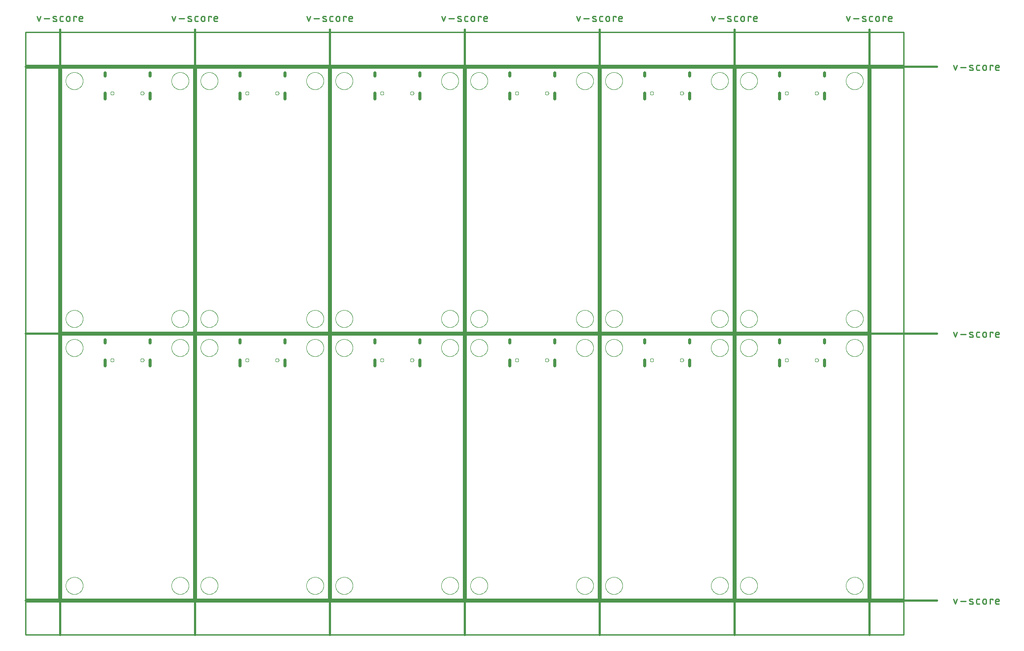
<source format=gko>
G04 EAGLE Gerber RS-274X export*
G75*
%MOMM*%
%FSLAX34Y34*%
%LPD*%
%IN*%
%IPPOS*%
%AMOC8*
5,1,8,0,0,1.08239X$1,22.5*%
G01*
%ADD10C,0.254000*%
%ADD11C,0.381000*%
%ADD12C,0.279400*%
%ADD13C,0.000000*%
%ADD14C,0.600000*%


D10*
X0Y0D02*
X254000Y0D01*
X254000Y508000D01*
X0Y508000D02*
X0Y0D01*
X0Y508000D02*
X254000Y508000D01*
X259080Y0D02*
X513080Y0D01*
X513080Y508000D01*
X259080Y508000D02*
X259080Y0D01*
X259080Y508000D02*
X513080Y508000D01*
X518160Y0D02*
X772160Y0D01*
X772160Y508000D01*
X518160Y508000D02*
X518160Y0D01*
X518160Y508000D02*
X772160Y508000D01*
X777240Y0D02*
X1031240Y0D01*
X1031240Y508000D01*
X777240Y508000D02*
X777240Y0D01*
X777240Y508000D02*
X1031240Y508000D01*
X1036320Y0D02*
X1290320Y0D01*
X1290320Y508000D01*
X1036320Y508000D02*
X1036320Y0D01*
X1036320Y508000D02*
X1290320Y508000D01*
X1295400Y0D02*
X1549400Y0D01*
X1549400Y508000D01*
X1295400Y508000D02*
X1295400Y0D01*
X1295400Y508000D02*
X1549400Y508000D01*
X254000Y513080D02*
X0Y513080D01*
X254000Y513080D02*
X254000Y1021080D01*
X0Y1021080D02*
X0Y513080D01*
X0Y1021080D02*
X254000Y1021080D01*
X259080Y513080D02*
X513080Y513080D01*
X513080Y1021080D01*
X259080Y1021080D02*
X259080Y513080D01*
X259080Y1021080D02*
X513080Y1021080D01*
X518160Y513080D02*
X772160Y513080D01*
X772160Y1021080D01*
X518160Y1021080D02*
X518160Y513080D01*
X518160Y1021080D02*
X772160Y1021080D01*
X777240Y513080D02*
X1031240Y513080D01*
X1031240Y1021080D01*
X777240Y1021080D02*
X777240Y513080D01*
X777240Y1021080D02*
X1031240Y1021080D01*
X1036320Y513080D02*
X1290320Y513080D01*
X1290320Y1021080D01*
X1036320Y1021080D02*
X1036320Y513080D01*
X1036320Y1021080D02*
X1290320Y1021080D01*
X1295400Y513080D02*
X1549400Y513080D01*
X1549400Y1021080D01*
X1295400Y1021080D02*
X1295400Y513080D01*
X1295400Y1021080D02*
X1549400Y1021080D01*
D11*
X-2540Y1094740D02*
X-2540Y-68580D01*
D12*
X-42921Y1110107D02*
X-46251Y1120098D01*
X-39590Y1120098D02*
X-42921Y1110107D01*
X-32806Y1115935D02*
X-22815Y1115935D01*
X-14261Y1115935D02*
X-10098Y1114270D01*
X-14261Y1115934D02*
X-14346Y1115970D01*
X-14429Y1116010D01*
X-14510Y1116053D01*
X-14590Y1116100D01*
X-14667Y1116150D01*
X-14743Y1116203D01*
X-14816Y1116259D01*
X-14886Y1116319D01*
X-14954Y1116381D01*
X-15019Y1116446D01*
X-15081Y1116514D01*
X-15141Y1116585D01*
X-15197Y1116658D01*
X-15250Y1116733D01*
X-15300Y1116811D01*
X-15346Y1116890D01*
X-15389Y1116972D01*
X-15429Y1117055D01*
X-15465Y1117140D01*
X-15497Y1117226D01*
X-15526Y1117314D01*
X-15550Y1117403D01*
X-15571Y1117493D01*
X-15588Y1117583D01*
X-15602Y1117674D01*
X-15611Y1117766D01*
X-15616Y1117858D01*
X-15618Y1117950D01*
X-15616Y1118042D01*
X-15609Y1118134D01*
X-15599Y1118226D01*
X-15585Y1118317D01*
X-15567Y1118408D01*
X-15545Y1118497D01*
X-15519Y1118586D01*
X-15489Y1118673D01*
X-15456Y1118759D01*
X-15419Y1118843D01*
X-15379Y1118926D01*
X-15335Y1119007D01*
X-15288Y1119086D01*
X-15237Y1119163D01*
X-15183Y1119238D01*
X-15126Y1119311D01*
X-15066Y1119381D01*
X-15003Y1119448D01*
X-14937Y1119512D01*
X-14869Y1119574D01*
X-14798Y1119633D01*
X-14724Y1119688D01*
X-14648Y1119741D01*
X-14570Y1119790D01*
X-14490Y1119836D01*
X-14409Y1119878D01*
X-14325Y1119917D01*
X-14240Y1119952D01*
X-14153Y1119983D01*
X-14065Y1120011D01*
X-13976Y1120035D01*
X-13886Y1120055D01*
X-13796Y1120072D01*
X-13704Y1120084D01*
X-13612Y1120093D01*
X-13520Y1120097D01*
X-13428Y1120098D01*
X-13201Y1120092D01*
X-12974Y1120081D01*
X-12747Y1120064D01*
X-12521Y1120041D01*
X-12295Y1120014D01*
X-12070Y1119980D01*
X-11846Y1119942D01*
X-11623Y1119898D01*
X-11401Y1119849D01*
X-11180Y1119794D01*
X-10961Y1119734D01*
X-10743Y1119669D01*
X-10527Y1119598D01*
X-10313Y1119523D01*
X-10100Y1119442D01*
X-9890Y1119356D01*
X-9681Y1119265D01*
X-10098Y1114270D02*
X-10013Y1114234D01*
X-9930Y1114194D01*
X-9849Y1114151D01*
X-9769Y1114104D01*
X-9692Y1114054D01*
X-9616Y1114001D01*
X-9543Y1113945D01*
X-9473Y1113885D01*
X-9405Y1113823D01*
X-9340Y1113758D01*
X-9278Y1113690D01*
X-9218Y1113619D01*
X-9162Y1113546D01*
X-9109Y1113471D01*
X-9059Y1113393D01*
X-9013Y1113314D01*
X-8970Y1113232D01*
X-8930Y1113149D01*
X-8894Y1113064D01*
X-8862Y1112978D01*
X-8833Y1112890D01*
X-8809Y1112801D01*
X-8788Y1112711D01*
X-8771Y1112621D01*
X-8757Y1112530D01*
X-8748Y1112438D01*
X-8743Y1112346D01*
X-8741Y1112254D01*
X-8743Y1112162D01*
X-8750Y1112070D01*
X-8760Y1111978D01*
X-8774Y1111887D01*
X-8792Y1111796D01*
X-8814Y1111707D01*
X-8840Y1111618D01*
X-8870Y1111531D01*
X-8903Y1111445D01*
X-8940Y1111361D01*
X-8980Y1111278D01*
X-9024Y1111197D01*
X-9071Y1111118D01*
X-9122Y1111041D01*
X-9176Y1110966D01*
X-9233Y1110893D01*
X-9293Y1110823D01*
X-9356Y1110756D01*
X-9422Y1110692D01*
X-9490Y1110630D01*
X-9561Y1110571D01*
X-9635Y1110516D01*
X-9711Y1110463D01*
X-9789Y1110414D01*
X-9869Y1110368D01*
X-9950Y1110326D01*
X-10034Y1110287D01*
X-10119Y1110252D01*
X-10206Y1110221D01*
X-10294Y1110193D01*
X-10383Y1110169D01*
X-10473Y1110149D01*
X-10563Y1110132D01*
X-10655Y1110120D01*
X-10747Y1110111D01*
X-10839Y1110107D01*
X-10931Y1110106D01*
X-10931Y1110107D02*
X-11265Y1110116D01*
X-11598Y1110133D01*
X-11931Y1110157D01*
X-12264Y1110190D01*
X-12595Y1110230D01*
X-12926Y1110278D01*
X-13255Y1110334D01*
X-13583Y1110397D01*
X-13909Y1110469D01*
X-14233Y1110548D01*
X-14556Y1110634D01*
X-14876Y1110729D01*
X-15194Y1110831D01*
X-15510Y1110940D01*
X562Y1110107D02*
X3892Y1110107D01*
X562Y1110107D02*
X464Y1110109D01*
X366Y1110115D01*
X268Y1110124D01*
X171Y1110138D01*
X75Y1110155D01*
X-21Y1110176D01*
X-116Y1110201D01*
X-210Y1110229D01*
X-303Y1110261D01*
X-394Y1110297D01*
X-484Y1110336D01*
X-572Y1110379D01*
X-659Y1110426D01*
X-743Y1110475D01*
X-826Y1110528D01*
X-906Y1110584D01*
X-985Y1110643D01*
X-1060Y1110706D01*
X-1134Y1110771D01*
X-1204Y1110839D01*
X-1272Y1110909D01*
X-1338Y1110983D01*
X-1400Y1111059D01*
X-1459Y1111137D01*
X-1515Y1111217D01*
X-1568Y1111300D01*
X-1618Y1111384D01*
X-1664Y1111471D01*
X-1707Y1111559D01*
X-1746Y1111649D01*
X-1782Y1111740D01*
X-1814Y1111833D01*
X-1842Y1111927D01*
X-1867Y1112022D01*
X-1888Y1112118D01*
X-1905Y1112214D01*
X-1919Y1112311D01*
X-1928Y1112409D01*
X-1934Y1112507D01*
X-1936Y1112605D01*
X-1936Y1117600D01*
X-1934Y1117698D01*
X-1928Y1117796D01*
X-1919Y1117894D01*
X-1905Y1117991D01*
X-1888Y1118087D01*
X-1867Y1118183D01*
X-1842Y1118278D01*
X-1814Y1118372D01*
X-1782Y1118465D01*
X-1746Y1118556D01*
X-1707Y1118646D01*
X-1664Y1118734D01*
X-1617Y1118821D01*
X-1568Y1118905D01*
X-1515Y1118988D01*
X-1459Y1119068D01*
X-1400Y1119146D01*
X-1337Y1119222D01*
X-1272Y1119296D01*
X-1204Y1119366D01*
X-1134Y1119434D01*
X-1060Y1119499D01*
X-984Y1119562D01*
X-906Y1119621D01*
X-826Y1119677D01*
X-743Y1119730D01*
X-659Y1119779D01*
X-572Y1119826D01*
X-484Y1119869D01*
X-394Y1119908D01*
X-303Y1119944D01*
X-210Y1119976D01*
X-116Y1120004D01*
X-21Y1120029D01*
X75Y1120050D01*
X171Y1120067D01*
X268Y1120081D01*
X366Y1120090D01*
X464Y1120096D01*
X562Y1120098D01*
X3892Y1120098D01*
X10022Y1116767D02*
X10022Y1113437D01*
X10022Y1116767D02*
X10024Y1116881D01*
X10030Y1116994D01*
X10039Y1117108D01*
X10053Y1117220D01*
X10070Y1117333D01*
X10092Y1117445D01*
X10117Y1117555D01*
X10145Y1117665D01*
X10178Y1117774D01*
X10214Y1117882D01*
X10254Y1117989D01*
X10298Y1118094D01*
X10345Y1118197D01*
X10395Y1118299D01*
X10449Y1118399D01*
X10507Y1118497D01*
X10568Y1118593D01*
X10631Y1118687D01*
X10699Y1118779D01*
X10769Y1118869D01*
X10842Y1118955D01*
X10918Y1119040D01*
X10997Y1119122D01*
X11079Y1119201D01*
X11164Y1119277D01*
X11250Y1119350D01*
X11340Y1119420D01*
X11432Y1119488D01*
X11526Y1119551D01*
X11622Y1119612D01*
X11720Y1119670D01*
X11820Y1119724D01*
X11922Y1119774D01*
X12025Y1119821D01*
X12130Y1119865D01*
X12237Y1119905D01*
X12345Y1119941D01*
X12454Y1119974D01*
X12564Y1120002D01*
X12674Y1120027D01*
X12786Y1120049D01*
X12899Y1120066D01*
X13011Y1120080D01*
X13125Y1120089D01*
X13238Y1120095D01*
X13352Y1120097D01*
X13466Y1120095D01*
X13579Y1120089D01*
X13693Y1120080D01*
X13805Y1120066D01*
X13918Y1120049D01*
X14030Y1120027D01*
X14140Y1120002D01*
X14250Y1119974D01*
X14359Y1119941D01*
X14467Y1119905D01*
X14574Y1119865D01*
X14679Y1119821D01*
X14782Y1119774D01*
X14884Y1119724D01*
X14984Y1119670D01*
X15082Y1119612D01*
X15178Y1119551D01*
X15272Y1119488D01*
X15364Y1119420D01*
X15454Y1119350D01*
X15540Y1119277D01*
X15625Y1119201D01*
X15707Y1119122D01*
X15786Y1119040D01*
X15862Y1118955D01*
X15935Y1118869D01*
X16005Y1118779D01*
X16073Y1118687D01*
X16136Y1118593D01*
X16197Y1118497D01*
X16255Y1118399D01*
X16309Y1118299D01*
X16359Y1118197D01*
X16406Y1118094D01*
X16450Y1117989D01*
X16490Y1117882D01*
X16526Y1117774D01*
X16559Y1117665D01*
X16587Y1117555D01*
X16612Y1117445D01*
X16634Y1117333D01*
X16651Y1117220D01*
X16665Y1117108D01*
X16674Y1116994D01*
X16680Y1116881D01*
X16682Y1116767D01*
X16682Y1113437D01*
X16680Y1113323D01*
X16674Y1113210D01*
X16665Y1113096D01*
X16651Y1112984D01*
X16634Y1112871D01*
X16612Y1112759D01*
X16587Y1112649D01*
X16559Y1112539D01*
X16526Y1112430D01*
X16490Y1112322D01*
X16450Y1112215D01*
X16406Y1112110D01*
X16359Y1112007D01*
X16309Y1111905D01*
X16255Y1111805D01*
X16197Y1111707D01*
X16136Y1111611D01*
X16073Y1111517D01*
X16005Y1111425D01*
X15935Y1111335D01*
X15862Y1111249D01*
X15786Y1111164D01*
X15707Y1111082D01*
X15625Y1111003D01*
X15540Y1110927D01*
X15454Y1110854D01*
X15364Y1110784D01*
X15272Y1110716D01*
X15178Y1110653D01*
X15082Y1110592D01*
X14984Y1110534D01*
X14884Y1110480D01*
X14782Y1110430D01*
X14679Y1110383D01*
X14574Y1110339D01*
X14467Y1110299D01*
X14359Y1110263D01*
X14250Y1110230D01*
X14140Y1110202D01*
X14030Y1110177D01*
X13918Y1110155D01*
X13805Y1110138D01*
X13693Y1110124D01*
X13579Y1110115D01*
X13466Y1110109D01*
X13352Y1110107D01*
X13238Y1110109D01*
X13125Y1110115D01*
X13011Y1110124D01*
X12899Y1110138D01*
X12786Y1110155D01*
X12674Y1110177D01*
X12564Y1110202D01*
X12454Y1110230D01*
X12345Y1110263D01*
X12237Y1110299D01*
X12130Y1110339D01*
X12025Y1110383D01*
X11922Y1110430D01*
X11820Y1110480D01*
X11720Y1110534D01*
X11622Y1110592D01*
X11526Y1110653D01*
X11432Y1110716D01*
X11340Y1110784D01*
X11250Y1110854D01*
X11164Y1110927D01*
X11079Y1111003D01*
X10997Y1111082D01*
X10918Y1111164D01*
X10842Y1111249D01*
X10769Y1111335D01*
X10699Y1111425D01*
X10631Y1111517D01*
X10568Y1111611D01*
X10507Y1111707D01*
X10449Y1111805D01*
X10395Y1111905D01*
X10345Y1112007D01*
X10298Y1112110D01*
X10254Y1112215D01*
X10214Y1112322D01*
X10178Y1112430D01*
X10145Y1112539D01*
X10117Y1112649D01*
X10092Y1112759D01*
X10070Y1112871D01*
X10053Y1112984D01*
X10039Y1113096D01*
X10030Y1113210D01*
X10024Y1113323D01*
X10022Y1113437D01*
X24218Y1110107D02*
X24218Y1120098D01*
X29213Y1120098D01*
X29213Y1118433D01*
X37008Y1110107D02*
X41171Y1110107D01*
X37008Y1110107D02*
X36910Y1110109D01*
X36812Y1110115D01*
X36714Y1110124D01*
X36617Y1110138D01*
X36521Y1110155D01*
X36425Y1110176D01*
X36330Y1110201D01*
X36236Y1110229D01*
X36143Y1110261D01*
X36052Y1110297D01*
X35962Y1110336D01*
X35874Y1110379D01*
X35787Y1110426D01*
X35703Y1110475D01*
X35620Y1110528D01*
X35540Y1110584D01*
X35462Y1110643D01*
X35386Y1110706D01*
X35312Y1110771D01*
X35242Y1110839D01*
X35174Y1110909D01*
X35109Y1110983D01*
X35046Y1111059D01*
X34987Y1111137D01*
X34931Y1111217D01*
X34878Y1111300D01*
X34829Y1111384D01*
X34782Y1111471D01*
X34739Y1111559D01*
X34700Y1111649D01*
X34664Y1111740D01*
X34632Y1111833D01*
X34604Y1111927D01*
X34579Y1112022D01*
X34558Y1112118D01*
X34541Y1112214D01*
X34527Y1112311D01*
X34518Y1112409D01*
X34512Y1112507D01*
X34510Y1112605D01*
X34510Y1116767D01*
X34511Y1116767D02*
X34513Y1116881D01*
X34519Y1116994D01*
X34528Y1117108D01*
X34542Y1117220D01*
X34559Y1117333D01*
X34581Y1117445D01*
X34606Y1117555D01*
X34634Y1117665D01*
X34667Y1117774D01*
X34703Y1117882D01*
X34743Y1117989D01*
X34787Y1118094D01*
X34834Y1118197D01*
X34884Y1118299D01*
X34938Y1118399D01*
X34996Y1118497D01*
X35057Y1118593D01*
X35120Y1118687D01*
X35188Y1118779D01*
X35258Y1118869D01*
X35331Y1118955D01*
X35407Y1119040D01*
X35486Y1119122D01*
X35568Y1119201D01*
X35653Y1119277D01*
X35739Y1119350D01*
X35829Y1119420D01*
X35921Y1119488D01*
X36015Y1119551D01*
X36111Y1119612D01*
X36209Y1119670D01*
X36309Y1119724D01*
X36411Y1119774D01*
X36514Y1119821D01*
X36619Y1119865D01*
X36726Y1119905D01*
X36834Y1119941D01*
X36943Y1119974D01*
X37053Y1120002D01*
X37163Y1120027D01*
X37275Y1120049D01*
X37388Y1120066D01*
X37500Y1120080D01*
X37614Y1120089D01*
X37727Y1120095D01*
X37841Y1120097D01*
X37955Y1120095D01*
X38068Y1120089D01*
X38182Y1120080D01*
X38294Y1120066D01*
X38407Y1120049D01*
X38519Y1120027D01*
X38629Y1120002D01*
X38739Y1119974D01*
X38848Y1119941D01*
X38956Y1119905D01*
X39063Y1119865D01*
X39168Y1119821D01*
X39271Y1119774D01*
X39373Y1119724D01*
X39473Y1119670D01*
X39571Y1119612D01*
X39667Y1119551D01*
X39761Y1119488D01*
X39853Y1119420D01*
X39943Y1119350D01*
X40029Y1119277D01*
X40114Y1119201D01*
X40196Y1119122D01*
X40275Y1119040D01*
X40351Y1118955D01*
X40424Y1118869D01*
X40494Y1118779D01*
X40562Y1118687D01*
X40625Y1118593D01*
X40686Y1118497D01*
X40744Y1118399D01*
X40798Y1118299D01*
X40848Y1118197D01*
X40895Y1118094D01*
X40939Y1117989D01*
X40979Y1117882D01*
X41015Y1117774D01*
X41048Y1117665D01*
X41076Y1117555D01*
X41101Y1117445D01*
X41123Y1117333D01*
X41140Y1117220D01*
X41154Y1117108D01*
X41163Y1116994D01*
X41169Y1116881D01*
X41171Y1116767D01*
X41171Y1115102D01*
X34510Y1115102D01*
D11*
X256540Y1094740D02*
X256540Y-68580D01*
D12*
X216159Y1110107D02*
X212829Y1120098D01*
X219490Y1120098D02*
X216159Y1110107D01*
X226274Y1115935D02*
X236265Y1115935D01*
X244819Y1115935D02*
X248982Y1114270D01*
X244819Y1115934D02*
X244734Y1115970D01*
X244651Y1116010D01*
X244570Y1116053D01*
X244490Y1116100D01*
X244413Y1116150D01*
X244337Y1116203D01*
X244264Y1116259D01*
X244194Y1116319D01*
X244126Y1116381D01*
X244061Y1116446D01*
X243999Y1116514D01*
X243939Y1116585D01*
X243883Y1116658D01*
X243830Y1116733D01*
X243780Y1116811D01*
X243734Y1116890D01*
X243691Y1116972D01*
X243651Y1117055D01*
X243615Y1117140D01*
X243583Y1117226D01*
X243554Y1117314D01*
X243530Y1117403D01*
X243509Y1117493D01*
X243492Y1117583D01*
X243478Y1117674D01*
X243469Y1117766D01*
X243464Y1117858D01*
X243462Y1117950D01*
X243464Y1118042D01*
X243471Y1118134D01*
X243481Y1118226D01*
X243495Y1118317D01*
X243513Y1118408D01*
X243535Y1118497D01*
X243561Y1118586D01*
X243591Y1118673D01*
X243624Y1118759D01*
X243661Y1118843D01*
X243701Y1118926D01*
X243745Y1119007D01*
X243792Y1119086D01*
X243843Y1119163D01*
X243897Y1119238D01*
X243954Y1119311D01*
X244014Y1119381D01*
X244077Y1119448D01*
X244143Y1119512D01*
X244211Y1119574D01*
X244282Y1119633D01*
X244356Y1119688D01*
X244432Y1119741D01*
X244510Y1119790D01*
X244590Y1119836D01*
X244671Y1119878D01*
X244755Y1119917D01*
X244840Y1119952D01*
X244927Y1119983D01*
X245015Y1120011D01*
X245104Y1120035D01*
X245194Y1120055D01*
X245284Y1120072D01*
X245376Y1120084D01*
X245468Y1120093D01*
X245560Y1120097D01*
X245652Y1120098D01*
X245879Y1120092D01*
X246106Y1120081D01*
X246333Y1120064D01*
X246559Y1120041D01*
X246785Y1120014D01*
X247010Y1119980D01*
X247234Y1119942D01*
X247457Y1119898D01*
X247679Y1119849D01*
X247900Y1119794D01*
X248119Y1119734D01*
X248337Y1119669D01*
X248553Y1119598D01*
X248767Y1119523D01*
X248980Y1119442D01*
X249190Y1119356D01*
X249399Y1119265D01*
X248982Y1114270D02*
X249067Y1114234D01*
X249150Y1114194D01*
X249231Y1114151D01*
X249311Y1114104D01*
X249388Y1114054D01*
X249464Y1114001D01*
X249537Y1113945D01*
X249607Y1113885D01*
X249675Y1113823D01*
X249740Y1113758D01*
X249802Y1113690D01*
X249862Y1113619D01*
X249918Y1113546D01*
X249971Y1113471D01*
X250021Y1113393D01*
X250067Y1113314D01*
X250110Y1113232D01*
X250150Y1113149D01*
X250186Y1113064D01*
X250218Y1112978D01*
X250247Y1112890D01*
X250271Y1112801D01*
X250292Y1112711D01*
X250309Y1112621D01*
X250323Y1112530D01*
X250332Y1112438D01*
X250337Y1112346D01*
X250339Y1112254D01*
X250337Y1112162D01*
X250330Y1112070D01*
X250320Y1111978D01*
X250306Y1111887D01*
X250288Y1111796D01*
X250266Y1111707D01*
X250240Y1111618D01*
X250210Y1111531D01*
X250177Y1111445D01*
X250140Y1111361D01*
X250100Y1111278D01*
X250056Y1111197D01*
X250009Y1111118D01*
X249958Y1111041D01*
X249904Y1110966D01*
X249847Y1110893D01*
X249787Y1110823D01*
X249724Y1110756D01*
X249658Y1110692D01*
X249590Y1110630D01*
X249519Y1110571D01*
X249445Y1110516D01*
X249369Y1110463D01*
X249291Y1110414D01*
X249211Y1110368D01*
X249130Y1110326D01*
X249046Y1110287D01*
X248961Y1110252D01*
X248874Y1110221D01*
X248786Y1110193D01*
X248697Y1110169D01*
X248607Y1110149D01*
X248517Y1110132D01*
X248425Y1110120D01*
X248333Y1110111D01*
X248241Y1110107D01*
X248149Y1110106D01*
X248149Y1110107D02*
X247815Y1110116D01*
X247482Y1110133D01*
X247149Y1110157D01*
X246816Y1110190D01*
X246485Y1110230D01*
X246154Y1110278D01*
X245825Y1110334D01*
X245497Y1110397D01*
X245171Y1110469D01*
X244847Y1110548D01*
X244524Y1110634D01*
X244204Y1110729D01*
X243886Y1110831D01*
X243570Y1110940D01*
X259642Y1110107D02*
X262972Y1110107D01*
X259642Y1110107D02*
X259544Y1110109D01*
X259446Y1110115D01*
X259348Y1110124D01*
X259251Y1110138D01*
X259155Y1110155D01*
X259059Y1110176D01*
X258964Y1110201D01*
X258870Y1110229D01*
X258777Y1110261D01*
X258686Y1110297D01*
X258596Y1110336D01*
X258508Y1110379D01*
X258421Y1110426D01*
X258337Y1110475D01*
X258254Y1110528D01*
X258174Y1110584D01*
X258096Y1110643D01*
X258020Y1110706D01*
X257946Y1110771D01*
X257876Y1110839D01*
X257808Y1110909D01*
X257743Y1110983D01*
X257680Y1111059D01*
X257621Y1111137D01*
X257565Y1111217D01*
X257512Y1111300D01*
X257463Y1111384D01*
X257416Y1111471D01*
X257373Y1111559D01*
X257334Y1111649D01*
X257298Y1111740D01*
X257266Y1111833D01*
X257238Y1111927D01*
X257213Y1112022D01*
X257192Y1112118D01*
X257175Y1112214D01*
X257161Y1112311D01*
X257152Y1112409D01*
X257146Y1112507D01*
X257144Y1112605D01*
X257144Y1117600D01*
X257146Y1117698D01*
X257152Y1117796D01*
X257161Y1117894D01*
X257175Y1117991D01*
X257192Y1118087D01*
X257213Y1118183D01*
X257238Y1118278D01*
X257266Y1118372D01*
X257298Y1118465D01*
X257334Y1118556D01*
X257373Y1118646D01*
X257416Y1118734D01*
X257463Y1118821D01*
X257512Y1118905D01*
X257565Y1118988D01*
X257621Y1119068D01*
X257680Y1119147D01*
X257743Y1119222D01*
X257808Y1119296D01*
X257876Y1119366D01*
X257946Y1119434D01*
X258020Y1119500D01*
X258096Y1119562D01*
X258174Y1119621D01*
X258254Y1119677D01*
X258337Y1119730D01*
X258421Y1119780D01*
X258508Y1119826D01*
X258596Y1119869D01*
X258686Y1119908D01*
X258777Y1119944D01*
X258870Y1119976D01*
X258964Y1120004D01*
X259059Y1120029D01*
X259155Y1120050D01*
X259251Y1120067D01*
X259348Y1120081D01*
X259446Y1120090D01*
X259544Y1120096D01*
X259642Y1120098D01*
X262972Y1120098D01*
X269102Y1116767D02*
X269102Y1113437D01*
X269102Y1116767D02*
X269104Y1116881D01*
X269110Y1116994D01*
X269119Y1117108D01*
X269133Y1117220D01*
X269150Y1117333D01*
X269172Y1117445D01*
X269197Y1117555D01*
X269225Y1117665D01*
X269258Y1117774D01*
X269294Y1117882D01*
X269334Y1117989D01*
X269378Y1118094D01*
X269425Y1118197D01*
X269475Y1118299D01*
X269529Y1118399D01*
X269587Y1118497D01*
X269648Y1118593D01*
X269711Y1118687D01*
X269779Y1118779D01*
X269849Y1118869D01*
X269922Y1118955D01*
X269998Y1119040D01*
X270077Y1119122D01*
X270159Y1119201D01*
X270244Y1119277D01*
X270330Y1119350D01*
X270420Y1119420D01*
X270512Y1119488D01*
X270606Y1119551D01*
X270702Y1119612D01*
X270800Y1119670D01*
X270900Y1119724D01*
X271002Y1119774D01*
X271105Y1119821D01*
X271210Y1119865D01*
X271317Y1119905D01*
X271425Y1119941D01*
X271534Y1119974D01*
X271644Y1120002D01*
X271754Y1120027D01*
X271866Y1120049D01*
X271979Y1120066D01*
X272091Y1120080D01*
X272205Y1120089D01*
X272318Y1120095D01*
X272432Y1120097D01*
X272546Y1120095D01*
X272659Y1120089D01*
X272773Y1120080D01*
X272885Y1120066D01*
X272998Y1120049D01*
X273110Y1120027D01*
X273220Y1120002D01*
X273330Y1119974D01*
X273439Y1119941D01*
X273547Y1119905D01*
X273654Y1119865D01*
X273759Y1119821D01*
X273862Y1119774D01*
X273964Y1119724D01*
X274064Y1119670D01*
X274162Y1119612D01*
X274258Y1119551D01*
X274352Y1119488D01*
X274444Y1119420D01*
X274534Y1119350D01*
X274620Y1119277D01*
X274705Y1119201D01*
X274787Y1119122D01*
X274866Y1119040D01*
X274942Y1118955D01*
X275015Y1118869D01*
X275085Y1118779D01*
X275153Y1118687D01*
X275216Y1118593D01*
X275277Y1118497D01*
X275335Y1118399D01*
X275389Y1118299D01*
X275439Y1118197D01*
X275486Y1118094D01*
X275530Y1117989D01*
X275570Y1117882D01*
X275606Y1117774D01*
X275639Y1117665D01*
X275667Y1117555D01*
X275692Y1117445D01*
X275714Y1117333D01*
X275731Y1117220D01*
X275745Y1117108D01*
X275754Y1116994D01*
X275760Y1116881D01*
X275762Y1116767D01*
X275762Y1113437D01*
X275760Y1113323D01*
X275754Y1113210D01*
X275745Y1113096D01*
X275731Y1112984D01*
X275714Y1112871D01*
X275692Y1112759D01*
X275667Y1112649D01*
X275639Y1112539D01*
X275606Y1112430D01*
X275570Y1112322D01*
X275530Y1112215D01*
X275486Y1112110D01*
X275439Y1112007D01*
X275389Y1111905D01*
X275335Y1111805D01*
X275277Y1111707D01*
X275216Y1111611D01*
X275153Y1111517D01*
X275085Y1111425D01*
X275015Y1111335D01*
X274942Y1111249D01*
X274866Y1111164D01*
X274787Y1111082D01*
X274705Y1111003D01*
X274620Y1110927D01*
X274534Y1110854D01*
X274444Y1110784D01*
X274352Y1110716D01*
X274258Y1110653D01*
X274162Y1110592D01*
X274064Y1110534D01*
X273964Y1110480D01*
X273862Y1110430D01*
X273759Y1110383D01*
X273654Y1110339D01*
X273547Y1110299D01*
X273439Y1110263D01*
X273330Y1110230D01*
X273220Y1110202D01*
X273110Y1110177D01*
X272998Y1110155D01*
X272885Y1110138D01*
X272773Y1110124D01*
X272659Y1110115D01*
X272546Y1110109D01*
X272432Y1110107D01*
X272318Y1110109D01*
X272205Y1110115D01*
X272091Y1110124D01*
X271979Y1110138D01*
X271866Y1110155D01*
X271754Y1110177D01*
X271644Y1110202D01*
X271534Y1110230D01*
X271425Y1110263D01*
X271317Y1110299D01*
X271210Y1110339D01*
X271105Y1110383D01*
X271002Y1110430D01*
X270900Y1110480D01*
X270800Y1110534D01*
X270702Y1110592D01*
X270606Y1110653D01*
X270512Y1110716D01*
X270420Y1110784D01*
X270330Y1110854D01*
X270244Y1110927D01*
X270159Y1111003D01*
X270077Y1111082D01*
X269998Y1111164D01*
X269922Y1111249D01*
X269849Y1111335D01*
X269779Y1111425D01*
X269711Y1111517D01*
X269648Y1111611D01*
X269587Y1111707D01*
X269529Y1111805D01*
X269475Y1111905D01*
X269425Y1112007D01*
X269378Y1112110D01*
X269334Y1112215D01*
X269294Y1112322D01*
X269258Y1112430D01*
X269225Y1112539D01*
X269197Y1112649D01*
X269172Y1112759D01*
X269150Y1112871D01*
X269133Y1112984D01*
X269119Y1113096D01*
X269110Y1113210D01*
X269104Y1113323D01*
X269102Y1113437D01*
X283298Y1110107D02*
X283298Y1120098D01*
X288293Y1120098D01*
X288293Y1118433D01*
X296088Y1110107D02*
X300251Y1110107D01*
X296088Y1110107D02*
X295990Y1110109D01*
X295892Y1110115D01*
X295794Y1110124D01*
X295697Y1110138D01*
X295601Y1110155D01*
X295505Y1110176D01*
X295410Y1110201D01*
X295316Y1110229D01*
X295223Y1110261D01*
X295132Y1110297D01*
X295042Y1110336D01*
X294954Y1110379D01*
X294867Y1110426D01*
X294783Y1110475D01*
X294700Y1110528D01*
X294620Y1110584D01*
X294542Y1110643D01*
X294466Y1110706D01*
X294392Y1110771D01*
X294322Y1110839D01*
X294254Y1110909D01*
X294189Y1110983D01*
X294126Y1111059D01*
X294067Y1111137D01*
X294011Y1111217D01*
X293958Y1111300D01*
X293909Y1111384D01*
X293862Y1111471D01*
X293819Y1111559D01*
X293780Y1111649D01*
X293744Y1111740D01*
X293712Y1111833D01*
X293684Y1111927D01*
X293659Y1112022D01*
X293638Y1112118D01*
X293621Y1112214D01*
X293607Y1112311D01*
X293598Y1112409D01*
X293592Y1112507D01*
X293590Y1112605D01*
X293590Y1116767D01*
X293591Y1116767D02*
X293593Y1116881D01*
X293599Y1116994D01*
X293608Y1117108D01*
X293622Y1117220D01*
X293639Y1117333D01*
X293661Y1117445D01*
X293686Y1117555D01*
X293714Y1117665D01*
X293747Y1117774D01*
X293783Y1117882D01*
X293823Y1117989D01*
X293867Y1118094D01*
X293914Y1118197D01*
X293964Y1118299D01*
X294018Y1118399D01*
X294076Y1118497D01*
X294137Y1118593D01*
X294200Y1118687D01*
X294268Y1118779D01*
X294338Y1118869D01*
X294411Y1118955D01*
X294487Y1119040D01*
X294566Y1119122D01*
X294648Y1119201D01*
X294733Y1119277D01*
X294819Y1119350D01*
X294909Y1119420D01*
X295001Y1119488D01*
X295095Y1119551D01*
X295191Y1119612D01*
X295289Y1119670D01*
X295389Y1119724D01*
X295491Y1119774D01*
X295594Y1119821D01*
X295699Y1119865D01*
X295806Y1119905D01*
X295914Y1119941D01*
X296023Y1119974D01*
X296133Y1120002D01*
X296243Y1120027D01*
X296355Y1120049D01*
X296468Y1120066D01*
X296580Y1120080D01*
X296694Y1120089D01*
X296807Y1120095D01*
X296921Y1120097D01*
X297035Y1120095D01*
X297148Y1120089D01*
X297262Y1120080D01*
X297374Y1120066D01*
X297487Y1120049D01*
X297599Y1120027D01*
X297709Y1120002D01*
X297819Y1119974D01*
X297928Y1119941D01*
X298036Y1119905D01*
X298143Y1119865D01*
X298248Y1119821D01*
X298351Y1119774D01*
X298453Y1119724D01*
X298553Y1119670D01*
X298651Y1119612D01*
X298747Y1119551D01*
X298841Y1119488D01*
X298933Y1119420D01*
X299023Y1119350D01*
X299109Y1119277D01*
X299194Y1119201D01*
X299276Y1119122D01*
X299355Y1119040D01*
X299431Y1118955D01*
X299504Y1118869D01*
X299574Y1118779D01*
X299642Y1118687D01*
X299705Y1118593D01*
X299766Y1118497D01*
X299824Y1118399D01*
X299878Y1118299D01*
X299928Y1118197D01*
X299975Y1118094D01*
X300019Y1117989D01*
X300059Y1117882D01*
X300095Y1117774D01*
X300128Y1117665D01*
X300156Y1117555D01*
X300181Y1117445D01*
X300203Y1117333D01*
X300220Y1117220D01*
X300234Y1117108D01*
X300243Y1116994D01*
X300249Y1116881D01*
X300251Y1116767D01*
X300251Y1115102D01*
X293590Y1115102D01*
D11*
X515620Y1094740D02*
X515620Y-68580D01*
D12*
X475239Y1110107D02*
X471909Y1120098D01*
X478570Y1120098D02*
X475239Y1110107D01*
X485354Y1115935D02*
X495345Y1115935D01*
X503899Y1115935D02*
X508062Y1114270D01*
X503899Y1115934D02*
X503814Y1115970D01*
X503731Y1116010D01*
X503650Y1116053D01*
X503570Y1116100D01*
X503493Y1116150D01*
X503417Y1116203D01*
X503344Y1116259D01*
X503274Y1116319D01*
X503206Y1116381D01*
X503141Y1116446D01*
X503079Y1116514D01*
X503019Y1116585D01*
X502963Y1116658D01*
X502910Y1116733D01*
X502860Y1116811D01*
X502814Y1116890D01*
X502771Y1116972D01*
X502731Y1117055D01*
X502695Y1117140D01*
X502663Y1117226D01*
X502634Y1117314D01*
X502610Y1117403D01*
X502589Y1117493D01*
X502572Y1117583D01*
X502558Y1117674D01*
X502549Y1117766D01*
X502544Y1117858D01*
X502542Y1117950D01*
X502544Y1118042D01*
X502551Y1118134D01*
X502561Y1118226D01*
X502575Y1118317D01*
X502593Y1118408D01*
X502615Y1118497D01*
X502641Y1118586D01*
X502671Y1118673D01*
X502704Y1118759D01*
X502741Y1118843D01*
X502781Y1118926D01*
X502825Y1119007D01*
X502872Y1119086D01*
X502923Y1119163D01*
X502977Y1119238D01*
X503034Y1119311D01*
X503094Y1119381D01*
X503157Y1119448D01*
X503223Y1119512D01*
X503291Y1119574D01*
X503362Y1119633D01*
X503436Y1119688D01*
X503512Y1119741D01*
X503590Y1119790D01*
X503670Y1119836D01*
X503751Y1119878D01*
X503835Y1119917D01*
X503920Y1119952D01*
X504007Y1119983D01*
X504095Y1120011D01*
X504184Y1120035D01*
X504274Y1120055D01*
X504364Y1120072D01*
X504456Y1120084D01*
X504548Y1120093D01*
X504640Y1120097D01*
X504732Y1120098D01*
X504959Y1120092D01*
X505186Y1120081D01*
X505413Y1120064D01*
X505639Y1120041D01*
X505865Y1120014D01*
X506090Y1119980D01*
X506314Y1119942D01*
X506537Y1119898D01*
X506759Y1119849D01*
X506980Y1119794D01*
X507199Y1119734D01*
X507417Y1119669D01*
X507633Y1119598D01*
X507847Y1119523D01*
X508060Y1119442D01*
X508270Y1119356D01*
X508479Y1119265D01*
X508062Y1114270D02*
X508147Y1114234D01*
X508230Y1114194D01*
X508311Y1114151D01*
X508391Y1114104D01*
X508468Y1114054D01*
X508544Y1114001D01*
X508617Y1113945D01*
X508687Y1113885D01*
X508755Y1113823D01*
X508820Y1113758D01*
X508882Y1113690D01*
X508942Y1113619D01*
X508998Y1113546D01*
X509051Y1113471D01*
X509101Y1113393D01*
X509147Y1113314D01*
X509190Y1113232D01*
X509230Y1113149D01*
X509266Y1113064D01*
X509298Y1112978D01*
X509327Y1112890D01*
X509351Y1112801D01*
X509372Y1112711D01*
X509389Y1112621D01*
X509403Y1112530D01*
X509412Y1112438D01*
X509417Y1112346D01*
X509419Y1112254D01*
X509417Y1112162D01*
X509410Y1112070D01*
X509400Y1111978D01*
X509386Y1111887D01*
X509368Y1111796D01*
X509346Y1111707D01*
X509320Y1111618D01*
X509290Y1111531D01*
X509257Y1111445D01*
X509220Y1111361D01*
X509180Y1111278D01*
X509136Y1111197D01*
X509089Y1111118D01*
X509038Y1111041D01*
X508984Y1110966D01*
X508927Y1110893D01*
X508867Y1110823D01*
X508804Y1110756D01*
X508738Y1110692D01*
X508670Y1110630D01*
X508599Y1110571D01*
X508525Y1110516D01*
X508449Y1110463D01*
X508371Y1110414D01*
X508291Y1110368D01*
X508210Y1110326D01*
X508126Y1110287D01*
X508041Y1110252D01*
X507954Y1110221D01*
X507866Y1110193D01*
X507777Y1110169D01*
X507687Y1110149D01*
X507597Y1110132D01*
X507505Y1110120D01*
X507413Y1110111D01*
X507321Y1110107D01*
X507229Y1110106D01*
X507229Y1110107D02*
X506895Y1110116D01*
X506562Y1110133D01*
X506229Y1110157D01*
X505896Y1110190D01*
X505565Y1110230D01*
X505234Y1110278D01*
X504905Y1110334D01*
X504577Y1110397D01*
X504251Y1110469D01*
X503927Y1110548D01*
X503604Y1110634D01*
X503284Y1110729D01*
X502966Y1110831D01*
X502650Y1110940D01*
X518722Y1110107D02*
X522052Y1110107D01*
X518722Y1110107D02*
X518624Y1110109D01*
X518526Y1110115D01*
X518428Y1110124D01*
X518331Y1110138D01*
X518235Y1110155D01*
X518139Y1110176D01*
X518044Y1110201D01*
X517950Y1110229D01*
X517857Y1110261D01*
X517766Y1110297D01*
X517676Y1110336D01*
X517588Y1110379D01*
X517501Y1110426D01*
X517417Y1110475D01*
X517334Y1110528D01*
X517254Y1110584D01*
X517176Y1110643D01*
X517100Y1110706D01*
X517026Y1110771D01*
X516956Y1110839D01*
X516888Y1110909D01*
X516823Y1110983D01*
X516760Y1111059D01*
X516701Y1111137D01*
X516645Y1111217D01*
X516592Y1111300D01*
X516543Y1111384D01*
X516496Y1111471D01*
X516453Y1111559D01*
X516414Y1111649D01*
X516378Y1111740D01*
X516346Y1111833D01*
X516318Y1111927D01*
X516293Y1112022D01*
X516272Y1112118D01*
X516255Y1112214D01*
X516241Y1112311D01*
X516232Y1112409D01*
X516226Y1112507D01*
X516224Y1112605D01*
X516224Y1117600D01*
X516226Y1117698D01*
X516232Y1117796D01*
X516241Y1117894D01*
X516255Y1117991D01*
X516272Y1118087D01*
X516293Y1118183D01*
X516318Y1118278D01*
X516346Y1118372D01*
X516378Y1118465D01*
X516414Y1118556D01*
X516453Y1118646D01*
X516496Y1118734D01*
X516543Y1118821D01*
X516592Y1118905D01*
X516645Y1118988D01*
X516701Y1119068D01*
X516760Y1119147D01*
X516823Y1119222D01*
X516888Y1119296D01*
X516956Y1119366D01*
X517026Y1119434D01*
X517100Y1119500D01*
X517176Y1119562D01*
X517254Y1119621D01*
X517334Y1119677D01*
X517417Y1119730D01*
X517501Y1119780D01*
X517588Y1119826D01*
X517676Y1119869D01*
X517766Y1119908D01*
X517857Y1119944D01*
X517950Y1119976D01*
X518044Y1120004D01*
X518139Y1120029D01*
X518235Y1120050D01*
X518331Y1120067D01*
X518428Y1120081D01*
X518526Y1120090D01*
X518624Y1120096D01*
X518722Y1120098D01*
X522052Y1120098D01*
X528182Y1116767D02*
X528182Y1113437D01*
X528182Y1116767D02*
X528184Y1116881D01*
X528190Y1116994D01*
X528199Y1117108D01*
X528213Y1117220D01*
X528230Y1117333D01*
X528252Y1117445D01*
X528277Y1117555D01*
X528305Y1117665D01*
X528338Y1117774D01*
X528374Y1117882D01*
X528414Y1117989D01*
X528458Y1118094D01*
X528505Y1118197D01*
X528555Y1118299D01*
X528609Y1118399D01*
X528667Y1118497D01*
X528728Y1118593D01*
X528791Y1118687D01*
X528859Y1118779D01*
X528929Y1118869D01*
X529002Y1118955D01*
X529078Y1119040D01*
X529157Y1119122D01*
X529239Y1119201D01*
X529324Y1119277D01*
X529410Y1119350D01*
X529500Y1119420D01*
X529592Y1119488D01*
X529686Y1119551D01*
X529782Y1119612D01*
X529880Y1119670D01*
X529980Y1119724D01*
X530082Y1119774D01*
X530185Y1119821D01*
X530290Y1119865D01*
X530397Y1119905D01*
X530505Y1119941D01*
X530614Y1119974D01*
X530724Y1120002D01*
X530834Y1120027D01*
X530946Y1120049D01*
X531059Y1120066D01*
X531171Y1120080D01*
X531285Y1120089D01*
X531398Y1120095D01*
X531512Y1120097D01*
X531626Y1120095D01*
X531739Y1120089D01*
X531853Y1120080D01*
X531965Y1120066D01*
X532078Y1120049D01*
X532190Y1120027D01*
X532300Y1120002D01*
X532410Y1119974D01*
X532519Y1119941D01*
X532627Y1119905D01*
X532734Y1119865D01*
X532839Y1119821D01*
X532942Y1119774D01*
X533044Y1119724D01*
X533144Y1119670D01*
X533242Y1119612D01*
X533338Y1119551D01*
X533432Y1119488D01*
X533524Y1119420D01*
X533614Y1119350D01*
X533700Y1119277D01*
X533785Y1119201D01*
X533867Y1119122D01*
X533946Y1119040D01*
X534022Y1118955D01*
X534095Y1118869D01*
X534165Y1118779D01*
X534233Y1118687D01*
X534296Y1118593D01*
X534357Y1118497D01*
X534415Y1118399D01*
X534469Y1118299D01*
X534519Y1118197D01*
X534566Y1118094D01*
X534610Y1117989D01*
X534650Y1117882D01*
X534686Y1117774D01*
X534719Y1117665D01*
X534747Y1117555D01*
X534772Y1117445D01*
X534794Y1117333D01*
X534811Y1117220D01*
X534825Y1117108D01*
X534834Y1116994D01*
X534840Y1116881D01*
X534842Y1116767D01*
X534842Y1113437D01*
X534840Y1113323D01*
X534834Y1113210D01*
X534825Y1113096D01*
X534811Y1112984D01*
X534794Y1112871D01*
X534772Y1112759D01*
X534747Y1112649D01*
X534719Y1112539D01*
X534686Y1112430D01*
X534650Y1112322D01*
X534610Y1112215D01*
X534566Y1112110D01*
X534519Y1112007D01*
X534469Y1111905D01*
X534415Y1111805D01*
X534357Y1111707D01*
X534296Y1111611D01*
X534233Y1111517D01*
X534165Y1111425D01*
X534095Y1111335D01*
X534022Y1111249D01*
X533946Y1111164D01*
X533867Y1111082D01*
X533785Y1111003D01*
X533700Y1110927D01*
X533614Y1110854D01*
X533524Y1110784D01*
X533432Y1110716D01*
X533338Y1110653D01*
X533242Y1110592D01*
X533144Y1110534D01*
X533044Y1110480D01*
X532942Y1110430D01*
X532839Y1110383D01*
X532734Y1110339D01*
X532627Y1110299D01*
X532519Y1110263D01*
X532410Y1110230D01*
X532300Y1110202D01*
X532190Y1110177D01*
X532078Y1110155D01*
X531965Y1110138D01*
X531853Y1110124D01*
X531739Y1110115D01*
X531626Y1110109D01*
X531512Y1110107D01*
X531398Y1110109D01*
X531285Y1110115D01*
X531171Y1110124D01*
X531059Y1110138D01*
X530946Y1110155D01*
X530834Y1110177D01*
X530724Y1110202D01*
X530614Y1110230D01*
X530505Y1110263D01*
X530397Y1110299D01*
X530290Y1110339D01*
X530185Y1110383D01*
X530082Y1110430D01*
X529980Y1110480D01*
X529880Y1110534D01*
X529782Y1110592D01*
X529686Y1110653D01*
X529592Y1110716D01*
X529500Y1110784D01*
X529410Y1110854D01*
X529324Y1110927D01*
X529239Y1111003D01*
X529157Y1111082D01*
X529078Y1111164D01*
X529002Y1111249D01*
X528929Y1111335D01*
X528859Y1111425D01*
X528791Y1111517D01*
X528728Y1111611D01*
X528667Y1111707D01*
X528609Y1111805D01*
X528555Y1111905D01*
X528505Y1112007D01*
X528458Y1112110D01*
X528414Y1112215D01*
X528374Y1112322D01*
X528338Y1112430D01*
X528305Y1112539D01*
X528277Y1112649D01*
X528252Y1112759D01*
X528230Y1112871D01*
X528213Y1112984D01*
X528199Y1113096D01*
X528190Y1113210D01*
X528184Y1113323D01*
X528182Y1113437D01*
X542378Y1110107D02*
X542378Y1120098D01*
X547373Y1120098D01*
X547373Y1118433D01*
X555168Y1110107D02*
X559331Y1110107D01*
X555168Y1110107D02*
X555070Y1110109D01*
X554972Y1110115D01*
X554874Y1110124D01*
X554777Y1110138D01*
X554681Y1110155D01*
X554585Y1110176D01*
X554490Y1110201D01*
X554396Y1110229D01*
X554303Y1110261D01*
X554212Y1110297D01*
X554122Y1110336D01*
X554034Y1110379D01*
X553947Y1110426D01*
X553863Y1110475D01*
X553780Y1110528D01*
X553700Y1110584D01*
X553622Y1110643D01*
X553546Y1110706D01*
X553472Y1110771D01*
X553402Y1110839D01*
X553334Y1110909D01*
X553269Y1110983D01*
X553206Y1111059D01*
X553147Y1111137D01*
X553091Y1111217D01*
X553038Y1111300D01*
X552989Y1111384D01*
X552942Y1111471D01*
X552899Y1111559D01*
X552860Y1111649D01*
X552824Y1111740D01*
X552792Y1111833D01*
X552764Y1111927D01*
X552739Y1112022D01*
X552718Y1112118D01*
X552701Y1112214D01*
X552687Y1112311D01*
X552678Y1112409D01*
X552672Y1112507D01*
X552670Y1112605D01*
X552670Y1116767D01*
X552671Y1116767D02*
X552673Y1116881D01*
X552679Y1116994D01*
X552688Y1117108D01*
X552702Y1117220D01*
X552719Y1117333D01*
X552741Y1117445D01*
X552766Y1117555D01*
X552794Y1117665D01*
X552827Y1117774D01*
X552863Y1117882D01*
X552903Y1117989D01*
X552947Y1118094D01*
X552994Y1118197D01*
X553044Y1118299D01*
X553098Y1118399D01*
X553156Y1118497D01*
X553217Y1118593D01*
X553280Y1118687D01*
X553348Y1118779D01*
X553418Y1118869D01*
X553491Y1118955D01*
X553567Y1119040D01*
X553646Y1119122D01*
X553728Y1119201D01*
X553813Y1119277D01*
X553899Y1119350D01*
X553989Y1119420D01*
X554081Y1119488D01*
X554175Y1119551D01*
X554271Y1119612D01*
X554369Y1119670D01*
X554469Y1119724D01*
X554571Y1119774D01*
X554674Y1119821D01*
X554779Y1119865D01*
X554886Y1119905D01*
X554994Y1119941D01*
X555103Y1119974D01*
X555213Y1120002D01*
X555323Y1120027D01*
X555435Y1120049D01*
X555548Y1120066D01*
X555660Y1120080D01*
X555774Y1120089D01*
X555887Y1120095D01*
X556001Y1120097D01*
X556115Y1120095D01*
X556228Y1120089D01*
X556342Y1120080D01*
X556454Y1120066D01*
X556567Y1120049D01*
X556679Y1120027D01*
X556789Y1120002D01*
X556899Y1119974D01*
X557008Y1119941D01*
X557116Y1119905D01*
X557223Y1119865D01*
X557328Y1119821D01*
X557431Y1119774D01*
X557533Y1119724D01*
X557633Y1119670D01*
X557731Y1119612D01*
X557827Y1119551D01*
X557921Y1119488D01*
X558013Y1119420D01*
X558103Y1119350D01*
X558189Y1119277D01*
X558274Y1119201D01*
X558356Y1119122D01*
X558435Y1119040D01*
X558511Y1118955D01*
X558584Y1118869D01*
X558654Y1118779D01*
X558722Y1118687D01*
X558785Y1118593D01*
X558846Y1118497D01*
X558904Y1118399D01*
X558958Y1118299D01*
X559008Y1118197D01*
X559055Y1118094D01*
X559099Y1117989D01*
X559139Y1117882D01*
X559175Y1117774D01*
X559208Y1117665D01*
X559236Y1117555D01*
X559261Y1117445D01*
X559283Y1117333D01*
X559300Y1117220D01*
X559314Y1117108D01*
X559323Y1116994D01*
X559329Y1116881D01*
X559331Y1116767D01*
X559331Y1115102D01*
X552670Y1115102D01*
D11*
X774700Y1094740D02*
X774700Y-68580D01*
D12*
X734319Y1110107D02*
X730989Y1120098D01*
X737650Y1120098D02*
X734319Y1110107D01*
X744434Y1115935D02*
X754425Y1115935D01*
X762979Y1115935D02*
X767142Y1114270D01*
X762979Y1115934D02*
X762894Y1115970D01*
X762811Y1116010D01*
X762730Y1116053D01*
X762650Y1116100D01*
X762573Y1116150D01*
X762497Y1116203D01*
X762424Y1116259D01*
X762354Y1116319D01*
X762286Y1116381D01*
X762221Y1116446D01*
X762159Y1116514D01*
X762099Y1116585D01*
X762043Y1116658D01*
X761990Y1116733D01*
X761940Y1116811D01*
X761894Y1116890D01*
X761851Y1116972D01*
X761811Y1117055D01*
X761775Y1117140D01*
X761743Y1117226D01*
X761714Y1117314D01*
X761690Y1117403D01*
X761669Y1117493D01*
X761652Y1117583D01*
X761638Y1117674D01*
X761629Y1117766D01*
X761624Y1117858D01*
X761622Y1117950D01*
X761624Y1118042D01*
X761631Y1118134D01*
X761641Y1118226D01*
X761655Y1118317D01*
X761673Y1118408D01*
X761695Y1118497D01*
X761721Y1118586D01*
X761751Y1118673D01*
X761784Y1118759D01*
X761821Y1118843D01*
X761861Y1118926D01*
X761905Y1119007D01*
X761952Y1119086D01*
X762003Y1119163D01*
X762057Y1119238D01*
X762114Y1119311D01*
X762174Y1119381D01*
X762237Y1119448D01*
X762303Y1119512D01*
X762371Y1119574D01*
X762442Y1119633D01*
X762516Y1119688D01*
X762592Y1119741D01*
X762670Y1119790D01*
X762750Y1119836D01*
X762831Y1119878D01*
X762915Y1119917D01*
X763000Y1119952D01*
X763087Y1119983D01*
X763175Y1120011D01*
X763264Y1120035D01*
X763354Y1120055D01*
X763444Y1120072D01*
X763536Y1120084D01*
X763628Y1120093D01*
X763720Y1120097D01*
X763812Y1120098D01*
X764039Y1120092D01*
X764266Y1120081D01*
X764493Y1120064D01*
X764719Y1120041D01*
X764945Y1120014D01*
X765170Y1119980D01*
X765394Y1119942D01*
X765617Y1119898D01*
X765839Y1119849D01*
X766060Y1119794D01*
X766279Y1119734D01*
X766497Y1119669D01*
X766713Y1119598D01*
X766927Y1119523D01*
X767140Y1119442D01*
X767350Y1119356D01*
X767559Y1119265D01*
X767142Y1114270D02*
X767227Y1114234D01*
X767310Y1114194D01*
X767391Y1114151D01*
X767471Y1114104D01*
X767548Y1114054D01*
X767624Y1114001D01*
X767697Y1113945D01*
X767767Y1113885D01*
X767835Y1113823D01*
X767900Y1113758D01*
X767962Y1113690D01*
X768022Y1113619D01*
X768078Y1113546D01*
X768131Y1113471D01*
X768181Y1113393D01*
X768227Y1113314D01*
X768270Y1113232D01*
X768310Y1113149D01*
X768346Y1113064D01*
X768378Y1112978D01*
X768407Y1112890D01*
X768431Y1112801D01*
X768452Y1112711D01*
X768469Y1112621D01*
X768483Y1112530D01*
X768492Y1112438D01*
X768497Y1112346D01*
X768499Y1112254D01*
X768497Y1112162D01*
X768490Y1112070D01*
X768480Y1111978D01*
X768466Y1111887D01*
X768448Y1111796D01*
X768426Y1111707D01*
X768400Y1111618D01*
X768370Y1111531D01*
X768337Y1111445D01*
X768300Y1111361D01*
X768260Y1111278D01*
X768216Y1111197D01*
X768169Y1111118D01*
X768118Y1111041D01*
X768064Y1110966D01*
X768007Y1110893D01*
X767947Y1110823D01*
X767884Y1110756D01*
X767818Y1110692D01*
X767750Y1110630D01*
X767679Y1110571D01*
X767605Y1110516D01*
X767529Y1110463D01*
X767451Y1110414D01*
X767371Y1110368D01*
X767290Y1110326D01*
X767206Y1110287D01*
X767121Y1110252D01*
X767034Y1110221D01*
X766946Y1110193D01*
X766857Y1110169D01*
X766767Y1110149D01*
X766677Y1110132D01*
X766585Y1110120D01*
X766493Y1110111D01*
X766401Y1110107D01*
X766309Y1110106D01*
X766309Y1110107D02*
X765975Y1110116D01*
X765642Y1110133D01*
X765309Y1110157D01*
X764976Y1110190D01*
X764645Y1110230D01*
X764314Y1110278D01*
X763985Y1110334D01*
X763657Y1110397D01*
X763331Y1110469D01*
X763007Y1110548D01*
X762684Y1110634D01*
X762364Y1110729D01*
X762046Y1110831D01*
X761730Y1110940D01*
X777802Y1110107D02*
X781132Y1110107D01*
X777802Y1110107D02*
X777704Y1110109D01*
X777606Y1110115D01*
X777508Y1110124D01*
X777411Y1110138D01*
X777315Y1110155D01*
X777219Y1110176D01*
X777124Y1110201D01*
X777030Y1110229D01*
X776937Y1110261D01*
X776846Y1110297D01*
X776756Y1110336D01*
X776668Y1110379D01*
X776581Y1110426D01*
X776497Y1110475D01*
X776414Y1110528D01*
X776334Y1110584D01*
X776256Y1110643D01*
X776180Y1110706D01*
X776106Y1110771D01*
X776036Y1110839D01*
X775968Y1110909D01*
X775903Y1110983D01*
X775840Y1111059D01*
X775781Y1111137D01*
X775725Y1111217D01*
X775672Y1111300D01*
X775623Y1111384D01*
X775576Y1111471D01*
X775533Y1111559D01*
X775494Y1111649D01*
X775458Y1111740D01*
X775426Y1111833D01*
X775398Y1111927D01*
X775373Y1112022D01*
X775352Y1112118D01*
X775335Y1112214D01*
X775321Y1112311D01*
X775312Y1112409D01*
X775306Y1112507D01*
X775304Y1112605D01*
X775304Y1117600D01*
X775306Y1117698D01*
X775312Y1117796D01*
X775321Y1117894D01*
X775335Y1117991D01*
X775352Y1118087D01*
X775373Y1118183D01*
X775398Y1118278D01*
X775426Y1118372D01*
X775458Y1118465D01*
X775494Y1118556D01*
X775533Y1118646D01*
X775576Y1118734D01*
X775623Y1118821D01*
X775672Y1118905D01*
X775725Y1118988D01*
X775781Y1119068D01*
X775840Y1119147D01*
X775903Y1119222D01*
X775968Y1119296D01*
X776036Y1119366D01*
X776106Y1119434D01*
X776180Y1119500D01*
X776256Y1119562D01*
X776334Y1119621D01*
X776414Y1119677D01*
X776497Y1119730D01*
X776581Y1119780D01*
X776668Y1119826D01*
X776756Y1119869D01*
X776846Y1119908D01*
X776937Y1119944D01*
X777030Y1119976D01*
X777124Y1120004D01*
X777219Y1120029D01*
X777315Y1120050D01*
X777411Y1120067D01*
X777508Y1120081D01*
X777606Y1120090D01*
X777704Y1120096D01*
X777802Y1120098D01*
X781132Y1120098D01*
X787262Y1116767D02*
X787262Y1113437D01*
X787262Y1116767D02*
X787264Y1116881D01*
X787270Y1116994D01*
X787279Y1117108D01*
X787293Y1117220D01*
X787310Y1117333D01*
X787332Y1117445D01*
X787357Y1117555D01*
X787385Y1117665D01*
X787418Y1117774D01*
X787454Y1117882D01*
X787494Y1117989D01*
X787538Y1118094D01*
X787585Y1118197D01*
X787635Y1118299D01*
X787689Y1118399D01*
X787747Y1118497D01*
X787808Y1118593D01*
X787871Y1118687D01*
X787939Y1118779D01*
X788009Y1118869D01*
X788082Y1118955D01*
X788158Y1119040D01*
X788237Y1119122D01*
X788319Y1119201D01*
X788404Y1119277D01*
X788490Y1119350D01*
X788580Y1119420D01*
X788672Y1119488D01*
X788766Y1119551D01*
X788862Y1119612D01*
X788960Y1119670D01*
X789060Y1119724D01*
X789162Y1119774D01*
X789265Y1119821D01*
X789370Y1119865D01*
X789477Y1119905D01*
X789585Y1119941D01*
X789694Y1119974D01*
X789804Y1120002D01*
X789914Y1120027D01*
X790026Y1120049D01*
X790139Y1120066D01*
X790251Y1120080D01*
X790365Y1120089D01*
X790478Y1120095D01*
X790592Y1120097D01*
X790706Y1120095D01*
X790819Y1120089D01*
X790933Y1120080D01*
X791045Y1120066D01*
X791158Y1120049D01*
X791270Y1120027D01*
X791380Y1120002D01*
X791490Y1119974D01*
X791599Y1119941D01*
X791707Y1119905D01*
X791814Y1119865D01*
X791919Y1119821D01*
X792022Y1119774D01*
X792124Y1119724D01*
X792224Y1119670D01*
X792322Y1119612D01*
X792418Y1119551D01*
X792512Y1119488D01*
X792604Y1119420D01*
X792694Y1119350D01*
X792780Y1119277D01*
X792865Y1119201D01*
X792947Y1119122D01*
X793026Y1119040D01*
X793102Y1118955D01*
X793175Y1118869D01*
X793245Y1118779D01*
X793313Y1118687D01*
X793376Y1118593D01*
X793437Y1118497D01*
X793495Y1118399D01*
X793549Y1118299D01*
X793599Y1118197D01*
X793646Y1118094D01*
X793690Y1117989D01*
X793730Y1117882D01*
X793766Y1117774D01*
X793799Y1117665D01*
X793827Y1117555D01*
X793852Y1117445D01*
X793874Y1117333D01*
X793891Y1117220D01*
X793905Y1117108D01*
X793914Y1116994D01*
X793920Y1116881D01*
X793922Y1116767D01*
X793922Y1113437D01*
X793920Y1113323D01*
X793914Y1113210D01*
X793905Y1113096D01*
X793891Y1112984D01*
X793874Y1112871D01*
X793852Y1112759D01*
X793827Y1112649D01*
X793799Y1112539D01*
X793766Y1112430D01*
X793730Y1112322D01*
X793690Y1112215D01*
X793646Y1112110D01*
X793599Y1112007D01*
X793549Y1111905D01*
X793495Y1111805D01*
X793437Y1111707D01*
X793376Y1111611D01*
X793313Y1111517D01*
X793245Y1111425D01*
X793175Y1111335D01*
X793102Y1111249D01*
X793026Y1111164D01*
X792947Y1111082D01*
X792865Y1111003D01*
X792780Y1110927D01*
X792694Y1110854D01*
X792604Y1110784D01*
X792512Y1110716D01*
X792418Y1110653D01*
X792322Y1110592D01*
X792224Y1110534D01*
X792124Y1110480D01*
X792022Y1110430D01*
X791919Y1110383D01*
X791814Y1110339D01*
X791707Y1110299D01*
X791599Y1110263D01*
X791490Y1110230D01*
X791380Y1110202D01*
X791270Y1110177D01*
X791158Y1110155D01*
X791045Y1110138D01*
X790933Y1110124D01*
X790819Y1110115D01*
X790706Y1110109D01*
X790592Y1110107D01*
X790478Y1110109D01*
X790365Y1110115D01*
X790251Y1110124D01*
X790139Y1110138D01*
X790026Y1110155D01*
X789914Y1110177D01*
X789804Y1110202D01*
X789694Y1110230D01*
X789585Y1110263D01*
X789477Y1110299D01*
X789370Y1110339D01*
X789265Y1110383D01*
X789162Y1110430D01*
X789060Y1110480D01*
X788960Y1110534D01*
X788862Y1110592D01*
X788766Y1110653D01*
X788672Y1110716D01*
X788580Y1110784D01*
X788490Y1110854D01*
X788404Y1110927D01*
X788319Y1111003D01*
X788237Y1111082D01*
X788158Y1111164D01*
X788082Y1111249D01*
X788009Y1111335D01*
X787939Y1111425D01*
X787871Y1111517D01*
X787808Y1111611D01*
X787747Y1111707D01*
X787689Y1111805D01*
X787635Y1111905D01*
X787585Y1112007D01*
X787538Y1112110D01*
X787494Y1112215D01*
X787454Y1112322D01*
X787418Y1112430D01*
X787385Y1112539D01*
X787357Y1112649D01*
X787332Y1112759D01*
X787310Y1112871D01*
X787293Y1112984D01*
X787279Y1113096D01*
X787270Y1113210D01*
X787264Y1113323D01*
X787262Y1113437D01*
X801458Y1110107D02*
X801458Y1120098D01*
X806453Y1120098D01*
X806453Y1118433D01*
X814248Y1110107D02*
X818411Y1110107D01*
X814248Y1110107D02*
X814150Y1110109D01*
X814052Y1110115D01*
X813954Y1110124D01*
X813857Y1110138D01*
X813761Y1110155D01*
X813665Y1110176D01*
X813570Y1110201D01*
X813476Y1110229D01*
X813383Y1110261D01*
X813292Y1110297D01*
X813202Y1110336D01*
X813114Y1110379D01*
X813027Y1110426D01*
X812943Y1110475D01*
X812860Y1110528D01*
X812780Y1110584D01*
X812702Y1110643D01*
X812626Y1110706D01*
X812552Y1110771D01*
X812482Y1110839D01*
X812414Y1110909D01*
X812349Y1110983D01*
X812286Y1111059D01*
X812227Y1111137D01*
X812171Y1111217D01*
X812118Y1111300D01*
X812069Y1111384D01*
X812022Y1111471D01*
X811979Y1111559D01*
X811940Y1111649D01*
X811904Y1111740D01*
X811872Y1111833D01*
X811844Y1111927D01*
X811819Y1112022D01*
X811798Y1112118D01*
X811781Y1112214D01*
X811767Y1112311D01*
X811758Y1112409D01*
X811752Y1112507D01*
X811750Y1112605D01*
X811750Y1116767D01*
X811751Y1116767D02*
X811753Y1116881D01*
X811759Y1116994D01*
X811768Y1117108D01*
X811782Y1117220D01*
X811799Y1117333D01*
X811821Y1117445D01*
X811846Y1117555D01*
X811874Y1117665D01*
X811907Y1117774D01*
X811943Y1117882D01*
X811983Y1117989D01*
X812027Y1118094D01*
X812074Y1118197D01*
X812124Y1118299D01*
X812178Y1118399D01*
X812236Y1118497D01*
X812297Y1118593D01*
X812360Y1118687D01*
X812428Y1118779D01*
X812498Y1118869D01*
X812571Y1118955D01*
X812647Y1119040D01*
X812726Y1119122D01*
X812808Y1119201D01*
X812893Y1119277D01*
X812979Y1119350D01*
X813069Y1119420D01*
X813161Y1119488D01*
X813255Y1119551D01*
X813351Y1119612D01*
X813449Y1119670D01*
X813549Y1119724D01*
X813651Y1119774D01*
X813754Y1119821D01*
X813859Y1119865D01*
X813966Y1119905D01*
X814074Y1119941D01*
X814183Y1119974D01*
X814293Y1120002D01*
X814403Y1120027D01*
X814515Y1120049D01*
X814628Y1120066D01*
X814740Y1120080D01*
X814854Y1120089D01*
X814967Y1120095D01*
X815081Y1120097D01*
X815195Y1120095D01*
X815308Y1120089D01*
X815422Y1120080D01*
X815534Y1120066D01*
X815647Y1120049D01*
X815759Y1120027D01*
X815869Y1120002D01*
X815979Y1119974D01*
X816088Y1119941D01*
X816196Y1119905D01*
X816303Y1119865D01*
X816408Y1119821D01*
X816511Y1119774D01*
X816613Y1119724D01*
X816713Y1119670D01*
X816811Y1119612D01*
X816907Y1119551D01*
X817001Y1119488D01*
X817093Y1119420D01*
X817183Y1119350D01*
X817269Y1119277D01*
X817354Y1119201D01*
X817436Y1119122D01*
X817515Y1119040D01*
X817591Y1118955D01*
X817664Y1118869D01*
X817734Y1118779D01*
X817802Y1118687D01*
X817865Y1118593D01*
X817926Y1118497D01*
X817984Y1118399D01*
X818038Y1118299D01*
X818088Y1118197D01*
X818135Y1118094D01*
X818179Y1117989D01*
X818219Y1117882D01*
X818255Y1117774D01*
X818288Y1117665D01*
X818316Y1117555D01*
X818341Y1117445D01*
X818363Y1117333D01*
X818380Y1117220D01*
X818394Y1117108D01*
X818403Y1116994D01*
X818409Y1116881D01*
X818411Y1116767D01*
X818411Y1115102D01*
X811750Y1115102D01*
D11*
X1033780Y1094740D02*
X1033780Y-68580D01*
D12*
X993399Y1110107D02*
X990069Y1120098D01*
X996730Y1120098D02*
X993399Y1110107D01*
X1003514Y1115935D02*
X1013505Y1115935D01*
X1022059Y1115935D02*
X1026222Y1114270D01*
X1022059Y1115934D02*
X1021974Y1115970D01*
X1021891Y1116010D01*
X1021810Y1116053D01*
X1021730Y1116100D01*
X1021653Y1116150D01*
X1021577Y1116203D01*
X1021504Y1116259D01*
X1021434Y1116319D01*
X1021366Y1116381D01*
X1021301Y1116446D01*
X1021239Y1116514D01*
X1021179Y1116585D01*
X1021123Y1116658D01*
X1021070Y1116733D01*
X1021020Y1116811D01*
X1020974Y1116890D01*
X1020931Y1116972D01*
X1020891Y1117055D01*
X1020855Y1117140D01*
X1020823Y1117226D01*
X1020794Y1117314D01*
X1020770Y1117403D01*
X1020749Y1117493D01*
X1020732Y1117583D01*
X1020718Y1117674D01*
X1020709Y1117766D01*
X1020704Y1117858D01*
X1020702Y1117950D01*
X1020704Y1118042D01*
X1020711Y1118134D01*
X1020721Y1118226D01*
X1020735Y1118317D01*
X1020753Y1118408D01*
X1020775Y1118497D01*
X1020801Y1118586D01*
X1020831Y1118673D01*
X1020864Y1118759D01*
X1020901Y1118843D01*
X1020941Y1118926D01*
X1020985Y1119007D01*
X1021032Y1119086D01*
X1021083Y1119163D01*
X1021137Y1119238D01*
X1021194Y1119311D01*
X1021254Y1119381D01*
X1021317Y1119448D01*
X1021383Y1119512D01*
X1021451Y1119574D01*
X1021522Y1119633D01*
X1021596Y1119688D01*
X1021672Y1119741D01*
X1021750Y1119790D01*
X1021830Y1119836D01*
X1021911Y1119878D01*
X1021995Y1119917D01*
X1022080Y1119952D01*
X1022167Y1119983D01*
X1022255Y1120011D01*
X1022344Y1120035D01*
X1022434Y1120055D01*
X1022524Y1120072D01*
X1022616Y1120084D01*
X1022708Y1120093D01*
X1022800Y1120097D01*
X1022892Y1120098D01*
X1023119Y1120092D01*
X1023346Y1120081D01*
X1023573Y1120064D01*
X1023799Y1120041D01*
X1024025Y1120014D01*
X1024250Y1119980D01*
X1024474Y1119942D01*
X1024697Y1119898D01*
X1024919Y1119849D01*
X1025140Y1119794D01*
X1025359Y1119734D01*
X1025577Y1119669D01*
X1025793Y1119598D01*
X1026007Y1119523D01*
X1026220Y1119442D01*
X1026430Y1119356D01*
X1026639Y1119265D01*
X1026222Y1114270D02*
X1026307Y1114234D01*
X1026390Y1114194D01*
X1026471Y1114151D01*
X1026551Y1114104D01*
X1026628Y1114054D01*
X1026704Y1114001D01*
X1026777Y1113945D01*
X1026847Y1113885D01*
X1026915Y1113823D01*
X1026980Y1113758D01*
X1027042Y1113690D01*
X1027102Y1113619D01*
X1027158Y1113546D01*
X1027211Y1113471D01*
X1027261Y1113393D01*
X1027307Y1113314D01*
X1027350Y1113232D01*
X1027390Y1113149D01*
X1027426Y1113064D01*
X1027458Y1112978D01*
X1027487Y1112890D01*
X1027511Y1112801D01*
X1027532Y1112711D01*
X1027549Y1112621D01*
X1027563Y1112530D01*
X1027572Y1112438D01*
X1027577Y1112346D01*
X1027579Y1112254D01*
X1027577Y1112162D01*
X1027570Y1112070D01*
X1027560Y1111978D01*
X1027546Y1111887D01*
X1027528Y1111796D01*
X1027506Y1111707D01*
X1027480Y1111618D01*
X1027450Y1111531D01*
X1027417Y1111445D01*
X1027380Y1111361D01*
X1027340Y1111278D01*
X1027296Y1111197D01*
X1027249Y1111118D01*
X1027198Y1111041D01*
X1027144Y1110966D01*
X1027087Y1110893D01*
X1027027Y1110823D01*
X1026964Y1110756D01*
X1026898Y1110692D01*
X1026830Y1110630D01*
X1026759Y1110571D01*
X1026685Y1110516D01*
X1026609Y1110463D01*
X1026531Y1110414D01*
X1026451Y1110368D01*
X1026370Y1110326D01*
X1026286Y1110287D01*
X1026201Y1110252D01*
X1026114Y1110221D01*
X1026026Y1110193D01*
X1025937Y1110169D01*
X1025847Y1110149D01*
X1025757Y1110132D01*
X1025665Y1110120D01*
X1025573Y1110111D01*
X1025481Y1110107D01*
X1025389Y1110106D01*
X1025389Y1110107D02*
X1025055Y1110116D01*
X1024722Y1110133D01*
X1024389Y1110157D01*
X1024056Y1110190D01*
X1023725Y1110230D01*
X1023394Y1110278D01*
X1023065Y1110334D01*
X1022737Y1110397D01*
X1022411Y1110469D01*
X1022087Y1110548D01*
X1021764Y1110634D01*
X1021444Y1110729D01*
X1021126Y1110831D01*
X1020810Y1110940D01*
X1036882Y1110107D02*
X1040212Y1110107D01*
X1036882Y1110107D02*
X1036784Y1110109D01*
X1036686Y1110115D01*
X1036588Y1110124D01*
X1036491Y1110138D01*
X1036395Y1110155D01*
X1036299Y1110176D01*
X1036204Y1110201D01*
X1036110Y1110229D01*
X1036017Y1110261D01*
X1035926Y1110297D01*
X1035836Y1110336D01*
X1035748Y1110379D01*
X1035661Y1110426D01*
X1035577Y1110475D01*
X1035494Y1110528D01*
X1035414Y1110584D01*
X1035336Y1110643D01*
X1035260Y1110706D01*
X1035186Y1110771D01*
X1035116Y1110839D01*
X1035048Y1110909D01*
X1034983Y1110983D01*
X1034920Y1111059D01*
X1034861Y1111137D01*
X1034805Y1111217D01*
X1034752Y1111300D01*
X1034703Y1111384D01*
X1034656Y1111471D01*
X1034613Y1111559D01*
X1034574Y1111649D01*
X1034538Y1111740D01*
X1034506Y1111833D01*
X1034478Y1111927D01*
X1034453Y1112022D01*
X1034432Y1112118D01*
X1034415Y1112214D01*
X1034401Y1112311D01*
X1034392Y1112409D01*
X1034386Y1112507D01*
X1034384Y1112605D01*
X1034384Y1117600D01*
X1034386Y1117698D01*
X1034392Y1117796D01*
X1034401Y1117894D01*
X1034415Y1117991D01*
X1034432Y1118087D01*
X1034453Y1118183D01*
X1034478Y1118278D01*
X1034506Y1118372D01*
X1034538Y1118465D01*
X1034574Y1118556D01*
X1034613Y1118646D01*
X1034656Y1118734D01*
X1034703Y1118821D01*
X1034752Y1118905D01*
X1034805Y1118988D01*
X1034861Y1119068D01*
X1034920Y1119147D01*
X1034983Y1119222D01*
X1035048Y1119296D01*
X1035116Y1119366D01*
X1035186Y1119434D01*
X1035260Y1119500D01*
X1035336Y1119562D01*
X1035414Y1119621D01*
X1035494Y1119677D01*
X1035577Y1119730D01*
X1035661Y1119780D01*
X1035748Y1119826D01*
X1035836Y1119869D01*
X1035926Y1119908D01*
X1036017Y1119944D01*
X1036110Y1119976D01*
X1036204Y1120004D01*
X1036299Y1120029D01*
X1036395Y1120050D01*
X1036491Y1120067D01*
X1036588Y1120081D01*
X1036686Y1120090D01*
X1036784Y1120096D01*
X1036882Y1120098D01*
X1040212Y1120098D01*
X1046342Y1116767D02*
X1046342Y1113437D01*
X1046342Y1116767D02*
X1046344Y1116881D01*
X1046350Y1116994D01*
X1046359Y1117108D01*
X1046373Y1117220D01*
X1046390Y1117333D01*
X1046412Y1117445D01*
X1046437Y1117555D01*
X1046465Y1117665D01*
X1046498Y1117774D01*
X1046534Y1117882D01*
X1046574Y1117989D01*
X1046618Y1118094D01*
X1046665Y1118197D01*
X1046715Y1118299D01*
X1046769Y1118399D01*
X1046827Y1118497D01*
X1046888Y1118593D01*
X1046951Y1118687D01*
X1047019Y1118779D01*
X1047089Y1118869D01*
X1047162Y1118955D01*
X1047238Y1119040D01*
X1047317Y1119122D01*
X1047399Y1119201D01*
X1047484Y1119277D01*
X1047570Y1119350D01*
X1047660Y1119420D01*
X1047752Y1119488D01*
X1047846Y1119551D01*
X1047942Y1119612D01*
X1048040Y1119670D01*
X1048140Y1119724D01*
X1048242Y1119774D01*
X1048345Y1119821D01*
X1048450Y1119865D01*
X1048557Y1119905D01*
X1048665Y1119941D01*
X1048774Y1119974D01*
X1048884Y1120002D01*
X1048994Y1120027D01*
X1049106Y1120049D01*
X1049219Y1120066D01*
X1049331Y1120080D01*
X1049445Y1120089D01*
X1049558Y1120095D01*
X1049672Y1120097D01*
X1049786Y1120095D01*
X1049899Y1120089D01*
X1050013Y1120080D01*
X1050125Y1120066D01*
X1050238Y1120049D01*
X1050350Y1120027D01*
X1050460Y1120002D01*
X1050570Y1119974D01*
X1050679Y1119941D01*
X1050787Y1119905D01*
X1050894Y1119865D01*
X1050999Y1119821D01*
X1051102Y1119774D01*
X1051204Y1119724D01*
X1051304Y1119670D01*
X1051402Y1119612D01*
X1051498Y1119551D01*
X1051592Y1119488D01*
X1051684Y1119420D01*
X1051774Y1119350D01*
X1051860Y1119277D01*
X1051945Y1119201D01*
X1052027Y1119122D01*
X1052106Y1119040D01*
X1052182Y1118955D01*
X1052255Y1118869D01*
X1052325Y1118779D01*
X1052393Y1118687D01*
X1052456Y1118593D01*
X1052517Y1118497D01*
X1052575Y1118399D01*
X1052629Y1118299D01*
X1052679Y1118197D01*
X1052726Y1118094D01*
X1052770Y1117989D01*
X1052810Y1117882D01*
X1052846Y1117774D01*
X1052879Y1117665D01*
X1052907Y1117555D01*
X1052932Y1117445D01*
X1052954Y1117333D01*
X1052971Y1117220D01*
X1052985Y1117108D01*
X1052994Y1116994D01*
X1053000Y1116881D01*
X1053002Y1116767D01*
X1053002Y1113437D01*
X1053000Y1113323D01*
X1052994Y1113210D01*
X1052985Y1113096D01*
X1052971Y1112984D01*
X1052954Y1112871D01*
X1052932Y1112759D01*
X1052907Y1112649D01*
X1052879Y1112539D01*
X1052846Y1112430D01*
X1052810Y1112322D01*
X1052770Y1112215D01*
X1052726Y1112110D01*
X1052679Y1112007D01*
X1052629Y1111905D01*
X1052575Y1111805D01*
X1052517Y1111707D01*
X1052456Y1111611D01*
X1052393Y1111517D01*
X1052325Y1111425D01*
X1052255Y1111335D01*
X1052182Y1111249D01*
X1052106Y1111164D01*
X1052027Y1111082D01*
X1051945Y1111003D01*
X1051860Y1110927D01*
X1051774Y1110854D01*
X1051684Y1110784D01*
X1051592Y1110716D01*
X1051498Y1110653D01*
X1051402Y1110592D01*
X1051304Y1110534D01*
X1051204Y1110480D01*
X1051102Y1110430D01*
X1050999Y1110383D01*
X1050894Y1110339D01*
X1050787Y1110299D01*
X1050679Y1110263D01*
X1050570Y1110230D01*
X1050460Y1110202D01*
X1050350Y1110177D01*
X1050238Y1110155D01*
X1050125Y1110138D01*
X1050013Y1110124D01*
X1049899Y1110115D01*
X1049786Y1110109D01*
X1049672Y1110107D01*
X1049558Y1110109D01*
X1049445Y1110115D01*
X1049331Y1110124D01*
X1049219Y1110138D01*
X1049106Y1110155D01*
X1048994Y1110177D01*
X1048884Y1110202D01*
X1048774Y1110230D01*
X1048665Y1110263D01*
X1048557Y1110299D01*
X1048450Y1110339D01*
X1048345Y1110383D01*
X1048242Y1110430D01*
X1048140Y1110480D01*
X1048040Y1110534D01*
X1047942Y1110592D01*
X1047846Y1110653D01*
X1047752Y1110716D01*
X1047660Y1110784D01*
X1047570Y1110854D01*
X1047484Y1110927D01*
X1047399Y1111003D01*
X1047317Y1111082D01*
X1047238Y1111164D01*
X1047162Y1111249D01*
X1047089Y1111335D01*
X1047019Y1111425D01*
X1046951Y1111517D01*
X1046888Y1111611D01*
X1046827Y1111707D01*
X1046769Y1111805D01*
X1046715Y1111905D01*
X1046665Y1112007D01*
X1046618Y1112110D01*
X1046574Y1112215D01*
X1046534Y1112322D01*
X1046498Y1112430D01*
X1046465Y1112539D01*
X1046437Y1112649D01*
X1046412Y1112759D01*
X1046390Y1112871D01*
X1046373Y1112984D01*
X1046359Y1113096D01*
X1046350Y1113210D01*
X1046344Y1113323D01*
X1046342Y1113437D01*
X1060538Y1110107D02*
X1060538Y1120098D01*
X1065533Y1120098D01*
X1065533Y1118433D01*
X1073328Y1110107D02*
X1077491Y1110107D01*
X1073328Y1110107D02*
X1073230Y1110109D01*
X1073132Y1110115D01*
X1073034Y1110124D01*
X1072937Y1110138D01*
X1072841Y1110155D01*
X1072745Y1110176D01*
X1072650Y1110201D01*
X1072556Y1110229D01*
X1072463Y1110261D01*
X1072372Y1110297D01*
X1072282Y1110336D01*
X1072194Y1110379D01*
X1072107Y1110426D01*
X1072023Y1110475D01*
X1071940Y1110528D01*
X1071860Y1110584D01*
X1071782Y1110643D01*
X1071706Y1110706D01*
X1071632Y1110771D01*
X1071562Y1110839D01*
X1071494Y1110909D01*
X1071429Y1110983D01*
X1071366Y1111059D01*
X1071307Y1111137D01*
X1071251Y1111217D01*
X1071198Y1111300D01*
X1071149Y1111384D01*
X1071102Y1111471D01*
X1071059Y1111559D01*
X1071020Y1111649D01*
X1070984Y1111740D01*
X1070952Y1111833D01*
X1070924Y1111927D01*
X1070899Y1112022D01*
X1070878Y1112118D01*
X1070861Y1112214D01*
X1070847Y1112311D01*
X1070838Y1112409D01*
X1070832Y1112507D01*
X1070830Y1112605D01*
X1070830Y1116767D01*
X1070831Y1116767D02*
X1070833Y1116881D01*
X1070839Y1116994D01*
X1070848Y1117108D01*
X1070862Y1117220D01*
X1070879Y1117333D01*
X1070901Y1117445D01*
X1070926Y1117555D01*
X1070954Y1117665D01*
X1070987Y1117774D01*
X1071023Y1117882D01*
X1071063Y1117989D01*
X1071107Y1118094D01*
X1071154Y1118197D01*
X1071204Y1118299D01*
X1071258Y1118399D01*
X1071316Y1118497D01*
X1071377Y1118593D01*
X1071440Y1118687D01*
X1071508Y1118779D01*
X1071578Y1118869D01*
X1071651Y1118955D01*
X1071727Y1119040D01*
X1071806Y1119122D01*
X1071888Y1119201D01*
X1071973Y1119277D01*
X1072059Y1119350D01*
X1072149Y1119420D01*
X1072241Y1119488D01*
X1072335Y1119551D01*
X1072431Y1119612D01*
X1072529Y1119670D01*
X1072629Y1119724D01*
X1072731Y1119774D01*
X1072834Y1119821D01*
X1072939Y1119865D01*
X1073046Y1119905D01*
X1073154Y1119941D01*
X1073263Y1119974D01*
X1073373Y1120002D01*
X1073483Y1120027D01*
X1073595Y1120049D01*
X1073708Y1120066D01*
X1073820Y1120080D01*
X1073934Y1120089D01*
X1074047Y1120095D01*
X1074161Y1120097D01*
X1074275Y1120095D01*
X1074388Y1120089D01*
X1074502Y1120080D01*
X1074614Y1120066D01*
X1074727Y1120049D01*
X1074839Y1120027D01*
X1074949Y1120002D01*
X1075059Y1119974D01*
X1075168Y1119941D01*
X1075276Y1119905D01*
X1075383Y1119865D01*
X1075488Y1119821D01*
X1075591Y1119774D01*
X1075693Y1119724D01*
X1075793Y1119670D01*
X1075891Y1119612D01*
X1075987Y1119551D01*
X1076081Y1119488D01*
X1076173Y1119420D01*
X1076263Y1119350D01*
X1076349Y1119277D01*
X1076434Y1119201D01*
X1076516Y1119122D01*
X1076595Y1119040D01*
X1076671Y1118955D01*
X1076744Y1118869D01*
X1076814Y1118779D01*
X1076882Y1118687D01*
X1076945Y1118593D01*
X1077006Y1118497D01*
X1077064Y1118399D01*
X1077118Y1118299D01*
X1077168Y1118197D01*
X1077215Y1118094D01*
X1077259Y1117989D01*
X1077299Y1117882D01*
X1077335Y1117774D01*
X1077368Y1117665D01*
X1077396Y1117555D01*
X1077421Y1117445D01*
X1077443Y1117333D01*
X1077460Y1117220D01*
X1077474Y1117108D01*
X1077483Y1116994D01*
X1077489Y1116881D01*
X1077491Y1116767D01*
X1077491Y1115102D01*
X1070830Y1115102D01*
D11*
X1292860Y1094740D02*
X1292860Y-68580D01*
D12*
X1252479Y1110107D02*
X1249149Y1120098D01*
X1255810Y1120098D02*
X1252479Y1110107D01*
X1262594Y1115935D02*
X1272585Y1115935D01*
X1281139Y1115935D02*
X1285302Y1114270D01*
X1281139Y1115934D02*
X1281054Y1115970D01*
X1280971Y1116010D01*
X1280890Y1116053D01*
X1280810Y1116100D01*
X1280733Y1116150D01*
X1280657Y1116203D01*
X1280584Y1116259D01*
X1280514Y1116319D01*
X1280446Y1116381D01*
X1280381Y1116446D01*
X1280319Y1116514D01*
X1280259Y1116585D01*
X1280203Y1116658D01*
X1280150Y1116733D01*
X1280100Y1116811D01*
X1280054Y1116890D01*
X1280011Y1116972D01*
X1279971Y1117055D01*
X1279935Y1117140D01*
X1279903Y1117226D01*
X1279874Y1117314D01*
X1279850Y1117403D01*
X1279829Y1117493D01*
X1279812Y1117583D01*
X1279798Y1117674D01*
X1279789Y1117766D01*
X1279784Y1117858D01*
X1279782Y1117950D01*
X1279784Y1118042D01*
X1279791Y1118134D01*
X1279801Y1118226D01*
X1279815Y1118317D01*
X1279833Y1118408D01*
X1279855Y1118497D01*
X1279881Y1118586D01*
X1279911Y1118673D01*
X1279944Y1118759D01*
X1279981Y1118843D01*
X1280021Y1118926D01*
X1280065Y1119007D01*
X1280112Y1119086D01*
X1280163Y1119163D01*
X1280217Y1119238D01*
X1280274Y1119311D01*
X1280334Y1119381D01*
X1280397Y1119448D01*
X1280463Y1119512D01*
X1280531Y1119574D01*
X1280602Y1119633D01*
X1280676Y1119688D01*
X1280752Y1119741D01*
X1280830Y1119790D01*
X1280910Y1119836D01*
X1280991Y1119878D01*
X1281075Y1119917D01*
X1281160Y1119952D01*
X1281247Y1119983D01*
X1281335Y1120011D01*
X1281424Y1120035D01*
X1281514Y1120055D01*
X1281604Y1120072D01*
X1281696Y1120084D01*
X1281788Y1120093D01*
X1281880Y1120097D01*
X1281972Y1120098D01*
X1282199Y1120092D01*
X1282426Y1120081D01*
X1282653Y1120064D01*
X1282879Y1120041D01*
X1283105Y1120014D01*
X1283330Y1119980D01*
X1283554Y1119942D01*
X1283777Y1119898D01*
X1283999Y1119849D01*
X1284220Y1119794D01*
X1284439Y1119734D01*
X1284657Y1119669D01*
X1284873Y1119598D01*
X1285087Y1119523D01*
X1285300Y1119442D01*
X1285510Y1119356D01*
X1285719Y1119265D01*
X1285302Y1114270D02*
X1285387Y1114234D01*
X1285470Y1114194D01*
X1285551Y1114151D01*
X1285631Y1114104D01*
X1285708Y1114054D01*
X1285784Y1114001D01*
X1285857Y1113945D01*
X1285927Y1113885D01*
X1285995Y1113823D01*
X1286060Y1113758D01*
X1286122Y1113690D01*
X1286182Y1113619D01*
X1286238Y1113546D01*
X1286291Y1113471D01*
X1286341Y1113393D01*
X1286387Y1113314D01*
X1286430Y1113232D01*
X1286470Y1113149D01*
X1286506Y1113064D01*
X1286538Y1112978D01*
X1286567Y1112890D01*
X1286591Y1112801D01*
X1286612Y1112711D01*
X1286629Y1112621D01*
X1286643Y1112530D01*
X1286652Y1112438D01*
X1286657Y1112346D01*
X1286659Y1112254D01*
X1286657Y1112162D01*
X1286650Y1112070D01*
X1286640Y1111978D01*
X1286626Y1111887D01*
X1286608Y1111796D01*
X1286586Y1111707D01*
X1286560Y1111618D01*
X1286530Y1111531D01*
X1286497Y1111445D01*
X1286460Y1111361D01*
X1286420Y1111278D01*
X1286376Y1111197D01*
X1286329Y1111118D01*
X1286278Y1111041D01*
X1286224Y1110966D01*
X1286167Y1110893D01*
X1286107Y1110823D01*
X1286044Y1110756D01*
X1285978Y1110692D01*
X1285910Y1110630D01*
X1285839Y1110571D01*
X1285765Y1110516D01*
X1285689Y1110463D01*
X1285611Y1110414D01*
X1285531Y1110368D01*
X1285450Y1110326D01*
X1285366Y1110287D01*
X1285281Y1110252D01*
X1285194Y1110221D01*
X1285106Y1110193D01*
X1285017Y1110169D01*
X1284927Y1110149D01*
X1284837Y1110132D01*
X1284745Y1110120D01*
X1284653Y1110111D01*
X1284561Y1110107D01*
X1284469Y1110106D01*
X1284469Y1110107D02*
X1284135Y1110116D01*
X1283802Y1110133D01*
X1283469Y1110157D01*
X1283136Y1110190D01*
X1282805Y1110230D01*
X1282474Y1110278D01*
X1282145Y1110334D01*
X1281817Y1110397D01*
X1281491Y1110469D01*
X1281167Y1110548D01*
X1280844Y1110634D01*
X1280524Y1110729D01*
X1280206Y1110831D01*
X1279890Y1110940D01*
X1295962Y1110107D02*
X1299292Y1110107D01*
X1295962Y1110107D02*
X1295864Y1110109D01*
X1295766Y1110115D01*
X1295668Y1110124D01*
X1295571Y1110138D01*
X1295475Y1110155D01*
X1295379Y1110176D01*
X1295284Y1110201D01*
X1295190Y1110229D01*
X1295097Y1110261D01*
X1295006Y1110297D01*
X1294916Y1110336D01*
X1294828Y1110379D01*
X1294741Y1110426D01*
X1294657Y1110475D01*
X1294574Y1110528D01*
X1294494Y1110584D01*
X1294416Y1110643D01*
X1294340Y1110706D01*
X1294266Y1110771D01*
X1294196Y1110839D01*
X1294128Y1110909D01*
X1294063Y1110983D01*
X1294000Y1111059D01*
X1293941Y1111137D01*
X1293885Y1111217D01*
X1293832Y1111300D01*
X1293783Y1111384D01*
X1293736Y1111471D01*
X1293693Y1111559D01*
X1293654Y1111649D01*
X1293618Y1111740D01*
X1293586Y1111833D01*
X1293558Y1111927D01*
X1293533Y1112022D01*
X1293512Y1112118D01*
X1293495Y1112214D01*
X1293481Y1112311D01*
X1293472Y1112409D01*
X1293466Y1112507D01*
X1293464Y1112605D01*
X1293464Y1117600D01*
X1293466Y1117698D01*
X1293472Y1117796D01*
X1293481Y1117894D01*
X1293495Y1117991D01*
X1293512Y1118087D01*
X1293533Y1118183D01*
X1293558Y1118278D01*
X1293586Y1118372D01*
X1293618Y1118465D01*
X1293654Y1118556D01*
X1293693Y1118646D01*
X1293736Y1118734D01*
X1293783Y1118821D01*
X1293832Y1118905D01*
X1293885Y1118988D01*
X1293941Y1119068D01*
X1294000Y1119147D01*
X1294063Y1119222D01*
X1294128Y1119296D01*
X1294196Y1119366D01*
X1294266Y1119434D01*
X1294340Y1119500D01*
X1294416Y1119562D01*
X1294494Y1119621D01*
X1294574Y1119677D01*
X1294657Y1119730D01*
X1294741Y1119780D01*
X1294828Y1119826D01*
X1294916Y1119869D01*
X1295006Y1119908D01*
X1295097Y1119944D01*
X1295190Y1119976D01*
X1295284Y1120004D01*
X1295379Y1120029D01*
X1295475Y1120050D01*
X1295571Y1120067D01*
X1295668Y1120081D01*
X1295766Y1120090D01*
X1295864Y1120096D01*
X1295962Y1120098D01*
X1299292Y1120098D01*
X1305422Y1116767D02*
X1305422Y1113437D01*
X1305422Y1116767D02*
X1305424Y1116881D01*
X1305430Y1116994D01*
X1305439Y1117108D01*
X1305453Y1117220D01*
X1305470Y1117333D01*
X1305492Y1117445D01*
X1305517Y1117555D01*
X1305545Y1117665D01*
X1305578Y1117774D01*
X1305614Y1117882D01*
X1305654Y1117989D01*
X1305698Y1118094D01*
X1305745Y1118197D01*
X1305795Y1118299D01*
X1305849Y1118399D01*
X1305907Y1118497D01*
X1305968Y1118593D01*
X1306031Y1118687D01*
X1306099Y1118779D01*
X1306169Y1118869D01*
X1306242Y1118955D01*
X1306318Y1119040D01*
X1306397Y1119122D01*
X1306479Y1119201D01*
X1306564Y1119277D01*
X1306650Y1119350D01*
X1306740Y1119420D01*
X1306832Y1119488D01*
X1306926Y1119551D01*
X1307022Y1119612D01*
X1307120Y1119670D01*
X1307220Y1119724D01*
X1307322Y1119774D01*
X1307425Y1119821D01*
X1307530Y1119865D01*
X1307637Y1119905D01*
X1307745Y1119941D01*
X1307854Y1119974D01*
X1307964Y1120002D01*
X1308074Y1120027D01*
X1308186Y1120049D01*
X1308299Y1120066D01*
X1308411Y1120080D01*
X1308525Y1120089D01*
X1308638Y1120095D01*
X1308752Y1120097D01*
X1308866Y1120095D01*
X1308979Y1120089D01*
X1309093Y1120080D01*
X1309205Y1120066D01*
X1309318Y1120049D01*
X1309430Y1120027D01*
X1309540Y1120002D01*
X1309650Y1119974D01*
X1309759Y1119941D01*
X1309867Y1119905D01*
X1309974Y1119865D01*
X1310079Y1119821D01*
X1310182Y1119774D01*
X1310284Y1119724D01*
X1310384Y1119670D01*
X1310482Y1119612D01*
X1310578Y1119551D01*
X1310672Y1119488D01*
X1310764Y1119420D01*
X1310854Y1119350D01*
X1310940Y1119277D01*
X1311025Y1119201D01*
X1311107Y1119122D01*
X1311186Y1119040D01*
X1311262Y1118955D01*
X1311335Y1118869D01*
X1311405Y1118779D01*
X1311473Y1118687D01*
X1311536Y1118593D01*
X1311597Y1118497D01*
X1311655Y1118399D01*
X1311709Y1118299D01*
X1311759Y1118197D01*
X1311806Y1118094D01*
X1311850Y1117989D01*
X1311890Y1117882D01*
X1311926Y1117774D01*
X1311959Y1117665D01*
X1311987Y1117555D01*
X1312012Y1117445D01*
X1312034Y1117333D01*
X1312051Y1117220D01*
X1312065Y1117108D01*
X1312074Y1116994D01*
X1312080Y1116881D01*
X1312082Y1116767D01*
X1312082Y1113437D01*
X1312080Y1113323D01*
X1312074Y1113210D01*
X1312065Y1113096D01*
X1312051Y1112984D01*
X1312034Y1112871D01*
X1312012Y1112759D01*
X1311987Y1112649D01*
X1311959Y1112539D01*
X1311926Y1112430D01*
X1311890Y1112322D01*
X1311850Y1112215D01*
X1311806Y1112110D01*
X1311759Y1112007D01*
X1311709Y1111905D01*
X1311655Y1111805D01*
X1311597Y1111707D01*
X1311536Y1111611D01*
X1311473Y1111517D01*
X1311405Y1111425D01*
X1311335Y1111335D01*
X1311262Y1111249D01*
X1311186Y1111164D01*
X1311107Y1111082D01*
X1311025Y1111003D01*
X1310940Y1110927D01*
X1310854Y1110854D01*
X1310764Y1110784D01*
X1310672Y1110716D01*
X1310578Y1110653D01*
X1310482Y1110592D01*
X1310384Y1110534D01*
X1310284Y1110480D01*
X1310182Y1110430D01*
X1310079Y1110383D01*
X1309974Y1110339D01*
X1309867Y1110299D01*
X1309759Y1110263D01*
X1309650Y1110230D01*
X1309540Y1110202D01*
X1309430Y1110177D01*
X1309318Y1110155D01*
X1309205Y1110138D01*
X1309093Y1110124D01*
X1308979Y1110115D01*
X1308866Y1110109D01*
X1308752Y1110107D01*
X1308638Y1110109D01*
X1308525Y1110115D01*
X1308411Y1110124D01*
X1308299Y1110138D01*
X1308186Y1110155D01*
X1308074Y1110177D01*
X1307964Y1110202D01*
X1307854Y1110230D01*
X1307745Y1110263D01*
X1307637Y1110299D01*
X1307530Y1110339D01*
X1307425Y1110383D01*
X1307322Y1110430D01*
X1307220Y1110480D01*
X1307120Y1110534D01*
X1307022Y1110592D01*
X1306926Y1110653D01*
X1306832Y1110716D01*
X1306740Y1110784D01*
X1306650Y1110854D01*
X1306564Y1110927D01*
X1306479Y1111003D01*
X1306397Y1111082D01*
X1306318Y1111164D01*
X1306242Y1111249D01*
X1306169Y1111335D01*
X1306099Y1111425D01*
X1306031Y1111517D01*
X1305968Y1111611D01*
X1305907Y1111707D01*
X1305849Y1111805D01*
X1305795Y1111905D01*
X1305745Y1112007D01*
X1305698Y1112110D01*
X1305654Y1112215D01*
X1305614Y1112322D01*
X1305578Y1112430D01*
X1305545Y1112539D01*
X1305517Y1112649D01*
X1305492Y1112759D01*
X1305470Y1112871D01*
X1305453Y1112984D01*
X1305439Y1113096D01*
X1305430Y1113210D01*
X1305424Y1113323D01*
X1305422Y1113437D01*
X1319618Y1110107D02*
X1319618Y1120098D01*
X1324613Y1120098D01*
X1324613Y1118433D01*
X1332408Y1110107D02*
X1336571Y1110107D01*
X1332408Y1110107D02*
X1332310Y1110109D01*
X1332212Y1110115D01*
X1332114Y1110124D01*
X1332017Y1110138D01*
X1331921Y1110155D01*
X1331825Y1110176D01*
X1331730Y1110201D01*
X1331636Y1110229D01*
X1331543Y1110261D01*
X1331452Y1110297D01*
X1331362Y1110336D01*
X1331274Y1110379D01*
X1331187Y1110426D01*
X1331103Y1110475D01*
X1331020Y1110528D01*
X1330940Y1110584D01*
X1330862Y1110643D01*
X1330786Y1110706D01*
X1330712Y1110771D01*
X1330642Y1110839D01*
X1330574Y1110909D01*
X1330509Y1110983D01*
X1330446Y1111059D01*
X1330387Y1111137D01*
X1330331Y1111217D01*
X1330278Y1111300D01*
X1330229Y1111384D01*
X1330182Y1111471D01*
X1330139Y1111559D01*
X1330100Y1111649D01*
X1330064Y1111740D01*
X1330032Y1111833D01*
X1330004Y1111927D01*
X1329979Y1112022D01*
X1329958Y1112118D01*
X1329941Y1112214D01*
X1329927Y1112311D01*
X1329918Y1112409D01*
X1329912Y1112507D01*
X1329910Y1112605D01*
X1329910Y1116767D01*
X1329911Y1116767D02*
X1329913Y1116881D01*
X1329919Y1116994D01*
X1329928Y1117108D01*
X1329942Y1117220D01*
X1329959Y1117333D01*
X1329981Y1117445D01*
X1330006Y1117555D01*
X1330034Y1117665D01*
X1330067Y1117774D01*
X1330103Y1117882D01*
X1330143Y1117989D01*
X1330187Y1118094D01*
X1330234Y1118197D01*
X1330284Y1118299D01*
X1330338Y1118399D01*
X1330396Y1118497D01*
X1330457Y1118593D01*
X1330520Y1118687D01*
X1330588Y1118779D01*
X1330658Y1118869D01*
X1330731Y1118955D01*
X1330807Y1119040D01*
X1330886Y1119122D01*
X1330968Y1119201D01*
X1331053Y1119277D01*
X1331139Y1119350D01*
X1331229Y1119420D01*
X1331321Y1119488D01*
X1331415Y1119551D01*
X1331511Y1119612D01*
X1331609Y1119670D01*
X1331709Y1119724D01*
X1331811Y1119774D01*
X1331914Y1119821D01*
X1332019Y1119865D01*
X1332126Y1119905D01*
X1332234Y1119941D01*
X1332343Y1119974D01*
X1332453Y1120002D01*
X1332563Y1120027D01*
X1332675Y1120049D01*
X1332788Y1120066D01*
X1332900Y1120080D01*
X1333014Y1120089D01*
X1333127Y1120095D01*
X1333241Y1120097D01*
X1333355Y1120095D01*
X1333468Y1120089D01*
X1333582Y1120080D01*
X1333694Y1120066D01*
X1333807Y1120049D01*
X1333919Y1120027D01*
X1334029Y1120002D01*
X1334139Y1119974D01*
X1334248Y1119941D01*
X1334356Y1119905D01*
X1334463Y1119865D01*
X1334568Y1119821D01*
X1334671Y1119774D01*
X1334773Y1119724D01*
X1334873Y1119670D01*
X1334971Y1119612D01*
X1335067Y1119551D01*
X1335161Y1119488D01*
X1335253Y1119420D01*
X1335343Y1119350D01*
X1335429Y1119277D01*
X1335514Y1119201D01*
X1335596Y1119122D01*
X1335675Y1119040D01*
X1335751Y1118955D01*
X1335824Y1118869D01*
X1335894Y1118779D01*
X1335962Y1118687D01*
X1336025Y1118593D01*
X1336086Y1118497D01*
X1336144Y1118399D01*
X1336198Y1118299D01*
X1336248Y1118197D01*
X1336295Y1118094D01*
X1336339Y1117989D01*
X1336379Y1117882D01*
X1336415Y1117774D01*
X1336448Y1117665D01*
X1336476Y1117555D01*
X1336501Y1117445D01*
X1336523Y1117333D01*
X1336540Y1117220D01*
X1336554Y1117108D01*
X1336563Y1116994D01*
X1336569Y1116881D01*
X1336571Y1116767D01*
X1336571Y1115102D01*
X1329910Y1115102D01*
D11*
X1551940Y1094740D02*
X1551940Y-68580D01*
D12*
X1511559Y1110107D02*
X1508229Y1120098D01*
X1514890Y1120098D02*
X1511559Y1110107D01*
X1521674Y1115935D02*
X1531665Y1115935D01*
X1540219Y1115935D02*
X1544382Y1114270D01*
X1540219Y1115934D02*
X1540134Y1115970D01*
X1540051Y1116010D01*
X1539970Y1116053D01*
X1539890Y1116100D01*
X1539813Y1116150D01*
X1539737Y1116203D01*
X1539664Y1116259D01*
X1539594Y1116319D01*
X1539526Y1116381D01*
X1539461Y1116446D01*
X1539399Y1116514D01*
X1539339Y1116585D01*
X1539283Y1116658D01*
X1539230Y1116733D01*
X1539180Y1116811D01*
X1539134Y1116890D01*
X1539091Y1116972D01*
X1539051Y1117055D01*
X1539015Y1117140D01*
X1538983Y1117226D01*
X1538954Y1117314D01*
X1538930Y1117403D01*
X1538909Y1117493D01*
X1538892Y1117583D01*
X1538878Y1117674D01*
X1538869Y1117766D01*
X1538864Y1117858D01*
X1538862Y1117950D01*
X1538864Y1118042D01*
X1538871Y1118134D01*
X1538881Y1118226D01*
X1538895Y1118317D01*
X1538913Y1118408D01*
X1538935Y1118497D01*
X1538961Y1118586D01*
X1538991Y1118673D01*
X1539024Y1118759D01*
X1539061Y1118843D01*
X1539101Y1118926D01*
X1539145Y1119007D01*
X1539192Y1119086D01*
X1539243Y1119163D01*
X1539297Y1119238D01*
X1539354Y1119311D01*
X1539414Y1119381D01*
X1539477Y1119448D01*
X1539543Y1119512D01*
X1539611Y1119574D01*
X1539682Y1119633D01*
X1539756Y1119688D01*
X1539832Y1119741D01*
X1539910Y1119790D01*
X1539990Y1119836D01*
X1540071Y1119878D01*
X1540155Y1119917D01*
X1540240Y1119952D01*
X1540327Y1119983D01*
X1540415Y1120011D01*
X1540504Y1120035D01*
X1540594Y1120055D01*
X1540684Y1120072D01*
X1540776Y1120084D01*
X1540868Y1120093D01*
X1540960Y1120097D01*
X1541052Y1120098D01*
X1541279Y1120092D01*
X1541506Y1120081D01*
X1541733Y1120064D01*
X1541959Y1120041D01*
X1542185Y1120014D01*
X1542410Y1119980D01*
X1542634Y1119942D01*
X1542857Y1119898D01*
X1543079Y1119849D01*
X1543300Y1119794D01*
X1543519Y1119734D01*
X1543737Y1119669D01*
X1543953Y1119598D01*
X1544167Y1119523D01*
X1544380Y1119442D01*
X1544590Y1119356D01*
X1544799Y1119265D01*
X1544382Y1114270D02*
X1544467Y1114234D01*
X1544550Y1114194D01*
X1544631Y1114151D01*
X1544711Y1114104D01*
X1544788Y1114054D01*
X1544864Y1114001D01*
X1544937Y1113945D01*
X1545007Y1113885D01*
X1545075Y1113823D01*
X1545140Y1113758D01*
X1545202Y1113690D01*
X1545262Y1113619D01*
X1545318Y1113546D01*
X1545371Y1113471D01*
X1545421Y1113393D01*
X1545467Y1113314D01*
X1545510Y1113232D01*
X1545550Y1113149D01*
X1545586Y1113064D01*
X1545618Y1112978D01*
X1545647Y1112890D01*
X1545671Y1112801D01*
X1545692Y1112711D01*
X1545709Y1112621D01*
X1545723Y1112530D01*
X1545732Y1112438D01*
X1545737Y1112346D01*
X1545739Y1112254D01*
X1545737Y1112162D01*
X1545730Y1112070D01*
X1545720Y1111978D01*
X1545706Y1111887D01*
X1545688Y1111796D01*
X1545666Y1111707D01*
X1545640Y1111618D01*
X1545610Y1111531D01*
X1545577Y1111445D01*
X1545540Y1111361D01*
X1545500Y1111278D01*
X1545456Y1111197D01*
X1545409Y1111118D01*
X1545358Y1111041D01*
X1545304Y1110966D01*
X1545247Y1110893D01*
X1545187Y1110823D01*
X1545124Y1110756D01*
X1545058Y1110692D01*
X1544990Y1110630D01*
X1544919Y1110571D01*
X1544845Y1110516D01*
X1544769Y1110463D01*
X1544691Y1110414D01*
X1544611Y1110368D01*
X1544530Y1110326D01*
X1544446Y1110287D01*
X1544361Y1110252D01*
X1544274Y1110221D01*
X1544186Y1110193D01*
X1544097Y1110169D01*
X1544007Y1110149D01*
X1543917Y1110132D01*
X1543825Y1110120D01*
X1543733Y1110111D01*
X1543641Y1110107D01*
X1543549Y1110106D01*
X1543549Y1110107D02*
X1543215Y1110116D01*
X1542882Y1110133D01*
X1542549Y1110157D01*
X1542216Y1110190D01*
X1541885Y1110230D01*
X1541554Y1110278D01*
X1541225Y1110334D01*
X1540897Y1110397D01*
X1540571Y1110469D01*
X1540247Y1110548D01*
X1539924Y1110634D01*
X1539604Y1110729D01*
X1539286Y1110831D01*
X1538970Y1110940D01*
X1555042Y1110107D02*
X1558372Y1110107D01*
X1555042Y1110107D02*
X1554944Y1110109D01*
X1554846Y1110115D01*
X1554748Y1110124D01*
X1554651Y1110138D01*
X1554555Y1110155D01*
X1554459Y1110176D01*
X1554364Y1110201D01*
X1554270Y1110229D01*
X1554177Y1110261D01*
X1554086Y1110297D01*
X1553996Y1110336D01*
X1553908Y1110379D01*
X1553821Y1110426D01*
X1553737Y1110475D01*
X1553654Y1110528D01*
X1553574Y1110584D01*
X1553496Y1110643D01*
X1553420Y1110706D01*
X1553346Y1110771D01*
X1553276Y1110839D01*
X1553208Y1110909D01*
X1553143Y1110983D01*
X1553080Y1111059D01*
X1553021Y1111137D01*
X1552965Y1111217D01*
X1552912Y1111300D01*
X1552863Y1111384D01*
X1552816Y1111471D01*
X1552773Y1111559D01*
X1552734Y1111649D01*
X1552698Y1111740D01*
X1552666Y1111833D01*
X1552638Y1111927D01*
X1552613Y1112022D01*
X1552592Y1112118D01*
X1552575Y1112214D01*
X1552561Y1112311D01*
X1552552Y1112409D01*
X1552546Y1112507D01*
X1552544Y1112605D01*
X1552544Y1117600D01*
X1552546Y1117698D01*
X1552552Y1117796D01*
X1552561Y1117894D01*
X1552575Y1117991D01*
X1552592Y1118087D01*
X1552613Y1118183D01*
X1552638Y1118278D01*
X1552666Y1118372D01*
X1552698Y1118465D01*
X1552734Y1118556D01*
X1552773Y1118646D01*
X1552816Y1118734D01*
X1552863Y1118821D01*
X1552912Y1118905D01*
X1552965Y1118988D01*
X1553021Y1119068D01*
X1553080Y1119147D01*
X1553143Y1119222D01*
X1553208Y1119296D01*
X1553276Y1119366D01*
X1553346Y1119434D01*
X1553420Y1119500D01*
X1553496Y1119562D01*
X1553574Y1119621D01*
X1553654Y1119677D01*
X1553737Y1119730D01*
X1553821Y1119780D01*
X1553908Y1119826D01*
X1553996Y1119869D01*
X1554086Y1119908D01*
X1554177Y1119944D01*
X1554270Y1119976D01*
X1554364Y1120004D01*
X1554459Y1120029D01*
X1554555Y1120050D01*
X1554651Y1120067D01*
X1554748Y1120081D01*
X1554846Y1120090D01*
X1554944Y1120096D01*
X1555042Y1120098D01*
X1558372Y1120098D01*
X1564502Y1116767D02*
X1564502Y1113437D01*
X1564502Y1116767D02*
X1564504Y1116881D01*
X1564510Y1116994D01*
X1564519Y1117108D01*
X1564533Y1117220D01*
X1564550Y1117333D01*
X1564572Y1117445D01*
X1564597Y1117555D01*
X1564625Y1117665D01*
X1564658Y1117774D01*
X1564694Y1117882D01*
X1564734Y1117989D01*
X1564778Y1118094D01*
X1564825Y1118197D01*
X1564875Y1118299D01*
X1564929Y1118399D01*
X1564987Y1118497D01*
X1565048Y1118593D01*
X1565111Y1118687D01*
X1565179Y1118779D01*
X1565249Y1118869D01*
X1565322Y1118955D01*
X1565398Y1119040D01*
X1565477Y1119122D01*
X1565559Y1119201D01*
X1565644Y1119277D01*
X1565730Y1119350D01*
X1565820Y1119420D01*
X1565912Y1119488D01*
X1566006Y1119551D01*
X1566102Y1119612D01*
X1566200Y1119670D01*
X1566300Y1119724D01*
X1566402Y1119774D01*
X1566505Y1119821D01*
X1566610Y1119865D01*
X1566717Y1119905D01*
X1566825Y1119941D01*
X1566934Y1119974D01*
X1567044Y1120002D01*
X1567154Y1120027D01*
X1567266Y1120049D01*
X1567379Y1120066D01*
X1567491Y1120080D01*
X1567605Y1120089D01*
X1567718Y1120095D01*
X1567832Y1120097D01*
X1567946Y1120095D01*
X1568059Y1120089D01*
X1568173Y1120080D01*
X1568285Y1120066D01*
X1568398Y1120049D01*
X1568510Y1120027D01*
X1568620Y1120002D01*
X1568730Y1119974D01*
X1568839Y1119941D01*
X1568947Y1119905D01*
X1569054Y1119865D01*
X1569159Y1119821D01*
X1569262Y1119774D01*
X1569364Y1119724D01*
X1569464Y1119670D01*
X1569562Y1119612D01*
X1569658Y1119551D01*
X1569752Y1119488D01*
X1569844Y1119420D01*
X1569934Y1119350D01*
X1570020Y1119277D01*
X1570105Y1119201D01*
X1570187Y1119122D01*
X1570266Y1119040D01*
X1570342Y1118955D01*
X1570415Y1118869D01*
X1570485Y1118779D01*
X1570553Y1118687D01*
X1570616Y1118593D01*
X1570677Y1118497D01*
X1570735Y1118399D01*
X1570789Y1118299D01*
X1570839Y1118197D01*
X1570886Y1118094D01*
X1570930Y1117989D01*
X1570970Y1117882D01*
X1571006Y1117774D01*
X1571039Y1117665D01*
X1571067Y1117555D01*
X1571092Y1117445D01*
X1571114Y1117333D01*
X1571131Y1117220D01*
X1571145Y1117108D01*
X1571154Y1116994D01*
X1571160Y1116881D01*
X1571162Y1116767D01*
X1571162Y1113437D01*
X1571160Y1113323D01*
X1571154Y1113210D01*
X1571145Y1113096D01*
X1571131Y1112984D01*
X1571114Y1112871D01*
X1571092Y1112759D01*
X1571067Y1112649D01*
X1571039Y1112539D01*
X1571006Y1112430D01*
X1570970Y1112322D01*
X1570930Y1112215D01*
X1570886Y1112110D01*
X1570839Y1112007D01*
X1570789Y1111905D01*
X1570735Y1111805D01*
X1570677Y1111707D01*
X1570616Y1111611D01*
X1570553Y1111517D01*
X1570485Y1111425D01*
X1570415Y1111335D01*
X1570342Y1111249D01*
X1570266Y1111164D01*
X1570187Y1111082D01*
X1570105Y1111003D01*
X1570020Y1110927D01*
X1569934Y1110854D01*
X1569844Y1110784D01*
X1569752Y1110716D01*
X1569658Y1110653D01*
X1569562Y1110592D01*
X1569464Y1110534D01*
X1569364Y1110480D01*
X1569262Y1110430D01*
X1569159Y1110383D01*
X1569054Y1110339D01*
X1568947Y1110299D01*
X1568839Y1110263D01*
X1568730Y1110230D01*
X1568620Y1110202D01*
X1568510Y1110177D01*
X1568398Y1110155D01*
X1568285Y1110138D01*
X1568173Y1110124D01*
X1568059Y1110115D01*
X1567946Y1110109D01*
X1567832Y1110107D01*
X1567718Y1110109D01*
X1567605Y1110115D01*
X1567491Y1110124D01*
X1567379Y1110138D01*
X1567266Y1110155D01*
X1567154Y1110177D01*
X1567044Y1110202D01*
X1566934Y1110230D01*
X1566825Y1110263D01*
X1566717Y1110299D01*
X1566610Y1110339D01*
X1566505Y1110383D01*
X1566402Y1110430D01*
X1566300Y1110480D01*
X1566200Y1110534D01*
X1566102Y1110592D01*
X1566006Y1110653D01*
X1565912Y1110716D01*
X1565820Y1110784D01*
X1565730Y1110854D01*
X1565644Y1110927D01*
X1565559Y1111003D01*
X1565477Y1111082D01*
X1565398Y1111164D01*
X1565322Y1111249D01*
X1565249Y1111335D01*
X1565179Y1111425D01*
X1565111Y1111517D01*
X1565048Y1111611D01*
X1564987Y1111707D01*
X1564929Y1111805D01*
X1564875Y1111905D01*
X1564825Y1112007D01*
X1564778Y1112110D01*
X1564734Y1112215D01*
X1564694Y1112322D01*
X1564658Y1112430D01*
X1564625Y1112539D01*
X1564597Y1112649D01*
X1564572Y1112759D01*
X1564550Y1112871D01*
X1564533Y1112984D01*
X1564519Y1113096D01*
X1564510Y1113210D01*
X1564504Y1113323D01*
X1564502Y1113437D01*
X1578698Y1110107D02*
X1578698Y1120098D01*
X1583693Y1120098D01*
X1583693Y1118433D01*
X1591488Y1110107D02*
X1595651Y1110107D01*
X1591488Y1110107D02*
X1591390Y1110109D01*
X1591292Y1110115D01*
X1591194Y1110124D01*
X1591097Y1110138D01*
X1591001Y1110155D01*
X1590905Y1110176D01*
X1590810Y1110201D01*
X1590716Y1110229D01*
X1590623Y1110261D01*
X1590532Y1110297D01*
X1590442Y1110336D01*
X1590354Y1110379D01*
X1590267Y1110426D01*
X1590183Y1110475D01*
X1590100Y1110528D01*
X1590020Y1110584D01*
X1589942Y1110643D01*
X1589866Y1110706D01*
X1589792Y1110771D01*
X1589722Y1110839D01*
X1589654Y1110909D01*
X1589589Y1110983D01*
X1589526Y1111059D01*
X1589467Y1111137D01*
X1589411Y1111217D01*
X1589358Y1111300D01*
X1589309Y1111384D01*
X1589262Y1111471D01*
X1589219Y1111559D01*
X1589180Y1111649D01*
X1589144Y1111740D01*
X1589112Y1111833D01*
X1589084Y1111927D01*
X1589059Y1112022D01*
X1589038Y1112118D01*
X1589021Y1112214D01*
X1589007Y1112311D01*
X1588998Y1112409D01*
X1588992Y1112507D01*
X1588990Y1112605D01*
X1588990Y1116767D01*
X1588991Y1116767D02*
X1588993Y1116881D01*
X1588999Y1116994D01*
X1589008Y1117108D01*
X1589022Y1117220D01*
X1589039Y1117333D01*
X1589061Y1117445D01*
X1589086Y1117555D01*
X1589114Y1117665D01*
X1589147Y1117774D01*
X1589183Y1117882D01*
X1589223Y1117989D01*
X1589267Y1118094D01*
X1589314Y1118197D01*
X1589364Y1118299D01*
X1589418Y1118399D01*
X1589476Y1118497D01*
X1589537Y1118593D01*
X1589600Y1118687D01*
X1589668Y1118779D01*
X1589738Y1118869D01*
X1589811Y1118955D01*
X1589887Y1119040D01*
X1589966Y1119122D01*
X1590048Y1119201D01*
X1590133Y1119277D01*
X1590219Y1119350D01*
X1590309Y1119420D01*
X1590401Y1119488D01*
X1590495Y1119551D01*
X1590591Y1119612D01*
X1590689Y1119670D01*
X1590789Y1119724D01*
X1590891Y1119774D01*
X1590994Y1119821D01*
X1591099Y1119865D01*
X1591206Y1119905D01*
X1591314Y1119941D01*
X1591423Y1119974D01*
X1591533Y1120002D01*
X1591643Y1120027D01*
X1591755Y1120049D01*
X1591868Y1120066D01*
X1591980Y1120080D01*
X1592094Y1120089D01*
X1592207Y1120095D01*
X1592321Y1120097D01*
X1592435Y1120095D01*
X1592548Y1120089D01*
X1592662Y1120080D01*
X1592774Y1120066D01*
X1592887Y1120049D01*
X1592999Y1120027D01*
X1593109Y1120002D01*
X1593219Y1119974D01*
X1593328Y1119941D01*
X1593436Y1119905D01*
X1593543Y1119865D01*
X1593648Y1119821D01*
X1593751Y1119774D01*
X1593853Y1119724D01*
X1593953Y1119670D01*
X1594051Y1119612D01*
X1594147Y1119551D01*
X1594241Y1119488D01*
X1594333Y1119420D01*
X1594423Y1119350D01*
X1594509Y1119277D01*
X1594594Y1119201D01*
X1594676Y1119122D01*
X1594755Y1119040D01*
X1594831Y1118955D01*
X1594904Y1118869D01*
X1594974Y1118779D01*
X1595042Y1118687D01*
X1595105Y1118593D01*
X1595166Y1118497D01*
X1595224Y1118399D01*
X1595278Y1118299D01*
X1595328Y1118197D01*
X1595375Y1118094D01*
X1595419Y1117989D01*
X1595459Y1117882D01*
X1595495Y1117774D01*
X1595528Y1117665D01*
X1595556Y1117555D01*
X1595581Y1117445D01*
X1595603Y1117333D01*
X1595620Y1117220D01*
X1595634Y1117108D01*
X1595643Y1116994D01*
X1595649Y1116881D01*
X1595651Y1116767D01*
X1595651Y1115102D01*
X1588990Y1115102D01*
D11*
X1681480Y-2540D02*
X-68580Y-2540D01*
D12*
X1713969Y-42D02*
X1717299Y-10033D01*
X1720630Y-42D01*
X1727414Y-4205D02*
X1737405Y-4205D01*
X1745959Y-4205D02*
X1750122Y-5870D01*
X1745959Y-4206D02*
X1745874Y-4170D01*
X1745791Y-4130D01*
X1745710Y-4087D01*
X1745630Y-4040D01*
X1745553Y-3990D01*
X1745477Y-3937D01*
X1745404Y-3881D01*
X1745334Y-3821D01*
X1745266Y-3759D01*
X1745201Y-3694D01*
X1745139Y-3626D01*
X1745079Y-3555D01*
X1745023Y-3482D01*
X1744970Y-3407D01*
X1744920Y-3329D01*
X1744874Y-3250D01*
X1744831Y-3168D01*
X1744791Y-3085D01*
X1744755Y-3000D01*
X1744723Y-2914D01*
X1744694Y-2826D01*
X1744670Y-2737D01*
X1744649Y-2647D01*
X1744632Y-2557D01*
X1744618Y-2466D01*
X1744609Y-2374D01*
X1744604Y-2282D01*
X1744602Y-2190D01*
X1744604Y-2098D01*
X1744611Y-2006D01*
X1744621Y-1914D01*
X1744635Y-1823D01*
X1744653Y-1732D01*
X1744675Y-1643D01*
X1744701Y-1554D01*
X1744731Y-1467D01*
X1744764Y-1381D01*
X1744801Y-1297D01*
X1744841Y-1214D01*
X1744885Y-1133D01*
X1744932Y-1054D01*
X1744983Y-977D01*
X1745037Y-902D01*
X1745094Y-829D01*
X1745154Y-759D01*
X1745217Y-692D01*
X1745283Y-628D01*
X1745351Y-566D01*
X1745422Y-507D01*
X1745496Y-452D01*
X1745572Y-399D01*
X1745650Y-350D01*
X1745730Y-304D01*
X1745811Y-262D01*
X1745895Y-223D01*
X1745980Y-188D01*
X1746067Y-157D01*
X1746155Y-129D01*
X1746244Y-105D01*
X1746334Y-85D01*
X1746424Y-68D01*
X1746516Y-56D01*
X1746608Y-47D01*
X1746700Y-43D01*
X1746792Y-42D01*
X1747019Y-48D01*
X1747246Y-59D01*
X1747473Y-76D01*
X1747699Y-99D01*
X1747925Y-126D01*
X1748150Y-160D01*
X1748374Y-198D01*
X1748597Y-242D01*
X1748819Y-291D01*
X1749040Y-346D01*
X1749259Y-406D01*
X1749477Y-471D01*
X1749693Y-542D01*
X1749907Y-617D01*
X1750120Y-698D01*
X1750330Y-784D01*
X1750539Y-875D01*
X1750122Y-5870D02*
X1750207Y-5906D01*
X1750290Y-5946D01*
X1750371Y-5989D01*
X1750451Y-6036D01*
X1750528Y-6086D01*
X1750604Y-6139D01*
X1750677Y-6195D01*
X1750747Y-6255D01*
X1750815Y-6317D01*
X1750880Y-6382D01*
X1750942Y-6450D01*
X1751002Y-6521D01*
X1751058Y-6594D01*
X1751111Y-6669D01*
X1751161Y-6747D01*
X1751207Y-6826D01*
X1751250Y-6908D01*
X1751290Y-6991D01*
X1751326Y-7076D01*
X1751358Y-7162D01*
X1751387Y-7250D01*
X1751411Y-7339D01*
X1751432Y-7429D01*
X1751449Y-7519D01*
X1751463Y-7610D01*
X1751472Y-7702D01*
X1751477Y-7794D01*
X1751479Y-7886D01*
X1751477Y-7978D01*
X1751470Y-8070D01*
X1751460Y-8162D01*
X1751446Y-8253D01*
X1751428Y-8344D01*
X1751406Y-8433D01*
X1751380Y-8522D01*
X1751350Y-8609D01*
X1751317Y-8695D01*
X1751280Y-8779D01*
X1751240Y-8862D01*
X1751196Y-8943D01*
X1751149Y-9022D01*
X1751098Y-9099D01*
X1751044Y-9174D01*
X1750987Y-9247D01*
X1750927Y-9317D01*
X1750864Y-9384D01*
X1750798Y-9448D01*
X1750730Y-9510D01*
X1750659Y-9569D01*
X1750585Y-9624D01*
X1750509Y-9677D01*
X1750431Y-9726D01*
X1750351Y-9772D01*
X1750270Y-9814D01*
X1750186Y-9853D01*
X1750101Y-9888D01*
X1750014Y-9919D01*
X1749926Y-9947D01*
X1749837Y-9971D01*
X1749747Y-9991D01*
X1749657Y-10008D01*
X1749565Y-10020D01*
X1749473Y-10029D01*
X1749381Y-10033D01*
X1749289Y-10034D01*
X1749289Y-10033D02*
X1748955Y-10024D01*
X1748622Y-10007D01*
X1748289Y-9983D01*
X1747956Y-9950D01*
X1747625Y-9910D01*
X1747294Y-9862D01*
X1746965Y-9806D01*
X1746637Y-9743D01*
X1746311Y-9671D01*
X1745987Y-9592D01*
X1745664Y-9506D01*
X1745344Y-9411D01*
X1745026Y-9309D01*
X1744710Y-9200D01*
X1760782Y-10033D02*
X1764112Y-10033D01*
X1760782Y-10033D02*
X1760684Y-10031D01*
X1760586Y-10025D01*
X1760488Y-10016D01*
X1760391Y-10002D01*
X1760295Y-9985D01*
X1760199Y-9964D01*
X1760104Y-9939D01*
X1760010Y-9911D01*
X1759917Y-9879D01*
X1759826Y-9843D01*
X1759736Y-9804D01*
X1759648Y-9761D01*
X1759561Y-9714D01*
X1759477Y-9665D01*
X1759394Y-9612D01*
X1759314Y-9556D01*
X1759236Y-9497D01*
X1759160Y-9435D01*
X1759086Y-9369D01*
X1759016Y-9301D01*
X1758948Y-9231D01*
X1758883Y-9157D01*
X1758820Y-9082D01*
X1758761Y-9003D01*
X1758705Y-8923D01*
X1758652Y-8840D01*
X1758603Y-8756D01*
X1758556Y-8669D01*
X1758513Y-8581D01*
X1758474Y-8491D01*
X1758438Y-8400D01*
X1758406Y-8307D01*
X1758378Y-8213D01*
X1758353Y-8118D01*
X1758332Y-8022D01*
X1758315Y-7926D01*
X1758301Y-7829D01*
X1758292Y-7731D01*
X1758286Y-7633D01*
X1758284Y-7535D01*
X1758284Y-2540D01*
X1758286Y-2442D01*
X1758292Y-2344D01*
X1758301Y-2246D01*
X1758315Y-2149D01*
X1758332Y-2053D01*
X1758353Y-1957D01*
X1758378Y-1862D01*
X1758406Y-1768D01*
X1758438Y-1675D01*
X1758474Y-1584D01*
X1758513Y-1494D01*
X1758556Y-1406D01*
X1758603Y-1319D01*
X1758652Y-1235D01*
X1758705Y-1152D01*
X1758761Y-1072D01*
X1758820Y-994D01*
X1758883Y-918D01*
X1758948Y-844D01*
X1759016Y-774D01*
X1759086Y-706D01*
X1759160Y-641D01*
X1759236Y-578D01*
X1759314Y-519D01*
X1759394Y-463D01*
X1759477Y-410D01*
X1759561Y-361D01*
X1759648Y-314D01*
X1759736Y-271D01*
X1759826Y-232D01*
X1759917Y-196D01*
X1760010Y-164D01*
X1760104Y-136D01*
X1760199Y-111D01*
X1760295Y-90D01*
X1760391Y-73D01*
X1760488Y-59D01*
X1760586Y-50D01*
X1760684Y-44D01*
X1760782Y-42D01*
X1764112Y-42D01*
X1770242Y-3373D02*
X1770242Y-6703D01*
X1770242Y-3373D02*
X1770244Y-3259D01*
X1770250Y-3146D01*
X1770259Y-3032D01*
X1770273Y-2920D01*
X1770290Y-2807D01*
X1770312Y-2695D01*
X1770337Y-2585D01*
X1770365Y-2475D01*
X1770398Y-2366D01*
X1770434Y-2258D01*
X1770474Y-2151D01*
X1770518Y-2046D01*
X1770565Y-1943D01*
X1770615Y-1841D01*
X1770669Y-1741D01*
X1770727Y-1643D01*
X1770788Y-1547D01*
X1770851Y-1453D01*
X1770919Y-1361D01*
X1770989Y-1271D01*
X1771062Y-1185D01*
X1771138Y-1100D01*
X1771217Y-1018D01*
X1771299Y-939D01*
X1771384Y-863D01*
X1771470Y-790D01*
X1771560Y-720D01*
X1771652Y-652D01*
X1771746Y-589D01*
X1771842Y-528D01*
X1771940Y-470D01*
X1772040Y-416D01*
X1772142Y-366D01*
X1772245Y-319D01*
X1772350Y-275D01*
X1772457Y-235D01*
X1772565Y-199D01*
X1772674Y-166D01*
X1772784Y-138D01*
X1772894Y-113D01*
X1773006Y-91D01*
X1773119Y-74D01*
X1773231Y-60D01*
X1773345Y-51D01*
X1773458Y-45D01*
X1773572Y-43D01*
X1773686Y-45D01*
X1773799Y-51D01*
X1773913Y-60D01*
X1774025Y-74D01*
X1774138Y-91D01*
X1774250Y-113D01*
X1774360Y-138D01*
X1774470Y-166D01*
X1774579Y-199D01*
X1774687Y-235D01*
X1774794Y-275D01*
X1774899Y-319D01*
X1775002Y-366D01*
X1775104Y-416D01*
X1775204Y-470D01*
X1775302Y-528D01*
X1775398Y-589D01*
X1775492Y-652D01*
X1775584Y-720D01*
X1775674Y-790D01*
X1775760Y-863D01*
X1775845Y-939D01*
X1775927Y-1018D01*
X1776006Y-1100D01*
X1776082Y-1185D01*
X1776155Y-1271D01*
X1776225Y-1361D01*
X1776293Y-1453D01*
X1776356Y-1547D01*
X1776417Y-1643D01*
X1776475Y-1741D01*
X1776529Y-1841D01*
X1776579Y-1943D01*
X1776626Y-2046D01*
X1776670Y-2151D01*
X1776710Y-2258D01*
X1776746Y-2366D01*
X1776779Y-2475D01*
X1776807Y-2585D01*
X1776832Y-2695D01*
X1776854Y-2807D01*
X1776871Y-2920D01*
X1776885Y-3032D01*
X1776894Y-3146D01*
X1776900Y-3259D01*
X1776902Y-3373D01*
X1776902Y-6703D01*
X1776900Y-6817D01*
X1776894Y-6930D01*
X1776885Y-7044D01*
X1776871Y-7156D01*
X1776854Y-7269D01*
X1776832Y-7381D01*
X1776807Y-7491D01*
X1776779Y-7601D01*
X1776746Y-7710D01*
X1776710Y-7818D01*
X1776670Y-7925D01*
X1776626Y-8030D01*
X1776579Y-8133D01*
X1776529Y-8235D01*
X1776475Y-8335D01*
X1776417Y-8433D01*
X1776356Y-8529D01*
X1776293Y-8623D01*
X1776225Y-8715D01*
X1776155Y-8805D01*
X1776082Y-8891D01*
X1776006Y-8976D01*
X1775927Y-9058D01*
X1775845Y-9137D01*
X1775760Y-9213D01*
X1775674Y-9286D01*
X1775584Y-9356D01*
X1775492Y-9424D01*
X1775398Y-9487D01*
X1775302Y-9548D01*
X1775204Y-9606D01*
X1775104Y-9660D01*
X1775002Y-9710D01*
X1774899Y-9757D01*
X1774794Y-9801D01*
X1774687Y-9841D01*
X1774579Y-9877D01*
X1774470Y-9910D01*
X1774360Y-9938D01*
X1774250Y-9963D01*
X1774138Y-9985D01*
X1774025Y-10002D01*
X1773913Y-10016D01*
X1773799Y-10025D01*
X1773686Y-10031D01*
X1773572Y-10033D01*
X1773458Y-10031D01*
X1773345Y-10025D01*
X1773231Y-10016D01*
X1773119Y-10002D01*
X1773006Y-9985D01*
X1772894Y-9963D01*
X1772784Y-9938D01*
X1772674Y-9910D01*
X1772565Y-9877D01*
X1772457Y-9841D01*
X1772350Y-9801D01*
X1772245Y-9757D01*
X1772142Y-9710D01*
X1772040Y-9660D01*
X1771940Y-9606D01*
X1771842Y-9548D01*
X1771746Y-9487D01*
X1771652Y-9424D01*
X1771560Y-9356D01*
X1771470Y-9286D01*
X1771384Y-9213D01*
X1771299Y-9137D01*
X1771217Y-9058D01*
X1771138Y-8976D01*
X1771062Y-8891D01*
X1770989Y-8805D01*
X1770919Y-8715D01*
X1770851Y-8623D01*
X1770788Y-8529D01*
X1770727Y-8433D01*
X1770669Y-8335D01*
X1770615Y-8235D01*
X1770565Y-8133D01*
X1770518Y-8030D01*
X1770474Y-7925D01*
X1770434Y-7818D01*
X1770398Y-7710D01*
X1770365Y-7601D01*
X1770337Y-7491D01*
X1770312Y-7381D01*
X1770290Y-7269D01*
X1770273Y-7156D01*
X1770259Y-7044D01*
X1770250Y-6930D01*
X1770244Y-6817D01*
X1770242Y-6703D01*
X1784438Y-10033D02*
X1784438Y-42D01*
X1789433Y-42D01*
X1789433Y-1707D01*
X1797228Y-10033D02*
X1801391Y-10033D01*
X1797228Y-10033D02*
X1797130Y-10031D01*
X1797032Y-10025D01*
X1796934Y-10016D01*
X1796837Y-10002D01*
X1796741Y-9985D01*
X1796645Y-9964D01*
X1796550Y-9939D01*
X1796456Y-9911D01*
X1796363Y-9879D01*
X1796272Y-9843D01*
X1796182Y-9804D01*
X1796094Y-9761D01*
X1796007Y-9714D01*
X1795923Y-9665D01*
X1795840Y-9612D01*
X1795760Y-9556D01*
X1795682Y-9497D01*
X1795606Y-9435D01*
X1795532Y-9369D01*
X1795462Y-9301D01*
X1795394Y-9231D01*
X1795329Y-9157D01*
X1795266Y-9082D01*
X1795207Y-9003D01*
X1795151Y-8923D01*
X1795098Y-8840D01*
X1795049Y-8756D01*
X1795002Y-8669D01*
X1794959Y-8581D01*
X1794920Y-8491D01*
X1794884Y-8400D01*
X1794852Y-8307D01*
X1794824Y-8213D01*
X1794799Y-8118D01*
X1794778Y-8022D01*
X1794761Y-7926D01*
X1794747Y-7829D01*
X1794738Y-7731D01*
X1794732Y-7633D01*
X1794730Y-7535D01*
X1794730Y-3373D01*
X1794731Y-3373D02*
X1794733Y-3259D01*
X1794739Y-3146D01*
X1794748Y-3032D01*
X1794762Y-2920D01*
X1794779Y-2807D01*
X1794801Y-2695D01*
X1794826Y-2585D01*
X1794854Y-2475D01*
X1794887Y-2366D01*
X1794923Y-2258D01*
X1794963Y-2151D01*
X1795007Y-2046D01*
X1795054Y-1943D01*
X1795104Y-1841D01*
X1795158Y-1741D01*
X1795216Y-1643D01*
X1795277Y-1547D01*
X1795340Y-1453D01*
X1795408Y-1361D01*
X1795478Y-1271D01*
X1795551Y-1185D01*
X1795627Y-1100D01*
X1795706Y-1018D01*
X1795788Y-939D01*
X1795873Y-863D01*
X1795959Y-790D01*
X1796049Y-720D01*
X1796141Y-652D01*
X1796235Y-589D01*
X1796331Y-528D01*
X1796429Y-470D01*
X1796529Y-416D01*
X1796631Y-366D01*
X1796734Y-319D01*
X1796839Y-275D01*
X1796946Y-235D01*
X1797054Y-199D01*
X1797163Y-166D01*
X1797273Y-138D01*
X1797383Y-113D01*
X1797495Y-91D01*
X1797608Y-74D01*
X1797720Y-60D01*
X1797834Y-51D01*
X1797947Y-45D01*
X1798061Y-43D01*
X1798175Y-45D01*
X1798288Y-51D01*
X1798402Y-60D01*
X1798514Y-74D01*
X1798627Y-91D01*
X1798739Y-113D01*
X1798849Y-138D01*
X1798959Y-166D01*
X1799068Y-199D01*
X1799176Y-235D01*
X1799283Y-275D01*
X1799388Y-319D01*
X1799491Y-366D01*
X1799593Y-416D01*
X1799693Y-470D01*
X1799791Y-528D01*
X1799887Y-589D01*
X1799981Y-652D01*
X1800073Y-720D01*
X1800163Y-790D01*
X1800249Y-863D01*
X1800334Y-939D01*
X1800416Y-1018D01*
X1800495Y-1100D01*
X1800571Y-1185D01*
X1800644Y-1271D01*
X1800714Y-1361D01*
X1800782Y-1453D01*
X1800845Y-1547D01*
X1800906Y-1643D01*
X1800964Y-1741D01*
X1801018Y-1841D01*
X1801068Y-1943D01*
X1801115Y-2046D01*
X1801159Y-2151D01*
X1801199Y-2258D01*
X1801235Y-2366D01*
X1801268Y-2475D01*
X1801296Y-2585D01*
X1801321Y-2695D01*
X1801343Y-2807D01*
X1801360Y-2920D01*
X1801374Y-3032D01*
X1801383Y-3146D01*
X1801389Y-3259D01*
X1801391Y-3373D01*
X1801391Y-5038D01*
X1794730Y-5038D01*
D11*
X1681480Y510540D02*
X-68580Y510540D01*
D12*
X1713969Y513038D02*
X1717299Y503047D01*
X1720630Y513038D01*
X1727414Y508875D02*
X1737405Y508875D01*
X1745959Y508875D02*
X1750122Y507210D01*
X1745959Y508874D02*
X1745874Y508910D01*
X1745791Y508950D01*
X1745710Y508993D01*
X1745630Y509040D01*
X1745553Y509090D01*
X1745477Y509143D01*
X1745404Y509199D01*
X1745334Y509259D01*
X1745266Y509321D01*
X1745201Y509386D01*
X1745139Y509454D01*
X1745079Y509525D01*
X1745023Y509598D01*
X1744970Y509673D01*
X1744920Y509751D01*
X1744874Y509830D01*
X1744831Y509912D01*
X1744791Y509995D01*
X1744755Y510080D01*
X1744723Y510166D01*
X1744694Y510254D01*
X1744670Y510343D01*
X1744649Y510433D01*
X1744632Y510523D01*
X1744618Y510614D01*
X1744609Y510706D01*
X1744604Y510798D01*
X1744602Y510890D01*
X1744604Y510982D01*
X1744611Y511074D01*
X1744621Y511166D01*
X1744635Y511257D01*
X1744653Y511348D01*
X1744675Y511437D01*
X1744701Y511526D01*
X1744731Y511613D01*
X1744764Y511699D01*
X1744801Y511783D01*
X1744841Y511866D01*
X1744885Y511947D01*
X1744932Y512026D01*
X1744983Y512103D01*
X1745037Y512178D01*
X1745094Y512251D01*
X1745154Y512321D01*
X1745217Y512388D01*
X1745283Y512452D01*
X1745351Y512514D01*
X1745422Y512573D01*
X1745496Y512628D01*
X1745572Y512681D01*
X1745650Y512730D01*
X1745730Y512776D01*
X1745811Y512818D01*
X1745895Y512857D01*
X1745980Y512892D01*
X1746067Y512923D01*
X1746155Y512951D01*
X1746244Y512975D01*
X1746334Y512995D01*
X1746424Y513012D01*
X1746516Y513024D01*
X1746608Y513033D01*
X1746700Y513037D01*
X1746792Y513038D01*
X1747019Y513032D01*
X1747246Y513021D01*
X1747473Y513004D01*
X1747699Y512981D01*
X1747925Y512954D01*
X1748150Y512920D01*
X1748374Y512882D01*
X1748597Y512838D01*
X1748819Y512789D01*
X1749040Y512734D01*
X1749259Y512674D01*
X1749477Y512609D01*
X1749693Y512538D01*
X1749907Y512463D01*
X1750120Y512382D01*
X1750330Y512296D01*
X1750539Y512205D01*
X1750122Y507210D02*
X1750207Y507174D01*
X1750290Y507134D01*
X1750371Y507091D01*
X1750451Y507044D01*
X1750528Y506994D01*
X1750604Y506941D01*
X1750677Y506885D01*
X1750747Y506825D01*
X1750815Y506763D01*
X1750880Y506698D01*
X1750942Y506630D01*
X1751002Y506559D01*
X1751058Y506486D01*
X1751111Y506411D01*
X1751161Y506333D01*
X1751207Y506254D01*
X1751250Y506172D01*
X1751290Y506089D01*
X1751326Y506004D01*
X1751358Y505918D01*
X1751387Y505830D01*
X1751411Y505741D01*
X1751432Y505651D01*
X1751449Y505561D01*
X1751463Y505470D01*
X1751472Y505378D01*
X1751477Y505286D01*
X1751479Y505194D01*
X1751477Y505102D01*
X1751470Y505010D01*
X1751460Y504918D01*
X1751446Y504827D01*
X1751428Y504736D01*
X1751406Y504647D01*
X1751380Y504558D01*
X1751350Y504471D01*
X1751317Y504385D01*
X1751280Y504301D01*
X1751240Y504218D01*
X1751196Y504137D01*
X1751149Y504058D01*
X1751098Y503981D01*
X1751044Y503906D01*
X1750987Y503833D01*
X1750927Y503763D01*
X1750864Y503696D01*
X1750798Y503632D01*
X1750730Y503570D01*
X1750659Y503511D01*
X1750585Y503456D01*
X1750509Y503403D01*
X1750431Y503354D01*
X1750351Y503308D01*
X1750270Y503266D01*
X1750186Y503227D01*
X1750101Y503192D01*
X1750014Y503161D01*
X1749926Y503133D01*
X1749837Y503109D01*
X1749747Y503089D01*
X1749657Y503072D01*
X1749565Y503060D01*
X1749473Y503051D01*
X1749381Y503047D01*
X1749289Y503046D01*
X1749289Y503047D02*
X1748955Y503056D01*
X1748622Y503073D01*
X1748289Y503097D01*
X1747956Y503130D01*
X1747625Y503170D01*
X1747294Y503218D01*
X1746965Y503274D01*
X1746637Y503337D01*
X1746311Y503409D01*
X1745987Y503488D01*
X1745664Y503574D01*
X1745344Y503669D01*
X1745026Y503771D01*
X1744710Y503880D01*
X1760782Y503047D02*
X1764112Y503047D01*
X1760782Y503047D02*
X1760684Y503049D01*
X1760586Y503055D01*
X1760488Y503064D01*
X1760391Y503078D01*
X1760295Y503095D01*
X1760199Y503116D01*
X1760104Y503141D01*
X1760010Y503169D01*
X1759917Y503201D01*
X1759826Y503237D01*
X1759736Y503276D01*
X1759648Y503319D01*
X1759561Y503366D01*
X1759477Y503415D01*
X1759394Y503468D01*
X1759314Y503524D01*
X1759236Y503583D01*
X1759160Y503646D01*
X1759086Y503711D01*
X1759016Y503779D01*
X1758948Y503849D01*
X1758883Y503923D01*
X1758820Y503999D01*
X1758761Y504077D01*
X1758705Y504157D01*
X1758652Y504240D01*
X1758603Y504324D01*
X1758556Y504411D01*
X1758513Y504499D01*
X1758474Y504589D01*
X1758438Y504680D01*
X1758406Y504773D01*
X1758378Y504867D01*
X1758353Y504962D01*
X1758332Y505058D01*
X1758315Y505154D01*
X1758301Y505251D01*
X1758292Y505349D01*
X1758286Y505447D01*
X1758284Y505545D01*
X1758284Y510540D01*
X1758286Y510638D01*
X1758292Y510736D01*
X1758301Y510834D01*
X1758315Y510931D01*
X1758332Y511027D01*
X1758353Y511123D01*
X1758378Y511218D01*
X1758406Y511312D01*
X1758438Y511405D01*
X1758474Y511496D01*
X1758513Y511586D01*
X1758556Y511674D01*
X1758603Y511761D01*
X1758652Y511845D01*
X1758705Y511928D01*
X1758761Y512008D01*
X1758820Y512087D01*
X1758883Y512162D01*
X1758948Y512236D01*
X1759016Y512306D01*
X1759086Y512374D01*
X1759160Y512440D01*
X1759236Y512502D01*
X1759314Y512561D01*
X1759394Y512617D01*
X1759477Y512670D01*
X1759561Y512720D01*
X1759648Y512766D01*
X1759736Y512809D01*
X1759826Y512848D01*
X1759917Y512884D01*
X1760010Y512916D01*
X1760104Y512944D01*
X1760199Y512969D01*
X1760295Y512990D01*
X1760391Y513007D01*
X1760488Y513021D01*
X1760586Y513030D01*
X1760684Y513036D01*
X1760782Y513038D01*
X1764112Y513038D01*
X1770242Y509707D02*
X1770242Y506377D01*
X1770242Y509707D02*
X1770244Y509821D01*
X1770250Y509934D01*
X1770259Y510048D01*
X1770273Y510160D01*
X1770290Y510273D01*
X1770312Y510385D01*
X1770337Y510495D01*
X1770365Y510605D01*
X1770398Y510714D01*
X1770434Y510822D01*
X1770474Y510929D01*
X1770518Y511034D01*
X1770565Y511137D01*
X1770615Y511239D01*
X1770669Y511339D01*
X1770727Y511437D01*
X1770788Y511533D01*
X1770851Y511627D01*
X1770919Y511719D01*
X1770989Y511809D01*
X1771062Y511895D01*
X1771138Y511980D01*
X1771217Y512062D01*
X1771299Y512141D01*
X1771384Y512217D01*
X1771470Y512290D01*
X1771560Y512360D01*
X1771652Y512428D01*
X1771746Y512491D01*
X1771842Y512552D01*
X1771940Y512610D01*
X1772040Y512664D01*
X1772142Y512714D01*
X1772245Y512761D01*
X1772350Y512805D01*
X1772457Y512845D01*
X1772565Y512881D01*
X1772674Y512914D01*
X1772784Y512942D01*
X1772894Y512967D01*
X1773006Y512989D01*
X1773119Y513006D01*
X1773231Y513020D01*
X1773345Y513029D01*
X1773458Y513035D01*
X1773572Y513037D01*
X1773686Y513035D01*
X1773799Y513029D01*
X1773913Y513020D01*
X1774025Y513006D01*
X1774138Y512989D01*
X1774250Y512967D01*
X1774360Y512942D01*
X1774470Y512914D01*
X1774579Y512881D01*
X1774687Y512845D01*
X1774794Y512805D01*
X1774899Y512761D01*
X1775002Y512714D01*
X1775104Y512664D01*
X1775204Y512610D01*
X1775302Y512552D01*
X1775398Y512491D01*
X1775492Y512428D01*
X1775584Y512360D01*
X1775674Y512290D01*
X1775760Y512217D01*
X1775845Y512141D01*
X1775927Y512062D01*
X1776006Y511980D01*
X1776082Y511895D01*
X1776155Y511809D01*
X1776225Y511719D01*
X1776293Y511627D01*
X1776356Y511533D01*
X1776417Y511437D01*
X1776475Y511339D01*
X1776529Y511239D01*
X1776579Y511137D01*
X1776626Y511034D01*
X1776670Y510929D01*
X1776710Y510822D01*
X1776746Y510714D01*
X1776779Y510605D01*
X1776807Y510495D01*
X1776832Y510385D01*
X1776854Y510273D01*
X1776871Y510160D01*
X1776885Y510048D01*
X1776894Y509934D01*
X1776900Y509821D01*
X1776902Y509707D01*
X1776902Y506377D01*
X1776900Y506263D01*
X1776894Y506150D01*
X1776885Y506036D01*
X1776871Y505924D01*
X1776854Y505811D01*
X1776832Y505699D01*
X1776807Y505589D01*
X1776779Y505479D01*
X1776746Y505370D01*
X1776710Y505262D01*
X1776670Y505155D01*
X1776626Y505050D01*
X1776579Y504947D01*
X1776529Y504845D01*
X1776475Y504745D01*
X1776417Y504647D01*
X1776356Y504551D01*
X1776293Y504457D01*
X1776225Y504365D01*
X1776155Y504275D01*
X1776082Y504189D01*
X1776006Y504104D01*
X1775927Y504022D01*
X1775845Y503943D01*
X1775760Y503867D01*
X1775674Y503794D01*
X1775584Y503724D01*
X1775492Y503656D01*
X1775398Y503593D01*
X1775302Y503532D01*
X1775204Y503474D01*
X1775104Y503420D01*
X1775002Y503370D01*
X1774899Y503323D01*
X1774794Y503279D01*
X1774687Y503239D01*
X1774579Y503203D01*
X1774470Y503170D01*
X1774360Y503142D01*
X1774250Y503117D01*
X1774138Y503095D01*
X1774025Y503078D01*
X1773913Y503064D01*
X1773799Y503055D01*
X1773686Y503049D01*
X1773572Y503047D01*
X1773458Y503049D01*
X1773345Y503055D01*
X1773231Y503064D01*
X1773119Y503078D01*
X1773006Y503095D01*
X1772894Y503117D01*
X1772784Y503142D01*
X1772674Y503170D01*
X1772565Y503203D01*
X1772457Y503239D01*
X1772350Y503279D01*
X1772245Y503323D01*
X1772142Y503370D01*
X1772040Y503420D01*
X1771940Y503474D01*
X1771842Y503532D01*
X1771746Y503593D01*
X1771652Y503656D01*
X1771560Y503724D01*
X1771470Y503794D01*
X1771384Y503867D01*
X1771299Y503943D01*
X1771217Y504022D01*
X1771138Y504104D01*
X1771062Y504189D01*
X1770989Y504275D01*
X1770919Y504365D01*
X1770851Y504457D01*
X1770788Y504551D01*
X1770727Y504647D01*
X1770669Y504745D01*
X1770615Y504845D01*
X1770565Y504947D01*
X1770518Y505050D01*
X1770474Y505155D01*
X1770434Y505262D01*
X1770398Y505370D01*
X1770365Y505479D01*
X1770337Y505589D01*
X1770312Y505699D01*
X1770290Y505811D01*
X1770273Y505924D01*
X1770259Y506036D01*
X1770250Y506150D01*
X1770244Y506263D01*
X1770242Y506377D01*
X1784438Y503047D02*
X1784438Y513038D01*
X1789433Y513038D01*
X1789433Y511373D01*
X1797228Y503047D02*
X1801391Y503047D01*
X1797228Y503047D02*
X1797130Y503049D01*
X1797032Y503055D01*
X1796934Y503064D01*
X1796837Y503078D01*
X1796741Y503095D01*
X1796645Y503116D01*
X1796550Y503141D01*
X1796456Y503169D01*
X1796363Y503201D01*
X1796272Y503237D01*
X1796182Y503276D01*
X1796094Y503319D01*
X1796007Y503366D01*
X1795923Y503415D01*
X1795840Y503468D01*
X1795760Y503524D01*
X1795682Y503583D01*
X1795606Y503646D01*
X1795532Y503711D01*
X1795462Y503779D01*
X1795394Y503849D01*
X1795329Y503923D01*
X1795266Y503999D01*
X1795207Y504077D01*
X1795151Y504157D01*
X1795098Y504240D01*
X1795049Y504324D01*
X1795002Y504411D01*
X1794959Y504499D01*
X1794920Y504589D01*
X1794884Y504680D01*
X1794852Y504773D01*
X1794824Y504867D01*
X1794799Y504962D01*
X1794778Y505058D01*
X1794761Y505154D01*
X1794747Y505251D01*
X1794738Y505349D01*
X1794732Y505447D01*
X1794730Y505545D01*
X1794730Y509707D01*
X1794731Y509707D02*
X1794733Y509821D01*
X1794739Y509934D01*
X1794748Y510048D01*
X1794762Y510160D01*
X1794779Y510273D01*
X1794801Y510385D01*
X1794826Y510495D01*
X1794854Y510605D01*
X1794887Y510714D01*
X1794923Y510822D01*
X1794963Y510929D01*
X1795007Y511034D01*
X1795054Y511137D01*
X1795104Y511239D01*
X1795158Y511339D01*
X1795216Y511437D01*
X1795277Y511533D01*
X1795340Y511627D01*
X1795408Y511719D01*
X1795478Y511809D01*
X1795551Y511895D01*
X1795627Y511980D01*
X1795706Y512062D01*
X1795788Y512141D01*
X1795873Y512217D01*
X1795959Y512290D01*
X1796049Y512360D01*
X1796141Y512428D01*
X1796235Y512491D01*
X1796331Y512552D01*
X1796429Y512610D01*
X1796529Y512664D01*
X1796631Y512714D01*
X1796734Y512761D01*
X1796839Y512805D01*
X1796946Y512845D01*
X1797054Y512881D01*
X1797163Y512914D01*
X1797273Y512942D01*
X1797383Y512967D01*
X1797495Y512989D01*
X1797608Y513006D01*
X1797720Y513020D01*
X1797834Y513029D01*
X1797947Y513035D01*
X1798061Y513037D01*
X1798175Y513035D01*
X1798288Y513029D01*
X1798402Y513020D01*
X1798514Y513006D01*
X1798627Y512989D01*
X1798739Y512967D01*
X1798849Y512942D01*
X1798959Y512914D01*
X1799068Y512881D01*
X1799176Y512845D01*
X1799283Y512805D01*
X1799388Y512761D01*
X1799491Y512714D01*
X1799593Y512664D01*
X1799693Y512610D01*
X1799791Y512552D01*
X1799887Y512491D01*
X1799981Y512428D01*
X1800073Y512360D01*
X1800163Y512290D01*
X1800249Y512217D01*
X1800334Y512141D01*
X1800416Y512062D01*
X1800495Y511980D01*
X1800571Y511895D01*
X1800644Y511809D01*
X1800714Y511719D01*
X1800782Y511627D01*
X1800845Y511533D01*
X1800906Y511437D01*
X1800964Y511339D01*
X1801018Y511239D01*
X1801068Y511137D01*
X1801115Y511034D01*
X1801159Y510929D01*
X1801199Y510822D01*
X1801235Y510714D01*
X1801268Y510605D01*
X1801296Y510495D01*
X1801321Y510385D01*
X1801343Y510273D01*
X1801360Y510160D01*
X1801374Y510048D01*
X1801383Y509934D01*
X1801389Y509821D01*
X1801391Y509707D01*
X1801391Y508042D01*
X1794730Y508042D01*
D11*
X1681480Y1023620D02*
X-68580Y1023620D01*
D12*
X1713969Y1026118D02*
X1717299Y1016127D01*
X1720630Y1026118D01*
X1727414Y1021955D02*
X1737405Y1021955D01*
X1745959Y1021955D02*
X1750122Y1020290D01*
X1745959Y1021954D02*
X1745874Y1021990D01*
X1745791Y1022030D01*
X1745710Y1022073D01*
X1745630Y1022120D01*
X1745553Y1022170D01*
X1745477Y1022223D01*
X1745404Y1022279D01*
X1745334Y1022339D01*
X1745266Y1022401D01*
X1745201Y1022466D01*
X1745139Y1022534D01*
X1745079Y1022605D01*
X1745023Y1022678D01*
X1744970Y1022753D01*
X1744920Y1022831D01*
X1744874Y1022910D01*
X1744831Y1022992D01*
X1744791Y1023075D01*
X1744755Y1023160D01*
X1744723Y1023246D01*
X1744694Y1023334D01*
X1744670Y1023423D01*
X1744649Y1023513D01*
X1744632Y1023603D01*
X1744618Y1023694D01*
X1744609Y1023786D01*
X1744604Y1023878D01*
X1744602Y1023970D01*
X1744604Y1024062D01*
X1744611Y1024154D01*
X1744621Y1024246D01*
X1744635Y1024337D01*
X1744653Y1024428D01*
X1744675Y1024517D01*
X1744701Y1024606D01*
X1744731Y1024693D01*
X1744764Y1024779D01*
X1744801Y1024863D01*
X1744841Y1024946D01*
X1744885Y1025027D01*
X1744932Y1025106D01*
X1744983Y1025183D01*
X1745037Y1025258D01*
X1745094Y1025331D01*
X1745154Y1025401D01*
X1745217Y1025468D01*
X1745283Y1025532D01*
X1745351Y1025594D01*
X1745422Y1025653D01*
X1745496Y1025708D01*
X1745572Y1025761D01*
X1745650Y1025810D01*
X1745730Y1025856D01*
X1745811Y1025898D01*
X1745895Y1025937D01*
X1745980Y1025972D01*
X1746067Y1026003D01*
X1746155Y1026031D01*
X1746244Y1026055D01*
X1746334Y1026075D01*
X1746424Y1026092D01*
X1746516Y1026104D01*
X1746608Y1026113D01*
X1746700Y1026117D01*
X1746792Y1026118D01*
X1747019Y1026112D01*
X1747246Y1026101D01*
X1747473Y1026084D01*
X1747699Y1026061D01*
X1747925Y1026034D01*
X1748150Y1026000D01*
X1748374Y1025962D01*
X1748597Y1025918D01*
X1748819Y1025869D01*
X1749040Y1025814D01*
X1749259Y1025754D01*
X1749477Y1025689D01*
X1749693Y1025618D01*
X1749907Y1025543D01*
X1750120Y1025462D01*
X1750330Y1025376D01*
X1750539Y1025285D01*
X1750122Y1020290D02*
X1750207Y1020254D01*
X1750290Y1020214D01*
X1750371Y1020171D01*
X1750451Y1020124D01*
X1750528Y1020074D01*
X1750604Y1020021D01*
X1750677Y1019965D01*
X1750747Y1019905D01*
X1750815Y1019843D01*
X1750880Y1019778D01*
X1750942Y1019710D01*
X1751002Y1019639D01*
X1751058Y1019566D01*
X1751111Y1019491D01*
X1751161Y1019413D01*
X1751207Y1019334D01*
X1751250Y1019252D01*
X1751290Y1019169D01*
X1751326Y1019084D01*
X1751358Y1018998D01*
X1751387Y1018910D01*
X1751411Y1018821D01*
X1751432Y1018731D01*
X1751449Y1018641D01*
X1751463Y1018550D01*
X1751472Y1018458D01*
X1751477Y1018366D01*
X1751479Y1018274D01*
X1751477Y1018182D01*
X1751470Y1018090D01*
X1751460Y1017998D01*
X1751446Y1017907D01*
X1751428Y1017816D01*
X1751406Y1017727D01*
X1751380Y1017638D01*
X1751350Y1017551D01*
X1751317Y1017465D01*
X1751280Y1017381D01*
X1751240Y1017298D01*
X1751196Y1017217D01*
X1751149Y1017138D01*
X1751098Y1017061D01*
X1751044Y1016986D01*
X1750987Y1016913D01*
X1750927Y1016843D01*
X1750864Y1016776D01*
X1750798Y1016712D01*
X1750730Y1016650D01*
X1750659Y1016591D01*
X1750585Y1016536D01*
X1750509Y1016483D01*
X1750431Y1016434D01*
X1750351Y1016388D01*
X1750270Y1016346D01*
X1750186Y1016307D01*
X1750101Y1016272D01*
X1750014Y1016241D01*
X1749926Y1016213D01*
X1749837Y1016189D01*
X1749747Y1016169D01*
X1749657Y1016152D01*
X1749565Y1016140D01*
X1749473Y1016131D01*
X1749381Y1016127D01*
X1749289Y1016126D01*
X1749289Y1016127D02*
X1748955Y1016136D01*
X1748622Y1016153D01*
X1748289Y1016177D01*
X1747956Y1016210D01*
X1747625Y1016250D01*
X1747294Y1016298D01*
X1746965Y1016354D01*
X1746637Y1016417D01*
X1746311Y1016489D01*
X1745987Y1016568D01*
X1745664Y1016654D01*
X1745344Y1016749D01*
X1745026Y1016851D01*
X1744710Y1016960D01*
X1760782Y1016127D02*
X1764112Y1016127D01*
X1760782Y1016127D02*
X1760684Y1016129D01*
X1760586Y1016135D01*
X1760488Y1016144D01*
X1760391Y1016158D01*
X1760295Y1016175D01*
X1760199Y1016196D01*
X1760104Y1016221D01*
X1760010Y1016249D01*
X1759917Y1016281D01*
X1759826Y1016317D01*
X1759736Y1016356D01*
X1759648Y1016399D01*
X1759561Y1016446D01*
X1759477Y1016495D01*
X1759394Y1016548D01*
X1759314Y1016604D01*
X1759236Y1016663D01*
X1759160Y1016726D01*
X1759086Y1016791D01*
X1759016Y1016859D01*
X1758948Y1016929D01*
X1758883Y1017003D01*
X1758820Y1017079D01*
X1758761Y1017157D01*
X1758705Y1017237D01*
X1758652Y1017320D01*
X1758603Y1017404D01*
X1758556Y1017491D01*
X1758513Y1017579D01*
X1758474Y1017669D01*
X1758438Y1017760D01*
X1758406Y1017853D01*
X1758378Y1017947D01*
X1758353Y1018042D01*
X1758332Y1018138D01*
X1758315Y1018234D01*
X1758301Y1018331D01*
X1758292Y1018429D01*
X1758286Y1018527D01*
X1758284Y1018625D01*
X1758284Y1023620D01*
X1758286Y1023718D01*
X1758292Y1023816D01*
X1758301Y1023914D01*
X1758315Y1024011D01*
X1758332Y1024107D01*
X1758353Y1024203D01*
X1758378Y1024298D01*
X1758406Y1024392D01*
X1758438Y1024485D01*
X1758474Y1024576D01*
X1758513Y1024666D01*
X1758556Y1024754D01*
X1758603Y1024841D01*
X1758652Y1024925D01*
X1758705Y1025008D01*
X1758761Y1025088D01*
X1758820Y1025167D01*
X1758883Y1025242D01*
X1758948Y1025316D01*
X1759016Y1025386D01*
X1759086Y1025454D01*
X1759160Y1025520D01*
X1759236Y1025582D01*
X1759314Y1025641D01*
X1759394Y1025697D01*
X1759477Y1025750D01*
X1759561Y1025800D01*
X1759648Y1025846D01*
X1759736Y1025889D01*
X1759826Y1025928D01*
X1759917Y1025964D01*
X1760010Y1025996D01*
X1760104Y1026024D01*
X1760199Y1026049D01*
X1760295Y1026070D01*
X1760391Y1026087D01*
X1760488Y1026101D01*
X1760586Y1026110D01*
X1760684Y1026116D01*
X1760782Y1026118D01*
X1764112Y1026118D01*
X1770242Y1022787D02*
X1770242Y1019457D01*
X1770242Y1022787D02*
X1770244Y1022901D01*
X1770250Y1023014D01*
X1770259Y1023128D01*
X1770273Y1023240D01*
X1770290Y1023353D01*
X1770312Y1023465D01*
X1770337Y1023575D01*
X1770365Y1023685D01*
X1770398Y1023794D01*
X1770434Y1023902D01*
X1770474Y1024009D01*
X1770518Y1024114D01*
X1770565Y1024217D01*
X1770615Y1024319D01*
X1770669Y1024419D01*
X1770727Y1024517D01*
X1770788Y1024613D01*
X1770851Y1024707D01*
X1770919Y1024799D01*
X1770989Y1024889D01*
X1771062Y1024975D01*
X1771138Y1025060D01*
X1771217Y1025142D01*
X1771299Y1025221D01*
X1771384Y1025297D01*
X1771470Y1025370D01*
X1771560Y1025440D01*
X1771652Y1025508D01*
X1771746Y1025571D01*
X1771842Y1025632D01*
X1771940Y1025690D01*
X1772040Y1025744D01*
X1772142Y1025794D01*
X1772245Y1025841D01*
X1772350Y1025885D01*
X1772457Y1025925D01*
X1772565Y1025961D01*
X1772674Y1025994D01*
X1772784Y1026022D01*
X1772894Y1026047D01*
X1773006Y1026069D01*
X1773119Y1026086D01*
X1773231Y1026100D01*
X1773345Y1026109D01*
X1773458Y1026115D01*
X1773572Y1026117D01*
X1773686Y1026115D01*
X1773799Y1026109D01*
X1773913Y1026100D01*
X1774025Y1026086D01*
X1774138Y1026069D01*
X1774250Y1026047D01*
X1774360Y1026022D01*
X1774470Y1025994D01*
X1774579Y1025961D01*
X1774687Y1025925D01*
X1774794Y1025885D01*
X1774899Y1025841D01*
X1775002Y1025794D01*
X1775104Y1025744D01*
X1775204Y1025690D01*
X1775302Y1025632D01*
X1775398Y1025571D01*
X1775492Y1025508D01*
X1775584Y1025440D01*
X1775674Y1025370D01*
X1775760Y1025297D01*
X1775845Y1025221D01*
X1775927Y1025142D01*
X1776006Y1025060D01*
X1776082Y1024975D01*
X1776155Y1024889D01*
X1776225Y1024799D01*
X1776293Y1024707D01*
X1776356Y1024613D01*
X1776417Y1024517D01*
X1776475Y1024419D01*
X1776529Y1024319D01*
X1776579Y1024217D01*
X1776626Y1024114D01*
X1776670Y1024009D01*
X1776710Y1023902D01*
X1776746Y1023794D01*
X1776779Y1023685D01*
X1776807Y1023575D01*
X1776832Y1023465D01*
X1776854Y1023353D01*
X1776871Y1023240D01*
X1776885Y1023128D01*
X1776894Y1023014D01*
X1776900Y1022901D01*
X1776902Y1022787D01*
X1776902Y1019457D01*
X1776900Y1019343D01*
X1776894Y1019230D01*
X1776885Y1019116D01*
X1776871Y1019004D01*
X1776854Y1018891D01*
X1776832Y1018779D01*
X1776807Y1018669D01*
X1776779Y1018559D01*
X1776746Y1018450D01*
X1776710Y1018342D01*
X1776670Y1018235D01*
X1776626Y1018130D01*
X1776579Y1018027D01*
X1776529Y1017925D01*
X1776475Y1017825D01*
X1776417Y1017727D01*
X1776356Y1017631D01*
X1776293Y1017537D01*
X1776225Y1017445D01*
X1776155Y1017355D01*
X1776082Y1017269D01*
X1776006Y1017184D01*
X1775927Y1017102D01*
X1775845Y1017023D01*
X1775760Y1016947D01*
X1775674Y1016874D01*
X1775584Y1016804D01*
X1775492Y1016736D01*
X1775398Y1016673D01*
X1775302Y1016612D01*
X1775204Y1016554D01*
X1775104Y1016500D01*
X1775002Y1016450D01*
X1774899Y1016403D01*
X1774794Y1016359D01*
X1774687Y1016319D01*
X1774579Y1016283D01*
X1774470Y1016250D01*
X1774360Y1016222D01*
X1774250Y1016197D01*
X1774138Y1016175D01*
X1774025Y1016158D01*
X1773913Y1016144D01*
X1773799Y1016135D01*
X1773686Y1016129D01*
X1773572Y1016127D01*
X1773458Y1016129D01*
X1773345Y1016135D01*
X1773231Y1016144D01*
X1773119Y1016158D01*
X1773006Y1016175D01*
X1772894Y1016197D01*
X1772784Y1016222D01*
X1772674Y1016250D01*
X1772565Y1016283D01*
X1772457Y1016319D01*
X1772350Y1016359D01*
X1772245Y1016403D01*
X1772142Y1016450D01*
X1772040Y1016500D01*
X1771940Y1016554D01*
X1771842Y1016612D01*
X1771746Y1016673D01*
X1771652Y1016736D01*
X1771560Y1016804D01*
X1771470Y1016874D01*
X1771384Y1016947D01*
X1771299Y1017023D01*
X1771217Y1017102D01*
X1771138Y1017184D01*
X1771062Y1017269D01*
X1770989Y1017355D01*
X1770919Y1017445D01*
X1770851Y1017537D01*
X1770788Y1017631D01*
X1770727Y1017727D01*
X1770669Y1017825D01*
X1770615Y1017925D01*
X1770565Y1018027D01*
X1770518Y1018130D01*
X1770474Y1018235D01*
X1770434Y1018342D01*
X1770398Y1018450D01*
X1770365Y1018559D01*
X1770337Y1018669D01*
X1770312Y1018779D01*
X1770290Y1018891D01*
X1770273Y1019004D01*
X1770259Y1019116D01*
X1770250Y1019230D01*
X1770244Y1019343D01*
X1770242Y1019457D01*
X1784438Y1016127D02*
X1784438Y1026118D01*
X1789433Y1026118D01*
X1789433Y1024453D01*
X1797228Y1016127D02*
X1801391Y1016127D01*
X1797228Y1016127D02*
X1797130Y1016129D01*
X1797032Y1016135D01*
X1796934Y1016144D01*
X1796837Y1016158D01*
X1796741Y1016175D01*
X1796645Y1016196D01*
X1796550Y1016221D01*
X1796456Y1016249D01*
X1796363Y1016281D01*
X1796272Y1016317D01*
X1796182Y1016356D01*
X1796094Y1016399D01*
X1796007Y1016446D01*
X1795923Y1016495D01*
X1795840Y1016548D01*
X1795760Y1016604D01*
X1795682Y1016663D01*
X1795606Y1016726D01*
X1795532Y1016791D01*
X1795462Y1016859D01*
X1795394Y1016929D01*
X1795329Y1017003D01*
X1795266Y1017079D01*
X1795207Y1017157D01*
X1795151Y1017237D01*
X1795098Y1017320D01*
X1795049Y1017404D01*
X1795002Y1017491D01*
X1794959Y1017579D01*
X1794920Y1017669D01*
X1794884Y1017760D01*
X1794852Y1017853D01*
X1794824Y1017947D01*
X1794799Y1018042D01*
X1794778Y1018138D01*
X1794761Y1018234D01*
X1794747Y1018331D01*
X1794738Y1018429D01*
X1794732Y1018527D01*
X1794730Y1018625D01*
X1794730Y1022787D01*
X1794731Y1022787D02*
X1794733Y1022901D01*
X1794739Y1023014D01*
X1794748Y1023128D01*
X1794762Y1023240D01*
X1794779Y1023353D01*
X1794801Y1023465D01*
X1794826Y1023575D01*
X1794854Y1023685D01*
X1794887Y1023794D01*
X1794923Y1023902D01*
X1794963Y1024009D01*
X1795007Y1024114D01*
X1795054Y1024217D01*
X1795104Y1024319D01*
X1795158Y1024419D01*
X1795216Y1024517D01*
X1795277Y1024613D01*
X1795340Y1024707D01*
X1795408Y1024799D01*
X1795478Y1024889D01*
X1795551Y1024975D01*
X1795627Y1025060D01*
X1795706Y1025142D01*
X1795788Y1025221D01*
X1795873Y1025297D01*
X1795959Y1025370D01*
X1796049Y1025440D01*
X1796141Y1025508D01*
X1796235Y1025571D01*
X1796331Y1025632D01*
X1796429Y1025690D01*
X1796529Y1025744D01*
X1796631Y1025794D01*
X1796734Y1025841D01*
X1796839Y1025885D01*
X1796946Y1025925D01*
X1797054Y1025961D01*
X1797163Y1025994D01*
X1797273Y1026022D01*
X1797383Y1026047D01*
X1797495Y1026069D01*
X1797608Y1026086D01*
X1797720Y1026100D01*
X1797834Y1026109D01*
X1797947Y1026115D01*
X1798061Y1026117D01*
X1798175Y1026115D01*
X1798288Y1026109D01*
X1798402Y1026100D01*
X1798514Y1026086D01*
X1798627Y1026069D01*
X1798739Y1026047D01*
X1798849Y1026022D01*
X1798959Y1025994D01*
X1799068Y1025961D01*
X1799176Y1025925D01*
X1799283Y1025885D01*
X1799388Y1025841D01*
X1799491Y1025794D01*
X1799593Y1025744D01*
X1799693Y1025690D01*
X1799791Y1025632D01*
X1799887Y1025571D01*
X1799981Y1025508D01*
X1800073Y1025440D01*
X1800163Y1025370D01*
X1800249Y1025297D01*
X1800334Y1025221D01*
X1800416Y1025142D01*
X1800495Y1025060D01*
X1800571Y1024975D01*
X1800644Y1024889D01*
X1800714Y1024799D01*
X1800782Y1024707D01*
X1800845Y1024613D01*
X1800906Y1024517D01*
X1800964Y1024419D01*
X1801018Y1024319D01*
X1801068Y1024217D01*
X1801115Y1024114D01*
X1801159Y1024009D01*
X1801199Y1023902D01*
X1801235Y1023794D01*
X1801268Y1023685D01*
X1801296Y1023575D01*
X1801321Y1023465D01*
X1801343Y1023353D01*
X1801360Y1023240D01*
X1801374Y1023128D01*
X1801383Y1023014D01*
X1801389Y1022901D01*
X1801391Y1022787D01*
X1801391Y1021122D01*
X1794730Y1021122D01*
D10*
X1617980Y-5080D02*
X-68580Y-5080D01*
X1617980Y-5080D02*
X1617980Y-68580D01*
X-68580Y-68580D01*
X-68580Y-5080D01*
X1554480Y1021080D02*
X1617980Y1021080D01*
X1617980Y0D01*
X1554480Y0D01*
X1554480Y1021080D01*
X1617980Y1089660D02*
X-68580Y1089660D01*
X1617980Y1089660D02*
X1617980Y1026160D01*
X-68580Y1026160D01*
X-68580Y1089660D01*
X-68580Y1021080D02*
X-5080Y1021080D01*
X-5080Y0D01*
X-68580Y0D01*
X-68580Y1021080D01*
D13*
X152650Y458950D02*
X152652Y459063D01*
X152658Y459177D01*
X152668Y459290D01*
X152682Y459402D01*
X152699Y459514D01*
X152721Y459626D01*
X152747Y459736D01*
X152776Y459846D01*
X152809Y459954D01*
X152846Y460062D01*
X152887Y460167D01*
X152931Y460272D01*
X152979Y460375D01*
X153030Y460476D01*
X153085Y460575D01*
X153144Y460672D01*
X153206Y460767D01*
X153271Y460860D01*
X153339Y460951D01*
X153410Y461039D01*
X153485Y461125D01*
X153562Y461208D01*
X153642Y461288D01*
X153725Y461365D01*
X153811Y461440D01*
X153899Y461511D01*
X153990Y461579D01*
X154083Y461644D01*
X154178Y461706D01*
X154275Y461765D01*
X154374Y461820D01*
X154475Y461871D01*
X154578Y461919D01*
X154683Y461963D01*
X154788Y462004D01*
X154896Y462041D01*
X155004Y462074D01*
X155114Y462103D01*
X155224Y462129D01*
X155336Y462151D01*
X155448Y462168D01*
X155560Y462182D01*
X155673Y462192D01*
X155787Y462198D01*
X155900Y462200D01*
X156013Y462198D01*
X156127Y462192D01*
X156240Y462182D01*
X156352Y462168D01*
X156464Y462151D01*
X156576Y462129D01*
X156686Y462103D01*
X156796Y462074D01*
X156904Y462041D01*
X157012Y462004D01*
X157117Y461963D01*
X157222Y461919D01*
X157325Y461871D01*
X157426Y461820D01*
X157525Y461765D01*
X157622Y461706D01*
X157717Y461644D01*
X157810Y461579D01*
X157901Y461511D01*
X157989Y461440D01*
X158075Y461365D01*
X158158Y461288D01*
X158238Y461208D01*
X158315Y461125D01*
X158390Y461039D01*
X158461Y460951D01*
X158529Y460860D01*
X158594Y460767D01*
X158656Y460672D01*
X158715Y460575D01*
X158770Y460476D01*
X158821Y460375D01*
X158869Y460272D01*
X158913Y460167D01*
X158954Y460062D01*
X158991Y459954D01*
X159024Y459846D01*
X159053Y459736D01*
X159079Y459626D01*
X159101Y459514D01*
X159118Y459402D01*
X159132Y459290D01*
X159142Y459177D01*
X159148Y459063D01*
X159150Y458950D01*
X159148Y458837D01*
X159142Y458723D01*
X159132Y458610D01*
X159118Y458498D01*
X159101Y458386D01*
X159079Y458274D01*
X159053Y458164D01*
X159024Y458054D01*
X158991Y457946D01*
X158954Y457838D01*
X158913Y457733D01*
X158869Y457628D01*
X158821Y457525D01*
X158770Y457424D01*
X158715Y457325D01*
X158656Y457228D01*
X158594Y457133D01*
X158529Y457040D01*
X158461Y456949D01*
X158390Y456861D01*
X158315Y456775D01*
X158238Y456692D01*
X158158Y456612D01*
X158075Y456535D01*
X157989Y456460D01*
X157901Y456389D01*
X157810Y456321D01*
X157717Y456256D01*
X157622Y456194D01*
X157525Y456135D01*
X157426Y456080D01*
X157325Y456029D01*
X157222Y455981D01*
X157117Y455937D01*
X157012Y455896D01*
X156904Y455859D01*
X156796Y455826D01*
X156686Y455797D01*
X156576Y455771D01*
X156464Y455749D01*
X156352Y455732D01*
X156240Y455718D01*
X156127Y455708D01*
X156013Y455702D01*
X155900Y455700D01*
X155787Y455702D01*
X155673Y455708D01*
X155560Y455718D01*
X155448Y455732D01*
X155336Y455749D01*
X155224Y455771D01*
X155114Y455797D01*
X155004Y455826D01*
X154896Y455859D01*
X154788Y455896D01*
X154683Y455937D01*
X154578Y455981D01*
X154475Y456029D01*
X154374Y456080D01*
X154275Y456135D01*
X154178Y456194D01*
X154083Y456256D01*
X153990Y456321D01*
X153899Y456389D01*
X153811Y456460D01*
X153725Y456535D01*
X153642Y456612D01*
X153562Y456692D01*
X153485Y456775D01*
X153410Y456861D01*
X153339Y456949D01*
X153271Y457040D01*
X153206Y457133D01*
X153144Y457228D01*
X153085Y457325D01*
X153030Y457424D01*
X152979Y457525D01*
X152931Y457628D01*
X152887Y457733D01*
X152846Y457838D01*
X152809Y457946D01*
X152776Y458054D01*
X152747Y458164D01*
X152721Y458274D01*
X152699Y458386D01*
X152682Y458498D01*
X152668Y458610D01*
X152658Y458723D01*
X152652Y458837D01*
X152650Y458950D01*
X94850Y458950D02*
X94852Y459063D01*
X94858Y459177D01*
X94868Y459290D01*
X94882Y459402D01*
X94899Y459514D01*
X94921Y459626D01*
X94947Y459736D01*
X94976Y459846D01*
X95009Y459954D01*
X95046Y460062D01*
X95087Y460167D01*
X95131Y460272D01*
X95179Y460375D01*
X95230Y460476D01*
X95285Y460575D01*
X95344Y460672D01*
X95406Y460767D01*
X95471Y460860D01*
X95539Y460951D01*
X95610Y461039D01*
X95685Y461125D01*
X95762Y461208D01*
X95842Y461288D01*
X95925Y461365D01*
X96011Y461440D01*
X96099Y461511D01*
X96190Y461579D01*
X96283Y461644D01*
X96378Y461706D01*
X96475Y461765D01*
X96574Y461820D01*
X96675Y461871D01*
X96778Y461919D01*
X96883Y461963D01*
X96988Y462004D01*
X97096Y462041D01*
X97204Y462074D01*
X97314Y462103D01*
X97424Y462129D01*
X97536Y462151D01*
X97648Y462168D01*
X97760Y462182D01*
X97873Y462192D01*
X97987Y462198D01*
X98100Y462200D01*
X98213Y462198D01*
X98327Y462192D01*
X98440Y462182D01*
X98552Y462168D01*
X98664Y462151D01*
X98776Y462129D01*
X98886Y462103D01*
X98996Y462074D01*
X99104Y462041D01*
X99212Y462004D01*
X99317Y461963D01*
X99422Y461919D01*
X99525Y461871D01*
X99626Y461820D01*
X99725Y461765D01*
X99822Y461706D01*
X99917Y461644D01*
X100010Y461579D01*
X100101Y461511D01*
X100189Y461440D01*
X100275Y461365D01*
X100358Y461288D01*
X100438Y461208D01*
X100515Y461125D01*
X100590Y461039D01*
X100661Y460951D01*
X100729Y460860D01*
X100794Y460767D01*
X100856Y460672D01*
X100915Y460575D01*
X100970Y460476D01*
X101021Y460375D01*
X101069Y460272D01*
X101113Y460167D01*
X101154Y460062D01*
X101191Y459954D01*
X101224Y459846D01*
X101253Y459736D01*
X101279Y459626D01*
X101301Y459514D01*
X101318Y459402D01*
X101332Y459290D01*
X101342Y459177D01*
X101348Y459063D01*
X101350Y458950D01*
X101348Y458837D01*
X101342Y458723D01*
X101332Y458610D01*
X101318Y458498D01*
X101301Y458386D01*
X101279Y458274D01*
X101253Y458164D01*
X101224Y458054D01*
X101191Y457946D01*
X101154Y457838D01*
X101113Y457733D01*
X101069Y457628D01*
X101021Y457525D01*
X100970Y457424D01*
X100915Y457325D01*
X100856Y457228D01*
X100794Y457133D01*
X100729Y457040D01*
X100661Y456949D01*
X100590Y456861D01*
X100515Y456775D01*
X100438Y456692D01*
X100358Y456612D01*
X100275Y456535D01*
X100189Y456460D01*
X100101Y456389D01*
X100010Y456321D01*
X99917Y456256D01*
X99822Y456194D01*
X99725Y456135D01*
X99626Y456080D01*
X99525Y456029D01*
X99422Y455981D01*
X99317Y455937D01*
X99212Y455896D01*
X99104Y455859D01*
X98996Y455826D01*
X98886Y455797D01*
X98776Y455771D01*
X98664Y455749D01*
X98552Y455732D01*
X98440Y455718D01*
X98327Y455708D01*
X98213Y455702D01*
X98100Y455700D01*
X97987Y455702D01*
X97873Y455708D01*
X97760Y455718D01*
X97648Y455732D01*
X97536Y455749D01*
X97424Y455771D01*
X97314Y455797D01*
X97204Y455826D01*
X97096Y455859D01*
X96988Y455896D01*
X96883Y455937D01*
X96778Y455981D01*
X96675Y456029D01*
X96574Y456080D01*
X96475Y456135D01*
X96378Y456194D01*
X96283Y456256D01*
X96190Y456321D01*
X96099Y456389D01*
X96011Y456460D01*
X95925Y456535D01*
X95842Y456612D01*
X95762Y456692D01*
X95685Y456775D01*
X95610Y456861D01*
X95539Y456949D01*
X95471Y457040D01*
X95406Y457133D01*
X95344Y457228D01*
X95285Y457325D01*
X95230Y457424D01*
X95179Y457525D01*
X95131Y457628D01*
X95087Y457733D01*
X95046Y457838D01*
X95009Y457946D01*
X94976Y458054D01*
X94947Y458164D01*
X94921Y458274D01*
X94899Y458386D01*
X94882Y458498D01*
X94868Y458610D01*
X94858Y458723D01*
X94852Y458837D01*
X94850Y458950D01*
D14*
X170180Y459150D02*
X170180Y448150D01*
X83820Y448150D02*
X83820Y459150D01*
X170180Y492300D02*
X170180Y498500D01*
X83820Y498500D02*
X83820Y492300D01*
D13*
X8890Y25400D02*
X8895Y25805D01*
X8910Y26210D01*
X8935Y26615D01*
X8970Y27018D01*
X9014Y27421D01*
X9069Y27823D01*
X9133Y28223D01*
X9207Y28621D01*
X9291Y29017D01*
X9385Y29412D01*
X9488Y29803D01*
X9601Y30193D01*
X9723Y30579D01*
X9855Y30962D01*
X9996Y31342D01*
X10147Y31718D01*
X10306Y32091D01*
X10475Y32459D01*
X10653Y32823D01*
X10839Y33183D01*
X11035Y33538D01*
X11239Y33888D01*
X11451Y34233D01*
X11672Y34572D01*
X11902Y34907D01*
X12139Y35235D01*
X12384Y35557D01*
X12638Y35874D01*
X12898Y36184D01*
X13167Y36487D01*
X13443Y36784D01*
X13726Y37074D01*
X14016Y37357D01*
X14313Y37633D01*
X14616Y37902D01*
X14926Y38162D01*
X15243Y38416D01*
X15565Y38661D01*
X15893Y38898D01*
X16228Y39128D01*
X16567Y39349D01*
X16912Y39561D01*
X17262Y39765D01*
X17617Y39961D01*
X17977Y40147D01*
X18341Y40325D01*
X18709Y40494D01*
X19082Y40653D01*
X19458Y40804D01*
X19838Y40945D01*
X20221Y41077D01*
X20607Y41199D01*
X20997Y41312D01*
X21388Y41415D01*
X21783Y41509D01*
X22179Y41593D01*
X22577Y41667D01*
X22977Y41731D01*
X23379Y41786D01*
X23782Y41830D01*
X24185Y41865D01*
X24590Y41890D01*
X24995Y41905D01*
X25400Y41910D01*
X25805Y41905D01*
X26210Y41890D01*
X26615Y41865D01*
X27018Y41830D01*
X27421Y41786D01*
X27823Y41731D01*
X28223Y41667D01*
X28621Y41593D01*
X29017Y41509D01*
X29412Y41415D01*
X29803Y41312D01*
X30193Y41199D01*
X30579Y41077D01*
X30962Y40945D01*
X31342Y40804D01*
X31718Y40653D01*
X32091Y40494D01*
X32459Y40325D01*
X32823Y40147D01*
X33183Y39961D01*
X33538Y39765D01*
X33888Y39561D01*
X34233Y39349D01*
X34572Y39128D01*
X34907Y38898D01*
X35235Y38661D01*
X35557Y38416D01*
X35874Y38162D01*
X36184Y37902D01*
X36487Y37633D01*
X36784Y37357D01*
X37074Y37074D01*
X37357Y36784D01*
X37633Y36487D01*
X37902Y36184D01*
X38162Y35874D01*
X38416Y35557D01*
X38661Y35235D01*
X38898Y34907D01*
X39128Y34572D01*
X39349Y34233D01*
X39561Y33888D01*
X39765Y33538D01*
X39961Y33183D01*
X40147Y32823D01*
X40325Y32459D01*
X40494Y32091D01*
X40653Y31718D01*
X40804Y31342D01*
X40945Y30962D01*
X41077Y30579D01*
X41199Y30193D01*
X41312Y29803D01*
X41415Y29412D01*
X41509Y29017D01*
X41593Y28621D01*
X41667Y28223D01*
X41731Y27823D01*
X41786Y27421D01*
X41830Y27018D01*
X41865Y26615D01*
X41890Y26210D01*
X41905Y25805D01*
X41910Y25400D01*
X41905Y24995D01*
X41890Y24590D01*
X41865Y24185D01*
X41830Y23782D01*
X41786Y23379D01*
X41731Y22977D01*
X41667Y22577D01*
X41593Y22179D01*
X41509Y21783D01*
X41415Y21388D01*
X41312Y20997D01*
X41199Y20607D01*
X41077Y20221D01*
X40945Y19838D01*
X40804Y19458D01*
X40653Y19082D01*
X40494Y18709D01*
X40325Y18341D01*
X40147Y17977D01*
X39961Y17617D01*
X39765Y17262D01*
X39561Y16912D01*
X39349Y16567D01*
X39128Y16228D01*
X38898Y15893D01*
X38661Y15565D01*
X38416Y15243D01*
X38162Y14926D01*
X37902Y14616D01*
X37633Y14313D01*
X37357Y14016D01*
X37074Y13726D01*
X36784Y13443D01*
X36487Y13167D01*
X36184Y12898D01*
X35874Y12638D01*
X35557Y12384D01*
X35235Y12139D01*
X34907Y11902D01*
X34572Y11672D01*
X34233Y11451D01*
X33888Y11239D01*
X33538Y11035D01*
X33183Y10839D01*
X32823Y10653D01*
X32459Y10475D01*
X32091Y10306D01*
X31718Y10147D01*
X31342Y9996D01*
X30962Y9855D01*
X30579Y9723D01*
X30193Y9601D01*
X29803Y9488D01*
X29412Y9385D01*
X29017Y9291D01*
X28621Y9207D01*
X28223Y9133D01*
X27823Y9069D01*
X27421Y9014D01*
X27018Y8970D01*
X26615Y8935D01*
X26210Y8910D01*
X25805Y8895D01*
X25400Y8890D01*
X24995Y8895D01*
X24590Y8910D01*
X24185Y8935D01*
X23782Y8970D01*
X23379Y9014D01*
X22977Y9069D01*
X22577Y9133D01*
X22179Y9207D01*
X21783Y9291D01*
X21388Y9385D01*
X20997Y9488D01*
X20607Y9601D01*
X20221Y9723D01*
X19838Y9855D01*
X19458Y9996D01*
X19082Y10147D01*
X18709Y10306D01*
X18341Y10475D01*
X17977Y10653D01*
X17617Y10839D01*
X17262Y11035D01*
X16912Y11239D01*
X16567Y11451D01*
X16228Y11672D01*
X15893Y11902D01*
X15565Y12139D01*
X15243Y12384D01*
X14926Y12638D01*
X14616Y12898D01*
X14313Y13167D01*
X14016Y13443D01*
X13726Y13726D01*
X13443Y14016D01*
X13167Y14313D01*
X12898Y14616D01*
X12638Y14926D01*
X12384Y15243D01*
X12139Y15565D01*
X11902Y15893D01*
X11672Y16228D01*
X11451Y16567D01*
X11239Y16912D01*
X11035Y17262D01*
X10839Y17617D01*
X10653Y17977D01*
X10475Y18341D01*
X10306Y18709D01*
X10147Y19082D01*
X9996Y19458D01*
X9855Y19838D01*
X9723Y20221D01*
X9601Y20607D01*
X9488Y20997D01*
X9385Y21388D01*
X9291Y21783D01*
X9207Y22179D01*
X9133Y22577D01*
X9069Y22977D01*
X9014Y23379D01*
X8970Y23782D01*
X8935Y24185D01*
X8910Y24590D01*
X8895Y24995D01*
X8890Y25400D01*
X212090Y25400D02*
X212095Y25805D01*
X212110Y26210D01*
X212135Y26615D01*
X212170Y27018D01*
X212214Y27421D01*
X212269Y27823D01*
X212333Y28223D01*
X212407Y28621D01*
X212491Y29017D01*
X212585Y29412D01*
X212688Y29803D01*
X212801Y30193D01*
X212923Y30579D01*
X213055Y30962D01*
X213196Y31342D01*
X213347Y31718D01*
X213506Y32091D01*
X213675Y32459D01*
X213853Y32823D01*
X214039Y33183D01*
X214235Y33538D01*
X214439Y33888D01*
X214651Y34233D01*
X214872Y34572D01*
X215102Y34907D01*
X215339Y35235D01*
X215584Y35557D01*
X215838Y35874D01*
X216098Y36184D01*
X216367Y36487D01*
X216643Y36784D01*
X216926Y37074D01*
X217216Y37357D01*
X217513Y37633D01*
X217816Y37902D01*
X218126Y38162D01*
X218443Y38416D01*
X218765Y38661D01*
X219093Y38898D01*
X219428Y39128D01*
X219767Y39349D01*
X220112Y39561D01*
X220462Y39765D01*
X220817Y39961D01*
X221177Y40147D01*
X221541Y40325D01*
X221909Y40494D01*
X222282Y40653D01*
X222658Y40804D01*
X223038Y40945D01*
X223421Y41077D01*
X223807Y41199D01*
X224197Y41312D01*
X224588Y41415D01*
X224983Y41509D01*
X225379Y41593D01*
X225777Y41667D01*
X226177Y41731D01*
X226579Y41786D01*
X226982Y41830D01*
X227385Y41865D01*
X227790Y41890D01*
X228195Y41905D01*
X228600Y41910D01*
X229005Y41905D01*
X229410Y41890D01*
X229815Y41865D01*
X230218Y41830D01*
X230621Y41786D01*
X231023Y41731D01*
X231423Y41667D01*
X231821Y41593D01*
X232217Y41509D01*
X232612Y41415D01*
X233003Y41312D01*
X233393Y41199D01*
X233779Y41077D01*
X234162Y40945D01*
X234542Y40804D01*
X234918Y40653D01*
X235291Y40494D01*
X235659Y40325D01*
X236023Y40147D01*
X236383Y39961D01*
X236738Y39765D01*
X237088Y39561D01*
X237433Y39349D01*
X237772Y39128D01*
X238107Y38898D01*
X238435Y38661D01*
X238757Y38416D01*
X239074Y38162D01*
X239384Y37902D01*
X239687Y37633D01*
X239984Y37357D01*
X240274Y37074D01*
X240557Y36784D01*
X240833Y36487D01*
X241102Y36184D01*
X241362Y35874D01*
X241616Y35557D01*
X241861Y35235D01*
X242098Y34907D01*
X242328Y34572D01*
X242549Y34233D01*
X242761Y33888D01*
X242965Y33538D01*
X243161Y33183D01*
X243347Y32823D01*
X243525Y32459D01*
X243694Y32091D01*
X243853Y31718D01*
X244004Y31342D01*
X244145Y30962D01*
X244277Y30579D01*
X244399Y30193D01*
X244512Y29803D01*
X244615Y29412D01*
X244709Y29017D01*
X244793Y28621D01*
X244867Y28223D01*
X244931Y27823D01*
X244986Y27421D01*
X245030Y27018D01*
X245065Y26615D01*
X245090Y26210D01*
X245105Y25805D01*
X245110Y25400D01*
X245105Y24995D01*
X245090Y24590D01*
X245065Y24185D01*
X245030Y23782D01*
X244986Y23379D01*
X244931Y22977D01*
X244867Y22577D01*
X244793Y22179D01*
X244709Y21783D01*
X244615Y21388D01*
X244512Y20997D01*
X244399Y20607D01*
X244277Y20221D01*
X244145Y19838D01*
X244004Y19458D01*
X243853Y19082D01*
X243694Y18709D01*
X243525Y18341D01*
X243347Y17977D01*
X243161Y17617D01*
X242965Y17262D01*
X242761Y16912D01*
X242549Y16567D01*
X242328Y16228D01*
X242098Y15893D01*
X241861Y15565D01*
X241616Y15243D01*
X241362Y14926D01*
X241102Y14616D01*
X240833Y14313D01*
X240557Y14016D01*
X240274Y13726D01*
X239984Y13443D01*
X239687Y13167D01*
X239384Y12898D01*
X239074Y12638D01*
X238757Y12384D01*
X238435Y12139D01*
X238107Y11902D01*
X237772Y11672D01*
X237433Y11451D01*
X237088Y11239D01*
X236738Y11035D01*
X236383Y10839D01*
X236023Y10653D01*
X235659Y10475D01*
X235291Y10306D01*
X234918Y10147D01*
X234542Y9996D01*
X234162Y9855D01*
X233779Y9723D01*
X233393Y9601D01*
X233003Y9488D01*
X232612Y9385D01*
X232217Y9291D01*
X231821Y9207D01*
X231423Y9133D01*
X231023Y9069D01*
X230621Y9014D01*
X230218Y8970D01*
X229815Y8935D01*
X229410Y8910D01*
X229005Y8895D01*
X228600Y8890D01*
X228195Y8895D01*
X227790Y8910D01*
X227385Y8935D01*
X226982Y8970D01*
X226579Y9014D01*
X226177Y9069D01*
X225777Y9133D01*
X225379Y9207D01*
X224983Y9291D01*
X224588Y9385D01*
X224197Y9488D01*
X223807Y9601D01*
X223421Y9723D01*
X223038Y9855D01*
X222658Y9996D01*
X222282Y10147D01*
X221909Y10306D01*
X221541Y10475D01*
X221177Y10653D01*
X220817Y10839D01*
X220462Y11035D01*
X220112Y11239D01*
X219767Y11451D01*
X219428Y11672D01*
X219093Y11902D01*
X218765Y12139D01*
X218443Y12384D01*
X218126Y12638D01*
X217816Y12898D01*
X217513Y13167D01*
X217216Y13443D01*
X216926Y13726D01*
X216643Y14016D01*
X216367Y14313D01*
X216098Y14616D01*
X215838Y14926D01*
X215584Y15243D01*
X215339Y15565D01*
X215102Y15893D01*
X214872Y16228D01*
X214651Y16567D01*
X214439Y16912D01*
X214235Y17262D01*
X214039Y17617D01*
X213853Y17977D01*
X213675Y18341D01*
X213506Y18709D01*
X213347Y19082D01*
X213196Y19458D01*
X213055Y19838D01*
X212923Y20221D01*
X212801Y20607D01*
X212688Y20997D01*
X212585Y21388D01*
X212491Y21783D01*
X212407Y22179D01*
X212333Y22577D01*
X212269Y22977D01*
X212214Y23379D01*
X212170Y23782D01*
X212135Y24185D01*
X212110Y24590D01*
X212095Y24995D01*
X212090Y25400D01*
X8890Y482600D02*
X8895Y483005D01*
X8910Y483410D01*
X8935Y483815D01*
X8970Y484218D01*
X9014Y484621D01*
X9069Y485023D01*
X9133Y485423D01*
X9207Y485821D01*
X9291Y486217D01*
X9385Y486612D01*
X9488Y487003D01*
X9601Y487393D01*
X9723Y487779D01*
X9855Y488162D01*
X9996Y488542D01*
X10147Y488918D01*
X10306Y489291D01*
X10475Y489659D01*
X10653Y490023D01*
X10839Y490383D01*
X11035Y490738D01*
X11239Y491088D01*
X11451Y491433D01*
X11672Y491772D01*
X11902Y492107D01*
X12139Y492435D01*
X12384Y492757D01*
X12638Y493074D01*
X12898Y493384D01*
X13167Y493687D01*
X13443Y493984D01*
X13726Y494274D01*
X14016Y494557D01*
X14313Y494833D01*
X14616Y495102D01*
X14926Y495362D01*
X15243Y495616D01*
X15565Y495861D01*
X15893Y496098D01*
X16228Y496328D01*
X16567Y496549D01*
X16912Y496761D01*
X17262Y496965D01*
X17617Y497161D01*
X17977Y497347D01*
X18341Y497525D01*
X18709Y497694D01*
X19082Y497853D01*
X19458Y498004D01*
X19838Y498145D01*
X20221Y498277D01*
X20607Y498399D01*
X20997Y498512D01*
X21388Y498615D01*
X21783Y498709D01*
X22179Y498793D01*
X22577Y498867D01*
X22977Y498931D01*
X23379Y498986D01*
X23782Y499030D01*
X24185Y499065D01*
X24590Y499090D01*
X24995Y499105D01*
X25400Y499110D01*
X25805Y499105D01*
X26210Y499090D01*
X26615Y499065D01*
X27018Y499030D01*
X27421Y498986D01*
X27823Y498931D01*
X28223Y498867D01*
X28621Y498793D01*
X29017Y498709D01*
X29412Y498615D01*
X29803Y498512D01*
X30193Y498399D01*
X30579Y498277D01*
X30962Y498145D01*
X31342Y498004D01*
X31718Y497853D01*
X32091Y497694D01*
X32459Y497525D01*
X32823Y497347D01*
X33183Y497161D01*
X33538Y496965D01*
X33888Y496761D01*
X34233Y496549D01*
X34572Y496328D01*
X34907Y496098D01*
X35235Y495861D01*
X35557Y495616D01*
X35874Y495362D01*
X36184Y495102D01*
X36487Y494833D01*
X36784Y494557D01*
X37074Y494274D01*
X37357Y493984D01*
X37633Y493687D01*
X37902Y493384D01*
X38162Y493074D01*
X38416Y492757D01*
X38661Y492435D01*
X38898Y492107D01*
X39128Y491772D01*
X39349Y491433D01*
X39561Y491088D01*
X39765Y490738D01*
X39961Y490383D01*
X40147Y490023D01*
X40325Y489659D01*
X40494Y489291D01*
X40653Y488918D01*
X40804Y488542D01*
X40945Y488162D01*
X41077Y487779D01*
X41199Y487393D01*
X41312Y487003D01*
X41415Y486612D01*
X41509Y486217D01*
X41593Y485821D01*
X41667Y485423D01*
X41731Y485023D01*
X41786Y484621D01*
X41830Y484218D01*
X41865Y483815D01*
X41890Y483410D01*
X41905Y483005D01*
X41910Y482600D01*
X41905Y482195D01*
X41890Y481790D01*
X41865Y481385D01*
X41830Y480982D01*
X41786Y480579D01*
X41731Y480177D01*
X41667Y479777D01*
X41593Y479379D01*
X41509Y478983D01*
X41415Y478588D01*
X41312Y478197D01*
X41199Y477807D01*
X41077Y477421D01*
X40945Y477038D01*
X40804Y476658D01*
X40653Y476282D01*
X40494Y475909D01*
X40325Y475541D01*
X40147Y475177D01*
X39961Y474817D01*
X39765Y474462D01*
X39561Y474112D01*
X39349Y473767D01*
X39128Y473428D01*
X38898Y473093D01*
X38661Y472765D01*
X38416Y472443D01*
X38162Y472126D01*
X37902Y471816D01*
X37633Y471513D01*
X37357Y471216D01*
X37074Y470926D01*
X36784Y470643D01*
X36487Y470367D01*
X36184Y470098D01*
X35874Y469838D01*
X35557Y469584D01*
X35235Y469339D01*
X34907Y469102D01*
X34572Y468872D01*
X34233Y468651D01*
X33888Y468439D01*
X33538Y468235D01*
X33183Y468039D01*
X32823Y467853D01*
X32459Y467675D01*
X32091Y467506D01*
X31718Y467347D01*
X31342Y467196D01*
X30962Y467055D01*
X30579Y466923D01*
X30193Y466801D01*
X29803Y466688D01*
X29412Y466585D01*
X29017Y466491D01*
X28621Y466407D01*
X28223Y466333D01*
X27823Y466269D01*
X27421Y466214D01*
X27018Y466170D01*
X26615Y466135D01*
X26210Y466110D01*
X25805Y466095D01*
X25400Y466090D01*
X24995Y466095D01*
X24590Y466110D01*
X24185Y466135D01*
X23782Y466170D01*
X23379Y466214D01*
X22977Y466269D01*
X22577Y466333D01*
X22179Y466407D01*
X21783Y466491D01*
X21388Y466585D01*
X20997Y466688D01*
X20607Y466801D01*
X20221Y466923D01*
X19838Y467055D01*
X19458Y467196D01*
X19082Y467347D01*
X18709Y467506D01*
X18341Y467675D01*
X17977Y467853D01*
X17617Y468039D01*
X17262Y468235D01*
X16912Y468439D01*
X16567Y468651D01*
X16228Y468872D01*
X15893Y469102D01*
X15565Y469339D01*
X15243Y469584D01*
X14926Y469838D01*
X14616Y470098D01*
X14313Y470367D01*
X14016Y470643D01*
X13726Y470926D01*
X13443Y471216D01*
X13167Y471513D01*
X12898Y471816D01*
X12638Y472126D01*
X12384Y472443D01*
X12139Y472765D01*
X11902Y473093D01*
X11672Y473428D01*
X11451Y473767D01*
X11239Y474112D01*
X11035Y474462D01*
X10839Y474817D01*
X10653Y475177D01*
X10475Y475541D01*
X10306Y475909D01*
X10147Y476282D01*
X9996Y476658D01*
X9855Y477038D01*
X9723Y477421D01*
X9601Y477807D01*
X9488Y478197D01*
X9385Y478588D01*
X9291Y478983D01*
X9207Y479379D01*
X9133Y479777D01*
X9069Y480177D01*
X9014Y480579D01*
X8970Y480982D01*
X8935Y481385D01*
X8910Y481790D01*
X8895Y482195D01*
X8890Y482600D01*
X212090Y482600D02*
X212095Y483005D01*
X212110Y483410D01*
X212135Y483815D01*
X212170Y484218D01*
X212214Y484621D01*
X212269Y485023D01*
X212333Y485423D01*
X212407Y485821D01*
X212491Y486217D01*
X212585Y486612D01*
X212688Y487003D01*
X212801Y487393D01*
X212923Y487779D01*
X213055Y488162D01*
X213196Y488542D01*
X213347Y488918D01*
X213506Y489291D01*
X213675Y489659D01*
X213853Y490023D01*
X214039Y490383D01*
X214235Y490738D01*
X214439Y491088D01*
X214651Y491433D01*
X214872Y491772D01*
X215102Y492107D01*
X215339Y492435D01*
X215584Y492757D01*
X215838Y493074D01*
X216098Y493384D01*
X216367Y493687D01*
X216643Y493984D01*
X216926Y494274D01*
X217216Y494557D01*
X217513Y494833D01*
X217816Y495102D01*
X218126Y495362D01*
X218443Y495616D01*
X218765Y495861D01*
X219093Y496098D01*
X219428Y496328D01*
X219767Y496549D01*
X220112Y496761D01*
X220462Y496965D01*
X220817Y497161D01*
X221177Y497347D01*
X221541Y497525D01*
X221909Y497694D01*
X222282Y497853D01*
X222658Y498004D01*
X223038Y498145D01*
X223421Y498277D01*
X223807Y498399D01*
X224197Y498512D01*
X224588Y498615D01*
X224983Y498709D01*
X225379Y498793D01*
X225777Y498867D01*
X226177Y498931D01*
X226579Y498986D01*
X226982Y499030D01*
X227385Y499065D01*
X227790Y499090D01*
X228195Y499105D01*
X228600Y499110D01*
X229005Y499105D01*
X229410Y499090D01*
X229815Y499065D01*
X230218Y499030D01*
X230621Y498986D01*
X231023Y498931D01*
X231423Y498867D01*
X231821Y498793D01*
X232217Y498709D01*
X232612Y498615D01*
X233003Y498512D01*
X233393Y498399D01*
X233779Y498277D01*
X234162Y498145D01*
X234542Y498004D01*
X234918Y497853D01*
X235291Y497694D01*
X235659Y497525D01*
X236023Y497347D01*
X236383Y497161D01*
X236738Y496965D01*
X237088Y496761D01*
X237433Y496549D01*
X237772Y496328D01*
X238107Y496098D01*
X238435Y495861D01*
X238757Y495616D01*
X239074Y495362D01*
X239384Y495102D01*
X239687Y494833D01*
X239984Y494557D01*
X240274Y494274D01*
X240557Y493984D01*
X240833Y493687D01*
X241102Y493384D01*
X241362Y493074D01*
X241616Y492757D01*
X241861Y492435D01*
X242098Y492107D01*
X242328Y491772D01*
X242549Y491433D01*
X242761Y491088D01*
X242965Y490738D01*
X243161Y490383D01*
X243347Y490023D01*
X243525Y489659D01*
X243694Y489291D01*
X243853Y488918D01*
X244004Y488542D01*
X244145Y488162D01*
X244277Y487779D01*
X244399Y487393D01*
X244512Y487003D01*
X244615Y486612D01*
X244709Y486217D01*
X244793Y485821D01*
X244867Y485423D01*
X244931Y485023D01*
X244986Y484621D01*
X245030Y484218D01*
X245065Y483815D01*
X245090Y483410D01*
X245105Y483005D01*
X245110Y482600D01*
X245105Y482195D01*
X245090Y481790D01*
X245065Y481385D01*
X245030Y480982D01*
X244986Y480579D01*
X244931Y480177D01*
X244867Y479777D01*
X244793Y479379D01*
X244709Y478983D01*
X244615Y478588D01*
X244512Y478197D01*
X244399Y477807D01*
X244277Y477421D01*
X244145Y477038D01*
X244004Y476658D01*
X243853Y476282D01*
X243694Y475909D01*
X243525Y475541D01*
X243347Y475177D01*
X243161Y474817D01*
X242965Y474462D01*
X242761Y474112D01*
X242549Y473767D01*
X242328Y473428D01*
X242098Y473093D01*
X241861Y472765D01*
X241616Y472443D01*
X241362Y472126D01*
X241102Y471816D01*
X240833Y471513D01*
X240557Y471216D01*
X240274Y470926D01*
X239984Y470643D01*
X239687Y470367D01*
X239384Y470098D01*
X239074Y469838D01*
X238757Y469584D01*
X238435Y469339D01*
X238107Y469102D01*
X237772Y468872D01*
X237433Y468651D01*
X237088Y468439D01*
X236738Y468235D01*
X236383Y468039D01*
X236023Y467853D01*
X235659Y467675D01*
X235291Y467506D01*
X234918Y467347D01*
X234542Y467196D01*
X234162Y467055D01*
X233779Y466923D01*
X233393Y466801D01*
X233003Y466688D01*
X232612Y466585D01*
X232217Y466491D01*
X231821Y466407D01*
X231423Y466333D01*
X231023Y466269D01*
X230621Y466214D01*
X230218Y466170D01*
X229815Y466135D01*
X229410Y466110D01*
X229005Y466095D01*
X228600Y466090D01*
X228195Y466095D01*
X227790Y466110D01*
X227385Y466135D01*
X226982Y466170D01*
X226579Y466214D01*
X226177Y466269D01*
X225777Y466333D01*
X225379Y466407D01*
X224983Y466491D01*
X224588Y466585D01*
X224197Y466688D01*
X223807Y466801D01*
X223421Y466923D01*
X223038Y467055D01*
X222658Y467196D01*
X222282Y467347D01*
X221909Y467506D01*
X221541Y467675D01*
X221177Y467853D01*
X220817Y468039D01*
X220462Y468235D01*
X220112Y468439D01*
X219767Y468651D01*
X219428Y468872D01*
X219093Y469102D01*
X218765Y469339D01*
X218443Y469584D01*
X218126Y469838D01*
X217816Y470098D01*
X217513Y470367D01*
X217216Y470643D01*
X216926Y470926D01*
X216643Y471216D01*
X216367Y471513D01*
X216098Y471816D01*
X215838Y472126D01*
X215584Y472443D01*
X215339Y472765D01*
X215102Y473093D01*
X214872Y473428D01*
X214651Y473767D01*
X214439Y474112D01*
X214235Y474462D01*
X214039Y474817D01*
X213853Y475177D01*
X213675Y475541D01*
X213506Y475909D01*
X213347Y476282D01*
X213196Y476658D01*
X213055Y477038D01*
X212923Y477421D01*
X212801Y477807D01*
X212688Y478197D01*
X212585Y478588D01*
X212491Y478983D01*
X212407Y479379D01*
X212333Y479777D01*
X212269Y480177D01*
X212214Y480579D01*
X212170Y480982D01*
X212135Y481385D01*
X212110Y481790D01*
X212095Y482195D01*
X212090Y482600D01*
X411730Y458950D02*
X411732Y459063D01*
X411738Y459177D01*
X411748Y459290D01*
X411762Y459402D01*
X411779Y459514D01*
X411801Y459626D01*
X411827Y459736D01*
X411856Y459846D01*
X411889Y459954D01*
X411926Y460062D01*
X411967Y460167D01*
X412011Y460272D01*
X412059Y460375D01*
X412110Y460476D01*
X412165Y460575D01*
X412224Y460672D01*
X412286Y460767D01*
X412351Y460860D01*
X412419Y460951D01*
X412490Y461039D01*
X412565Y461125D01*
X412642Y461208D01*
X412722Y461288D01*
X412805Y461365D01*
X412891Y461440D01*
X412979Y461511D01*
X413070Y461579D01*
X413163Y461644D01*
X413258Y461706D01*
X413355Y461765D01*
X413454Y461820D01*
X413555Y461871D01*
X413658Y461919D01*
X413763Y461963D01*
X413868Y462004D01*
X413976Y462041D01*
X414084Y462074D01*
X414194Y462103D01*
X414304Y462129D01*
X414416Y462151D01*
X414528Y462168D01*
X414640Y462182D01*
X414753Y462192D01*
X414867Y462198D01*
X414980Y462200D01*
X415093Y462198D01*
X415207Y462192D01*
X415320Y462182D01*
X415432Y462168D01*
X415544Y462151D01*
X415656Y462129D01*
X415766Y462103D01*
X415876Y462074D01*
X415984Y462041D01*
X416092Y462004D01*
X416197Y461963D01*
X416302Y461919D01*
X416405Y461871D01*
X416506Y461820D01*
X416605Y461765D01*
X416702Y461706D01*
X416797Y461644D01*
X416890Y461579D01*
X416981Y461511D01*
X417069Y461440D01*
X417155Y461365D01*
X417238Y461288D01*
X417318Y461208D01*
X417395Y461125D01*
X417470Y461039D01*
X417541Y460951D01*
X417609Y460860D01*
X417674Y460767D01*
X417736Y460672D01*
X417795Y460575D01*
X417850Y460476D01*
X417901Y460375D01*
X417949Y460272D01*
X417993Y460167D01*
X418034Y460062D01*
X418071Y459954D01*
X418104Y459846D01*
X418133Y459736D01*
X418159Y459626D01*
X418181Y459514D01*
X418198Y459402D01*
X418212Y459290D01*
X418222Y459177D01*
X418228Y459063D01*
X418230Y458950D01*
X418228Y458837D01*
X418222Y458723D01*
X418212Y458610D01*
X418198Y458498D01*
X418181Y458386D01*
X418159Y458274D01*
X418133Y458164D01*
X418104Y458054D01*
X418071Y457946D01*
X418034Y457838D01*
X417993Y457733D01*
X417949Y457628D01*
X417901Y457525D01*
X417850Y457424D01*
X417795Y457325D01*
X417736Y457228D01*
X417674Y457133D01*
X417609Y457040D01*
X417541Y456949D01*
X417470Y456861D01*
X417395Y456775D01*
X417318Y456692D01*
X417238Y456612D01*
X417155Y456535D01*
X417069Y456460D01*
X416981Y456389D01*
X416890Y456321D01*
X416797Y456256D01*
X416702Y456194D01*
X416605Y456135D01*
X416506Y456080D01*
X416405Y456029D01*
X416302Y455981D01*
X416197Y455937D01*
X416092Y455896D01*
X415984Y455859D01*
X415876Y455826D01*
X415766Y455797D01*
X415656Y455771D01*
X415544Y455749D01*
X415432Y455732D01*
X415320Y455718D01*
X415207Y455708D01*
X415093Y455702D01*
X414980Y455700D01*
X414867Y455702D01*
X414753Y455708D01*
X414640Y455718D01*
X414528Y455732D01*
X414416Y455749D01*
X414304Y455771D01*
X414194Y455797D01*
X414084Y455826D01*
X413976Y455859D01*
X413868Y455896D01*
X413763Y455937D01*
X413658Y455981D01*
X413555Y456029D01*
X413454Y456080D01*
X413355Y456135D01*
X413258Y456194D01*
X413163Y456256D01*
X413070Y456321D01*
X412979Y456389D01*
X412891Y456460D01*
X412805Y456535D01*
X412722Y456612D01*
X412642Y456692D01*
X412565Y456775D01*
X412490Y456861D01*
X412419Y456949D01*
X412351Y457040D01*
X412286Y457133D01*
X412224Y457228D01*
X412165Y457325D01*
X412110Y457424D01*
X412059Y457525D01*
X412011Y457628D01*
X411967Y457733D01*
X411926Y457838D01*
X411889Y457946D01*
X411856Y458054D01*
X411827Y458164D01*
X411801Y458274D01*
X411779Y458386D01*
X411762Y458498D01*
X411748Y458610D01*
X411738Y458723D01*
X411732Y458837D01*
X411730Y458950D01*
X353930Y458950D02*
X353932Y459063D01*
X353938Y459177D01*
X353948Y459290D01*
X353962Y459402D01*
X353979Y459514D01*
X354001Y459626D01*
X354027Y459736D01*
X354056Y459846D01*
X354089Y459954D01*
X354126Y460062D01*
X354167Y460167D01*
X354211Y460272D01*
X354259Y460375D01*
X354310Y460476D01*
X354365Y460575D01*
X354424Y460672D01*
X354486Y460767D01*
X354551Y460860D01*
X354619Y460951D01*
X354690Y461039D01*
X354765Y461125D01*
X354842Y461208D01*
X354922Y461288D01*
X355005Y461365D01*
X355091Y461440D01*
X355179Y461511D01*
X355270Y461579D01*
X355363Y461644D01*
X355458Y461706D01*
X355555Y461765D01*
X355654Y461820D01*
X355755Y461871D01*
X355858Y461919D01*
X355963Y461963D01*
X356068Y462004D01*
X356176Y462041D01*
X356284Y462074D01*
X356394Y462103D01*
X356504Y462129D01*
X356616Y462151D01*
X356728Y462168D01*
X356840Y462182D01*
X356953Y462192D01*
X357067Y462198D01*
X357180Y462200D01*
X357293Y462198D01*
X357407Y462192D01*
X357520Y462182D01*
X357632Y462168D01*
X357744Y462151D01*
X357856Y462129D01*
X357966Y462103D01*
X358076Y462074D01*
X358184Y462041D01*
X358292Y462004D01*
X358397Y461963D01*
X358502Y461919D01*
X358605Y461871D01*
X358706Y461820D01*
X358805Y461765D01*
X358902Y461706D01*
X358997Y461644D01*
X359090Y461579D01*
X359181Y461511D01*
X359269Y461440D01*
X359355Y461365D01*
X359438Y461288D01*
X359518Y461208D01*
X359595Y461125D01*
X359670Y461039D01*
X359741Y460951D01*
X359809Y460860D01*
X359874Y460767D01*
X359936Y460672D01*
X359995Y460575D01*
X360050Y460476D01*
X360101Y460375D01*
X360149Y460272D01*
X360193Y460167D01*
X360234Y460062D01*
X360271Y459954D01*
X360304Y459846D01*
X360333Y459736D01*
X360359Y459626D01*
X360381Y459514D01*
X360398Y459402D01*
X360412Y459290D01*
X360422Y459177D01*
X360428Y459063D01*
X360430Y458950D01*
X360428Y458837D01*
X360422Y458723D01*
X360412Y458610D01*
X360398Y458498D01*
X360381Y458386D01*
X360359Y458274D01*
X360333Y458164D01*
X360304Y458054D01*
X360271Y457946D01*
X360234Y457838D01*
X360193Y457733D01*
X360149Y457628D01*
X360101Y457525D01*
X360050Y457424D01*
X359995Y457325D01*
X359936Y457228D01*
X359874Y457133D01*
X359809Y457040D01*
X359741Y456949D01*
X359670Y456861D01*
X359595Y456775D01*
X359518Y456692D01*
X359438Y456612D01*
X359355Y456535D01*
X359269Y456460D01*
X359181Y456389D01*
X359090Y456321D01*
X358997Y456256D01*
X358902Y456194D01*
X358805Y456135D01*
X358706Y456080D01*
X358605Y456029D01*
X358502Y455981D01*
X358397Y455937D01*
X358292Y455896D01*
X358184Y455859D01*
X358076Y455826D01*
X357966Y455797D01*
X357856Y455771D01*
X357744Y455749D01*
X357632Y455732D01*
X357520Y455718D01*
X357407Y455708D01*
X357293Y455702D01*
X357180Y455700D01*
X357067Y455702D01*
X356953Y455708D01*
X356840Y455718D01*
X356728Y455732D01*
X356616Y455749D01*
X356504Y455771D01*
X356394Y455797D01*
X356284Y455826D01*
X356176Y455859D01*
X356068Y455896D01*
X355963Y455937D01*
X355858Y455981D01*
X355755Y456029D01*
X355654Y456080D01*
X355555Y456135D01*
X355458Y456194D01*
X355363Y456256D01*
X355270Y456321D01*
X355179Y456389D01*
X355091Y456460D01*
X355005Y456535D01*
X354922Y456612D01*
X354842Y456692D01*
X354765Y456775D01*
X354690Y456861D01*
X354619Y456949D01*
X354551Y457040D01*
X354486Y457133D01*
X354424Y457228D01*
X354365Y457325D01*
X354310Y457424D01*
X354259Y457525D01*
X354211Y457628D01*
X354167Y457733D01*
X354126Y457838D01*
X354089Y457946D01*
X354056Y458054D01*
X354027Y458164D01*
X354001Y458274D01*
X353979Y458386D01*
X353962Y458498D01*
X353948Y458610D01*
X353938Y458723D01*
X353932Y458837D01*
X353930Y458950D01*
D14*
X429260Y459150D02*
X429260Y448150D01*
X342900Y448150D02*
X342900Y459150D01*
X429260Y492300D02*
X429260Y498500D01*
X342900Y498500D02*
X342900Y492300D01*
D13*
X267970Y25400D02*
X267975Y25805D01*
X267990Y26210D01*
X268015Y26615D01*
X268050Y27018D01*
X268094Y27421D01*
X268149Y27823D01*
X268213Y28223D01*
X268287Y28621D01*
X268371Y29017D01*
X268465Y29412D01*
X268568Y29803D01*
X268681Y30193D01*
X268803Y30579D01*
X268935Y30962D01*
X269076Y31342D01*
X269227Y31718D01*
X269386Y32091D01*
X269555Y32459D01*
X269733Y32823D01*
X269919Y33183D01*
X270115Y33538D01*
X270319Y33888D01*
X270531Y34233D01*
X270752Y34572D01*
X270982Y34907D01*
X271219Y35235D01*
X271464Y35557D01*
X271718Y35874D01*
X271978Y36184D01*
X272247Y36487D01*
X272523Y36784D01*
X272806Y37074D01*
X273096Y37357D01*
X273393Y37633D01*
X273696Y37902D01*
X274006Y38162D01*
X274323Y38416D01*
X274645Y38661D01*
X274973Y38898D01*
X275308Y39128D01*
X275647Y39349D01*
X275992Y39561D01*
X276342Y39765D01*
X276697Y39961D01*
X277057Y40147D01*
X277421Y40325D01*
X277789Y40494D01*
X278162Y40653D01*
X278538Y40804D01*
X278918Y40945D01*
X279301Y41077D01*
X279687Y41199D01*
X280077Y41312D01*
X280468Y41415D01*
X280863Y41509D01*
X281259Y41593D01*
X281657Y41667D01*
X282057Y41731D01*
X282459Y41786D01*
X282862Y41830D01*
X283265Y41865D01*
X283670Y41890D01*
X284075Y41905D01*
X284480Y41910D01*
X284885Y41905D01*
X285290Y41890D01*
X285695Y41865D01*
X286098Y41830D01*
X286501Y41786D01*
X286903Y41731D01*
X287303Y41667D01*
X287701Y41593D01*
X288097Y41509D01*
X288492Y41415D01*
X288883Y41312D01*
X289273Y41199D01*
X289659Y41077D01*
X290042Y40945D01*
X290422Y40804D01*
X290798Y40653D01*
X291171Y40494D01*
X291539Y40325D01*
X291903Y40147D01*
X292263Y39961D01*
X292618Y39765D01*
X292968Y39561D01*
X293313Y39349D01*
X293652Y39128D01*
X293987Y38898D01*
X294315Y38661D01*
X294637Y38416D01*
X294954Y38162D01*
X295264Y37902D01*
X295567Y37633D01*
X295864Y37357D01*
X296154Y37074D01*
X296437Y36784D01*
X296713Y36487D01*
X296982Y36184D01*
X297242Y35874D01*
X297496Y35557D01*
X297741Y35235D01*
X297978Y34907D01*
X298208Y34572D01*
X298429Y34233D01*
X298641Y33888D01*
X298845Y33538D01*
X299041Y33183D01*
X299227Y32823D01*
X299405Y32459D01*
X299574Y32091D01*
X299733Y31718D01*
X299884Y31342D01*
X300025Y30962D01*
X300157Y30579D01*
X300279Y30193D01*
X300392Y29803D01*
X300495Y29412D01*
X300589Y29017D01*
X300673Y28621D01*
X300747Y28223D01*
X300811Y27823D01*
X300866Y27421D01*
X300910Y27018D01*
X300945Y26615D01*
X300970Y26210D01*
X300985Y25805D01*
X300990Y25400D01*
X300985Y24995D01*
X300970Y24590D01*
X300945Y24185D01*
X300910Y23782D01*
X300866Y23379D01*
X300811Y22977D01*
X300747Y22577D01*
X300673Y22179D01*
X300589Y21783D01*
X300495Y21388D01*
X300392Y20997D01*
X300279Y20607D01*
X300157Y20221D01*
X300025Y19838D01*
X299884Y19458D01*
X299733Y19082D01*
X299574Y18709D01*
X299405Y18341D01*
X299227Y17977D01*
X299041Y17617D01*
X298845Y17262D01*
X298641Y16912D01*
X298429Y16567D01*
X298208Y16228D01*
X297978Y15893D01*
X297741Y15565D01*
X297496Y15243D01*
X297242Y14926D01*
X296982Y14616D01*
X296713Y14313D01*
X296437Y14016D01*
X296154Y13726D01*
X295864Y13443D01*
X295567Y13167D01*
X295264Y12898D01*
X294954Y12638D01*
X294637Y12384D01*
X294315Y12139D01*
X293987Y11902D01*
X293652Y11672D01*
X293313Y11451D01*
X292968Y11239D01*
X292618Y11035D01*
X292263Y10839D01*
X291903Y10653D01*
X291539Y10475D01*
X291171Y10306D01*
X290798Y10147D01*
X290422Y9996D01*
X290042Y9855D01*
X289659Y9723D01*
X289273Y9601D01*
X288883Y9488D01*
X288492Y9385D01*
X288097Y9291D01*
X287701Y9207D01*
X287303Y9133D01*
X286903Y9069D01*
X286501Y9014D01*
X286098Y8970D01*
X285695Y8935D01*
X285290Y8910D01*
X284885Y8895D01*
X284480Y8890D01*
X284075Y8895D01*
X283670Y8910D01*
X283265Y8935D01*
X282862Y8970D01*
X282459Y9014D01*
X282057Y9069D01*
X281657Y9133D01*
X281259Y9207D01*
X280863Y9291D01*
X280468Y9385D01*
X280077Y9488D01*
X279687Y9601D01*
X279301Y9723D01*
X278918Y9855D01*
X278538Y9996D01*
X278162Y10147D01*
X277789Y10306D01*
X277421Y10475D01*
X277057Y10653D01*
X276697Y10839D01*
X276342Y11035D01*
X275992Y11239D01*
X275647Y11451D01*
X275308Y11672D01*
X274973Y11902D01*
X274645Y12139D01*
X274323Y12384D01*
X274006Y12638D01*
X273696Y12898D01*
X273393Y13167D01*
X273096Y13443D01*
X272806Y13726D01*
X272523Y14016D01*
X272247Y14313D01*
X271978Y14616D01*
X271718Y14926D01*
X271464Y15243D01*
X271219Y15565D01*
X270982Y15893D01*
X270752Y16228D01*
X270531Y16567D01*
X270319Y16912D01*
X270115Y17262D01*
X269919Y17617D01*
X269733Y17977D01*
X269555Y18341D01*
X269386Y18709D01*
X269227Y19082D01*
X269076Y19458D01*
X268935Y19838D01*
X268803Y20221D01*
X268681Y20607D01*
X268568Y20997D01*
X268465Y21388D01*
X268371Y21783D01*
X268287Y22179D01*
X268213Y22577D01*
X268149Y22977D01*
X268094Y23379D01*
X268050Y23782D01*
X268015Y24185D01*
X267990Y24590D01*
X267975Y24995D01*
X267970Y25400D01*
X471170Y25400D02*
X471175Y25805D01*
X471190Y26210D01*
X471215Y26615D01*
X471250Y27018D01*
X471294Y27421D01*
X471349Y27823D01*
X471413Y28223D01*
X471487Y28621D01*
X471571Y29017D01*
X471665Y29412D01*
X471768Y29803D01*
X471881Y30193D01*
X472003Y30579D01*
X472135Y30962D01*
X472276Y31342D01*
X472427Y31718D01*
X472586Y32091D01*
X472755Y32459D01*
X472933Y32823D01*
X473119Y33183D01*
X473315Y33538D01*
X473519Y33888D01*
X473731Y34233D01*
X473952Y34572D01*
X474182Y34907D01*
X474419Y35235D01*
X474664Y35557D01*
X474918Y35874D01*
X475178Y36184D01*
X475447Y36487D01*
X475723Y36784D01*
X476006Y37074D01*
X476296Y37357D01*
X476593Y37633D01*
X476896Y37902D01*
X477206Y38162D01*
X477523Y38416D01*
X477845Y38661D01*
X478173Y38898D01*
X478508Y39128D01*
X478847Y39349D01*
X479192Y39561D01*
X479542Y39765D01*
X479897Y39961D01*
X480257Y40147D01*
X480621Y40325D01*
X480989Y40494D01*
X481362Y40653D01*
X481738Y40804D01*
X482118Y40945D01*
X482501Y41077D01*
X482887Y41199D01*
X483277Y41312D01*
X483668Y41415D01*
X484063Y41509D01*
X484459Y41593D01*
X484857Y41667D01*
X485257Y41731D01*
X485659Y41786D01*
X486062Y41830D01*
X486465Y41865D01*
X486870Y41890D01*
X487275Y41905D01*
X487680Y41910D01*
X488085Y41905D01*
X488490Y41890D01*
X488895Y41865D01*
X489298Y41830D01*
X489701Y41786D01*
X490103Y41731D01*
X490503Y41667D01*
X490901Y41593D01*
X491297Y41509D01*
X491692Y41415D01*
X492083Y41312D01*
X492473Y41199D01*
X492859Y41077D01*
X493242Y40945D01*
X493622Y40804D01*
X493998Y40653D01*
X494371Y40494D01*
X494739Y40325D01*
X495103Y40147D01*
X495463Y39961D01*
X495818Y39765D01*
X496168Y39561D01*
X496513Y39349D01*
X496852Y39128D01*
X497187Y38898D01*
X497515Y38661D01*
X497837Y38416D01*
X498154Y38162D01*
X498464Y37902D01*
X498767Y37633D01*
X499064Y37357D01*
X499354Y37074D01*
X499637Y36784D01*
X499913Y36487D01*
X500182Y36184D01*
X500442Y35874D01*
X500696Y35557D01*
X500941Y35235D01*
X501178Y34907D01*
X501408Y34572D01*
X501629Y34233D01*
X501841Y33888D01*
X502045Y33538D01*
X502241Y33183D01*
X502427Y32823D01*
X502605Y32459D01*
X502774Y32091D01*
X502933Y31718D01*
X503084Y31342D01*
X503225Y30962D01*
X503357Y30579D01*
X503479Y30193D01*
X503592Y29803D01*
X503695Y29412D01*
X503789Y29017D01*
X503873Y28621D01*
X503947Y28223D01*
X504011Y27823D01*
X504066Y27421D01*
X504110Y27018D01*
X504145Y26615D01*
X504170Y26210D01*
X504185Y25805D01*
X504190Y25400D01*
X504185Y24995D01*
X504170Y24590D01*
X504145Y24185D01*
X504110Y23782D01*
X504066Y23379D01*
X504011Y22977D01*
X503947Y22577D01*
X503873Y22179D01*
X503789Y21783D01*
X503695Y21388D01*
X503592Y20997D01*
X503479Y20607D01*
X503357Y20221D01*
X503225Y19838D01*
X503084Y19458D01*
X502933Y19082D01*
X502774Y18709D01*
X502605Y18341D01*
X502427Y17977D01*
X502241Y17617D01*
X502045Y17262D01*
X501841Y16912D01*
X501629Y16567D01*
X501408Y16228D01*
X501178Y15893D01*
X500941Y15565D01*
X500696Y15243D01*
X500442Y14926D01*
X500182Y14616D01*
X499913Y14313D01*
X499637Y14016D01*
X499354Y13726D01*
X499064Y13443D01*
X498767Y13167D01*
X498464Y12898D01*
X498154Y12638D01*
X497837Y12384D01*
X497515Y12139D01*
X497187Y11902D01*
X496852Y11672D01*
X496513Y11451D01*
X496168Y11239D01*
X495818Y11035D01*
X495463Y10839D01*
X495103Y10653D01*
X494739Y10475D01*
X494371Y10306D01*
X493998Y10147D01*
X493622Y9996D01*
X493242Y9855D01*
X492859Y9723D01*
X492473Y9601D01*
X492083Y9488D01*
X491692Y9385D01*
X491297Y9291D01*
X490901Y9207D01*
X490503Y9133D01*
X490103Y9069D01*
X489701Y9014D01*
X489298Y8970D01*
X488895Y8935D01*
X488490Y8910D01*
X488085Y8895D01*
X487680Y8890D01*
X487275Y8895D01*
X486870Y8910D01*
X486465Y8935D01*
X486062Y8970D01*
X485659Y9014D01*
X485257Y9069D01*
X484857Y9133D01*
X484459Y9207D01*
X484063Y9291D01*
X483668Y9385D01*
X483277Y9488D01*
X482887Y9601D01*
X482501Y9723D01*
X482118Y9855D01*
X481738Y9996D01*
X481362Y10147D01*
X480989Y10306D01*
X480621Y10475D01*
X480257Y10653D01*
X479897Y10839D01*
X479542Y11035D01*
X479192Y11239D01*
X478847Y11451D01*
X478508Y11672D01*
X478173Y11902D01*
X477845Y12139D01*
X477523Y12384D01*
X477206Y12638D01*
X476896Y12898D01*
X476593Y13167D01*
X476296Y13443D01*
X476006Y13726D01*
X475723Y14016D01*
X475447Y14313D01*
X475178Y14616D01*
X474918Y14926D01*
X474664Y15243D01*
X474419Y15565D01*
X474182Y15893D01*
X473952Y16228D01*
X473731Y16567D01*
X473519Y16912D01*
X473315Y17262D01*
X473119Y17617D01*
X472933Y17977D01*
X472755Y18341D01*
X472586Y18709D01*
X472427Y19082D01*
X472276Y19458D01*
X472135Y19838D01*
X472003Y20221D01*
X471881Y20607D01*
X471768Y20997D01*
X471665Y21388D01*
X471571Y21783D01*
X471487Y22179D01*
X471413Y22577D01*
X471349Y22977D01*
X471294Y23379D01*
X471250Y23782D01*
X471215Y24185D01*
X471190Y24590D01*
X471175Y24995D01*
X471170Y25400D01*
X267970Y482600D02*
X267975Y483005D01*
X267990Y483410D01*
X268015Y483815D01*
X268050Y484218D01*
X268094Y484621D01*
X268149Y485023D01*
X268213Y485423D01*
X268287Y485821D01*
X268371Y486217D01*
X268465Y486612D01*
X268568Y487003D01*
X268681Y487393D01*
X268803Y487779D01*
X268935Y488162D01*
X269076Y488542D01*
X269227Y488918D01*
X269386Y489291D01*
X269555Y489659D01*
X269733Y490023D01*
X269919Y490383D01*
X270115Y490738D01*
X270319Y491088D01*
X270531Y491433D01*
X270752Y491772D01*
X270982Y492107D01*
X271219Y492435D01*
X271464Y492757D01*
X271718Y493074D01*
X271978Y493384D01*
X272247Y493687D01*
X272523Y493984D01*
X272806Y494274D01*
X273096Y494557D01*
X273393Y494833D01*
X273696Y495102D01*
X274006Y495362D01*
X274323Y495616D01*
X274645Y495861D01*
X274973Y496098D01*
X275308Y496328D01*
X275647Y496549D01*
X275992Y496761D01*
X276342Y496965D01*
X276697Y497161D01*
X277057Y497347D01*
X277421Y497525D01*
X277789Y497694D01*
X278162Y497853D01*
X278538Y498004D01*
X278918Y498145D01*
X279301Y498277D01*
X279687Y498399D01*
X280077Y498512D01*
X280468Y498615D01*
X280863Y498709D01*
X281259Y498793D01*
X281657Y498867D01*
X282057Y498931D01*
X282459Y498986D01*
X282862Y499030D01*
X283265Y499065D01*
X283670Y499090D01*
X284075Y499105D01*
X284480Y499110D01*
X284885Y499105D01*
X285290Y499090D01*
X285695Y499065D01*
X286098Y499030D01*
X286501Y498986D01*
X286903Y498931D01*
X287303Y498867D01*
X287701Y498793D01*
X288097Y498709D01*
X288492Y498615D01*
X288883Y498512D01*
X289273Y498399D01*
X289659Y498277D01*
X290042Y498145D01*
X290422Y498004D01*
X290798Y497853D01*
X291171Y497694D01*
X291539Y497525D01*
X291903Y497347D01*
X292263Y497161D01*
X292618Y496965D01*
X292968Y496761D01*
X293313Y496549D01*
X293652Y496328D01*
X293987Y496098D01*
X294315Y495861D01*
X294637Y495616D01*
X294954Y495362D01*
X295264Y495102D01*
X295567Y494833D01*
X295864Y494557D01*
X296154Y494274D01*
X296437Y493984D01*
X296713Y493687D01*
X296982Y493384D01*
X297242Y493074D01*
X297496Y492757D01*
X297741Y492435D01*
X297978Y492107D01*
X298208Y491772D01*
X298429Y491433D01*
X298641Y491088D01*
X298845Y490738D01*
X299041Y490383D01*
X299227Y490023D01*
X299405Y489659D01*
X299574Y489291D01*
X299733Y488918D01*
X299884Y488542D01*
X300025Y488162D01*
X300157Y487779D01*
X300279Y487393D01*
X300392Y487003D01*
X300495Y486612D01*
X300589Y486217D01*
X300673Y485821D01*
X300747Y485423D01*
X300811Y485023D01*
X300866Y484621D01*
X300910Y484218D01*
X300945Y483815D01*
X300970Y483410D01*
X300985Y483005D01*
X300990Y482600D01*
X300985Y482195D01*
X300970Y481790D01*
X300945Y481385D01*
X300910Y480982D01*
X300866Y480579D01*
X300811Y480177D01*
X300747Y479777D01*
X300673Y479379D01*
X300589Y478983D01*
X300495Y478588D01*
X300392Y478197D01*
X300279Y477807D01*
X300157Y477421D01*
X300025Y477038D01*
X299884Y476658D01*
X299733Y476282D01*
X299574Y475909D01*
X299405Y475541D01*
X299227Y475177D01*
X299041Y474817D01*
X298845Y474462D01*
X298641Y474112D01*
X298429Y473767D01*
X298208Y473428D01*
X297978Y473093D01*
X297741Y472765D01*
X297496Y472443D01*
X297242Y472126D01*
X296982Y471816D01*
X296713Y471513D01*
X296437Y471216D01*
X296154Y470926D01*
X295864Y470643D01*
X295567Y470367D01*
X295264Y470098D01*
X294954Y469838D01*
X294637Y469584D01*
X294315Y469339D01*
X293987Y469102D01*
X293652Y468872D01*
X293313Y468651D01*
X292968Y468439D01*
X292618Y468235D01*
X292263Y468039D01*
X291903Y467853D01*
X291539Y467675D01*
X291171Y467506D01*
X290798Y467347D01*
X290422Y467196D01*
X290042Y467055D01*
X289659Y466923D01*
X289273Y466801D01*
X288883Y466688D01*
X288492Y466585D01*
X288097Y466491D01*
X287701Y466407D01*
X287303Y466333D01*
X286903Y466269D01*
X286501Y466214D01*
X286098Y466170D01*
X285695Y466135D01*
X285290Y466110D01*
X284885Y466095D01*
X284480Y466090D01*
X284075Y466095D01*
X283670Y466110D01*
X283265Y466135D01*
X282862Y466170D01*
X282459Y466214D01*
X282057Y466269D01*
X281657Y466333D01*
X281259Y466407D01*
X280863Y466491D01*
X280468Y466585D01*
X280077Y466688D01*
X279687Y466801D01*
X279301Y466923D01*
X278918Y467055D01*
X278538Y467196D01*
X278162Y467347D01*
X277789Y467506D01*
X277421Y467675D01*
X277057Y467853D01*
X276697Y468039D01*
X276342Y468235D01*
X275992Y468439D01*
X275647Y468651D01*
X275308Y468872D01*
X274973Y469102D01*
X274645Y469339D01*
X274323Y469584D01*
X274006Y469838D01*
X273696Y470098D01*
X273393Y470367D01*
X273096Y470643D01*
X272806Y470926D01*
X272523Y471216D01*
X272247Y471513D01*
X271978Y471816D01*
X271718Y472126D01*
X271464Y472443D01*
X271219Y472765D01*
X270982Y473093D01*
X270752Y473428D01*
X270531Y473767D01*
X270319Y474112D01*
X270115Y474462D01*
X269919Y474817D01*
X269733Y475177D01*
X269555Y475541D01*
X269386Y475909D01*
X269227Y476282D01*
X269076Y476658D01*
X268935Y477038D01*
X268803Y477421D01*
X268681Y477807D01*
X268568Y478197D01*
X268465Y478588D01*
X268371Y478983D01*
X268287Y479379D01*
X268213Y479777D01*
X268149Y480177D01*
X268094Y480579D01*
X268050Y480982D01*
X268015Y481385D01*
X267990Y481790D01*
X267975Y482195D01*
X267970Y482600D01*
X471170Y482600D02*
X471175Y483005D01*
X471190Y483410D01*
X471215Y483815D01*
X471250Y484218D01*
X471294Y484621D01*
X471349Y485023D01*
X471413Y485423D01*
X471487Y485821D01*
X471571Y486217D01*
X471665Y486612D01*
X471768Y487003D01*
X471881Y487393D01*
X472003Y487779D01*
X472135Y488162D01*
X472276Y488542D01*
X472427Y488918D01*
X472586Y489291D01*
X472755Y489659D01*
X472933Y490023D01*
X473119Y490383D01*
X473315Y490738D01*
X473519Y491088D01*
X473731Y491433D01*
X473952Y491772D01*
X474182Y492107D01*
X474419Y492435D01*
X474664Y492757D01*
X474918Y493074D01*
X475178Y493384D01*
X475447Y493687D01*
X475723Y493984D01*
X476006Y494274D01*
X476296Y494557D01*
X476593Y494833D01*
X476896Y495102D01*
X477206Y495362D01*
X477523Y495616D01*
X477845Y495861D01*
X478173Y496098D01*
X478508Y496328D01*
X478847Y496549D01*
X479192Y496761D01*
X479542Y496965D01*
X479897Y497161D01*
X480257Y497347D01*
X480621Y497525D01*
X480989Y497694D01*
X481362Y497853D01*
X481738Y498004D01*
X482118Y498145D01*
X482501Y498277D01*
X482887Y498399D01*
X483277Y498512D01*
X483668Y498615D01*
X484063Y498709D01*
X484459Y498793D01*
X484857Y498867D01*
X485257Y498931D01*
X485659Y498986D01*
X486062Y499030D01*
X486465Y499065D01*
X486870Y499090D01*
X487275Y499105D01*
X487680Y499110D01*
X488085Y499105D01*
X488490Y499090D01*
X488895Y499065D01*
X489298Y499030D01*
X489701Y498986D01*
X490103Y498931D01*
X490503Y498867D01*
X490901Y498793D01*
X491297Y498709D01*
X491692Y498615D01*
X492083Y498512D01*
X492473Y498399D01*
X492859Y498277D01*
X493242Y498145D01*
X493622Y498004D01*
X493998Y497853D01*
X494371Y497694D01*
X494739Y497525D01*
X495103Y497347D01*
X495463Y497161D01*
X495818Y496965D01*
X496168Y496761D01*
X496513Y496549D01*
X496852Y496328D01*
X497187Y496098D01*
X497515Y495861D01*
X497837Y495616D01*
X498154Y495362D01*
X498464Y495102D01*
X498767Y494833D01*
X499064Y494557D01*
X499354Y494274D01*
X499637Y493984D01*
X499913Y493687D01*
X500182Y493384D01*
X500442Y493074D01*
X500696Y492757D01*
X500941Y492435D01*
X501178Y492107D01*
X501408Y491772D01*
X501629Y491433D01*
X501841Y491088D01*
X502045Y490738D01*
X502241Y490383D01*
X502427Y490023D01*
X502605Y489659D01*
X502774Y489291D01*
X502933Y488918D01*
X503084Y488542D01*
X503225Y488162D01*
X503357Y487779D01*
X503479Y487393D01*
X503592Y487003D01*
X503695Y486612D01*
X503789Y486217D01*
X503873Y485821D01*
X503947Y485423D01*
X504011Y485023D01*
X504066Y484621D01*
X504110Y484218D01*
X504145Y483815D01*
X504170Y483410D01*
X504185Y483005D01*
X504190Y482600D01*
X504185Y482195D01*
X504170Y481790D01*
X504145Y481385D01*
X504110Y480982D01*
X504066Y480579D01*
X504011Y480177D01*
X503947Y479777D01*
X503873Y479379D01*
X503789Y478983D01*
X503695Y478588D01*
X503592Y478197D01*
X503479Y477807D01*
X503357Y477421D01*
X503225Y477038D01*
X503084Y476658D01*
X502933Y476282D01*
X502774Y475909D01*
X502605Y475541D01*
X502427Y475177D01*
X502241Y474817D01*
X502045Y474462D01*
X501841Y474112D01*
X501629Y473767D01*
X501408Y473428D01*
X501178Y473093D01*
X500941Y472765D01*
X500696Y472443D01*
X500442Y472126D01*
X500182Y471816D01*
X499913Y471513D01*
X499637Y471216D01*
X499354Y470926D01*
X499064Y470643D01*
X498767Y470367D01*
X498464Y470098D01*
X498154Y469838D01*
X497837Y469584D01*
X497515Y469339D01*
X497187Y469102D01*
X496852Y468872D01*
X496513Y468651D01*
X496168Y468439D01*
X495818Y468235D01*
X495463Y468039D01*
X495103Y467853D01*
X494739Y467675D01*
X494371Y467506D01*
X493998Y467347D01*
X493622Y467196D01*
X493242Y467055D01*
X492859Y466923D01*
X492473Y466801D01*
X492083Y466688D01*
X491692Y466585D01*
X491297Y466491D01*
X490901Y466407D01*
X490503Y466333D01*
X490103Y466269D01*
X489701Y466214D01*
X489298Y466170D01*
X488895Y466135D01*
X488490Y466110D01*
X488085Y466095D01*
X487680Y466090D01*
X487275Y466095D01*
X486870Y466110D01*
X486465Y466135D01*
X486062Y466170D01*
X485659Y466214D01*
X485257Y466269D01*
X484857Y466333D01*
X484459Y466407D01*
X484063Y466491D01*
X483668Y466585D01*
X483277Y466688D01*
X482887Y466801D01*
X482501Y466923D01*
X482118Y467055D01*
X481738Y467196D01*
X481362Y467347D01*
X480989Y467506D01*
X480621Y467675D01*
X480257Y467853D01*
X479897Y468039D01*
X479542Y468235D01*
X479192Y468439D01*
X478847Y468651D01*
X478508Y468872D01*
X478173Y469102D01*
X477845Y469339D01*
X477523Y469584D01*
X477206Y469838D01*
X476896Y470098D01*
X476593Y470367D01*
X476296Y470643D01*
X476006Y470926D01*
X475723Y471216D01*
X475447Y471513D01*
X475178Y471816D01*
X474918Y472126D01*
X474664Y472443D01*
X474419Y472765D01*
X474182Y473093D01*
X473952Y473428D01*
X473731Y473767D01*
X473519Y474112D01*
X473315Y474462D01*
X473119Y474817D01*
X472933Y475177D01*
X472755Y475541D01*
X472586Y475909D01*
X472427Y476282D01*
X472276Y476658D01*
X472135Y477038D01*
X472003Y477421D01*
X471881Y477807D01*
X471768Y478197D01*
X471665Y478588D01*
X471571Y478983D01*
X471487Y479379D01*
X471413Y479777D01*
X471349Y480177D01*
X471294Y480579D01*
X471250Y480982D01*
X471215Y481385D01*
X471190Y481790D01*
X471175Y482195D01*
X471170Y482600D01*
X670810Y458950D02*
X670812Y459063D01*
X670818Y459177D01*
X670828Y459290D01*
X670842Y459402D01*
X670859Y459514D01*
X670881Y459626D01*
X670907Y459736D01*
X670936Y459846D01*
X670969Y459954D01*
X671006Y460062D01*
X671047Y460167D01*
X671091Y460272D01*
X671139Y460375D01*
X671190Y460476D01*
X671245Y460575D01*
X671304Y460672D01*
X671366Y460767D01*
X671431Y460860D01*
X671499Y460951D01*
X671570Y461039D01*
X671645Y461125D01*
X671722Y461208D01*
X671802Y461288D01*
X671885Y461365D01*
X671971Y461440D01*
X672059Y461511D01*
X672150Y461579D01*
X672243Y461644D01*
X672338Y461706D01*
X672435Y461765D01*
X672534Y461820D01*
X672635Y461871D01*
X672738Y461919D01*
X672843Y461963D01*
X672948Y462004D01*
X673056Y462041D01*
X673164Y462074D01*
X673274Y462103D01*
X673384Y462129D01*
X673496Y462151D01*
X673608Y462168D01*
X673720Y462182D01*
X673833Y462192D01*
X673947Y462198D01*
X674060Y462200D01*
X674173Y462198D01*
X674287Y462192D01*
X674400Y462182D01*
X674512Y462168D01*
X674624Y462151D01*
X674736Y462129D01*
X674846Y462103D01*
X674956Y462074D01*
X675064Y462041D01*
X675172Y462004D01*
X675277Y461963D01*
X675382Y461919D01*
X675485Y461871D01*
X675586Y461820D01*
X675685Y461765D01*
X675782Y461706D01*
X675877Y461644D01*
X675970Y461579D01*
X676061Y461511D01*
X676149Y461440D01*
X676235Y461365D01*
X676318Y461288D01*
X676398Y461208D01*
X676475Y461125D01*
X676550Y461039D01*
X676621Y460951D01*
X676689Y460860D01*
X676754Y460767D01*
X676816Y460672D01*
X676875Y460575D01*
X676930Y460476D01*
X676981Y460375D01*
X677029Y460272D01*
X677073Y460167D01*
X677114Y460062D01*
X677151Y459954D01*
X677184Y459846D01*
X677213Y459736D01*
X677239Y459626D01*
X677261Y459514D01*
X677278Y459402D01*
X677292Y459290D01*
X677302Y459177D01*
X677308Y459063D01*
X677310Y458950D01*
X677308Y458837D01*
X677302Y458723D01*
X677292Y458610D01*
X677278Y458498D01*
X677261Y458386D01*
X677239Y458274D01*
X677213Y458164D01*
X677184Y458054D01*
X677151Y457946D01*
X677114Y457838D01*
X677073Y457733D01*
X677029Y457628D01*
X676981Y457525D01*
X676930Y457424D01*
X676875Y457325D01*
X676816Y457228D01*
X676754Y457133D01*
X676689Y457040D01*
X676621Y456949D01*
X676550Y456861D01*
X676475Y456775D01*
X676398Y456692D01*
X676318Y456612D01*
X676235Y456535D01*
X676149Y456460D01*
X676061Y456389D01*
X675970Y456321D01*
X675877Y456256D01*
X675782Y456194D01*
X675685Y456135D01*
X675586Y456080D01*
X675485Y456029D01*
X675382Y455981D01*
X675277Y455937D01*
X675172Y455896D01*
X675064Y455859D01*
X674956Y455826D01*
X674846Y455797D01*
X674736Y455771D01*
X674624Y455749D01*
X674512Y455732D01*
X674400Y455718D01*
X674287Y455708D01*
X674173Y455702D01*
X674060Y455700D01*
X673947Y455702D01*
X673833Y455708D01*
X673720Y455718D01*
X673608Y455732D01*
X673496Y455749D01*
X673384Y455771D01*
X673274Y455797D01*
X673164Y455826D01*
X673056Y455859D01*
X672948Y455896D01*
X672843Y455937D01*
X672738Y455981D01*
X672635Y456029D01*
X672534Y456080D01*
X672435Y456135D01*
X672338Y456194D01*
X672243Y456256D01*
X672150Y456321D01*
X672059Y456389D01*
X671971Y456460D01*
X671885Y456535D01*
X671802Y456612D01*
X671722Y456692D01*
X671645Y456775D01*
X671570Y456861D01*
X671499Y456949D01*
X671431Y457040D01*
X671366Y457133D01*
X671304Y457228D01*
X671245Y457325D01*
X671190Y457424D01*
X671139Y457525D01*
X671091Y457628D01*
X671047Y457733D01*
X671006Y457838D01*
X670969Y457946D01*
X670936Y458054D01*
X670907Y458164D01*
X670881Y458274D01*
X670859Y458386D01*
X670842Y458498D01*
X670828Y458610D01*
X670818Y458723D01*
X670812Y458837D01*
X670810Y458950D01*
X613010Y458950D02*
X613012Y459063D01*
X613018Y459177D01*
X613028Y459290D01*
X613042Y459402D01*
X613059Y459514D01*
X613081Y459626D01*
X613107Y459736D01*
X613136Y459846D01*
X613169Y459954D01*
X613206Y460062D01*
X613247Y460167D01*
X613291Y460272D01*
X613339Y460375D01*
X613390Y460476D01*
X613445Y460575D01*
X613504Y460672D01*
X613566Y460767D01*
X613631Y460860D01*
X613699Y460951D01*
X613770Y461039D01*
X613845Y461125D01*
X613922Y461208D01*
X614002Y461288D01*
X614085Y461365D01*
X614171Y461440D01*
X614259Y461511D01*
X614350Y461579D01*
X614443Y461644D01*
X614538Y461706D01*
X614635Y461765D01*
X614734Y461820D01*
X614835Y461871D01*
X614938Y461919D01*
X615043Y461963D01*
X615148Y462004D01*
X615256Y462041D01*
X615364Y462074D01*
X615474Y462103D01*
X615584Y462129D01*
X615696Y462151D01*
X615808Y462168D01*
X615920Y462182D01*
X616033Y462192D01*
X616147Y462198D01*
X616260Y462200D01*
X616373Y462198D01*
X616487Y462192D01*
X616600Y462182D01*
X616712Y462168D01*
X616824Y462151D01*
X616936Y462129D01*
X617046Y462103D01*
X617156Y462074D01*
X617264Y462041D01*
X617372Y462004D01*
X617477Y461963D01*
X617582Y461919D01*
X617685Y461871D01*
X617786Y461820D01*
X617885Y461765D01*
X617982Y461706D01*
X618077Y461644D01*
X618170Y461579D01*
X618261Y461511D01*
X618349Y461440D01*
X618435Y461365D01*
X618518Y461288D01*
X618598Y461208D01*
X618675Y461125D01*
X618750Y461039D01*
X618821Y460951D01*
X618889Y460860D01*
X618954Y460767D01*
X619016Y460672D01*
X619075Y460575D01*
X619130Y460476D01*
X619181Y460375D01*
X619229Y460272D01*
X619273Y460167D01*
X619314Y460062D01*
X619351Y459954D01*
X619384Y459846D01*
X619413Y459736D01*
X619439Y459626D01*
X619461Y459514D01*
X619478Y459402D01*
X619492Y459290D01*
X619502Y459177D01*
X619508Y459063D01*
X619510Y458950D01*
X619508Y458837D01*
X619502Y458723D01*
X619492Y458610D01*
X619478Y458498D01*
X619461Y458386D01*
X619439Y458274D01*
X619413Y458164D01*
X619384Y458054D01*
X619351Y457946D01*
X619314Y457838D01*
X619273Y457733D01*
X619229Y457628D01*
X619181Y457525D01*
X619130Y457424D01*
X619075Y457325D01*
X619016Y457228D01*
X618954Y457133D01*
X618889Y457040D01*
X618821Y456949D01*
X618750Y456861D01*
X618675Y456775D01*
X618598Y456692D01*
X618518Y456612D01*
X618435Y456535D01*
X618349Y456460D01*
X618261Y456389D01*
X618170Y456321D01*
X618077Y456256D01*
X617982Y456194D01*
X617885Y456135D01*
X617786Y456080D01*
X617685Y456029D01*
X617582Y455981D01*
X617477Y455937D01*
X617372Y455896D01*
X617264Y455859D01*
X617156Y455826D01*
X617046Y455797D01*
X616936Y455771D01*
X616824Y455749D01*
X616712Y455732D01*
X616600Y455718D01*
X616487Y455708D01*
X616373Y455702D01*
X616260Y455700D01*
X616147Y455702D01*
X616033Y455708D01*
X615920Y455718D01*
X615808Y455732D01*
X615696Y455749D01*
X615584Y455771D01*
X615474Y455797D01*
X615364Y455826D01*
X615256Y455859D01*
X615148Y455896D01*
X615043Y455937D01*
X614938Y455981D01*
X614835Y456029D01*
X614734Y456080D01*
X614635Y456135D01*
X614538Y456194D01*
X614443Y456256D01*
X614350Y456321D01*
X614259Y456389D01*
X614171Y456460D01*
X614085Y456535D01*
X614002Y456612D01*
X613922Y456692D01*
X613845Y456775D01*
X613770Y456861D01*
X613699Y456949D01*
X613631Y457040D01*
X613566Y457133D01*
X613504Y457228D01*
X613445Y457325D01*
X613390Y457424D01*
X613339Y457525D01*
X613291Y457628D01*
X613247Y457733D01*
X613206Y457838D01*
X613169Y457946D01*
X613136Y458054D01*
X613107Y458164D01*
X613081Y458274D01*
X613059Y458386D01*
X613042Y458498D01*
X613028Y458610D01*
X613018Y458723D01*
X613012Y458837D01*
X613010Y458950D01*
D14*
X688340Y459150D02*
X688340Y448150D01*
X601980Y448150D02*
X601980Y459150D01*
X688340Y492300D02*
X688340Y498500D01*
X601980Y498500D02*
X601980Y492300D01*
D13*
X527050Y25400D02*
X527055Y25805D01*
X527070Y26210D01*
X527095Y26615D01*
X527130Y27018D01*
X527174Y27421D01*
X527229Y27823D01*
X527293Y28223D01*
X527367Y28621D01*
X527451Y29017D01*
X527545Y29412D01*
X527648Y29803D01*
X527761Y30193D01*
X527883Y30579D01*
X528015Y30962D01*
X528156Y31342D01*
X528307Y31718D01*
X528466Y32091D01*
X528635Y32459D01*
X528813Y32823D01*
X528999Y33183D01*
X529195Y33538D01*
X529399Y33888D01*
X529611Y34233D01*
X529832Y34572D01*
X530062Y34907D01*
X530299Y35235D01*
X530544Y35557D01*
X530798Y35874D01*
X531058Y36184D01*
X531327Y36487D01*
X531603Y36784D01*
X531886Y37074D01*
X532176Y37357D01*
X532473Y37633D01*
X532776Y37902D01*
X533086Y38162D01*
X533403Y38416D01*
X533725Y38661D01*
X534053Y38898D01*
X534388Y39128D01*
X534727Y39349D01*
X535072Y39561D01*
X535422Y39765D01*
X535777Y39961D01*
X536137Y40147D01*
X536501Y40325D01*
X536869Y40494D01*
X537242Y40653D01*
X537618Y40804D01*
X537998Y40945D01*
X538381Y41077D01*
X538767Y41199D01*
X539157Y41312D01*
X539548Y41415D01*
X539943Y41509D01*
X540339Y41593D01*
X540737Y41667D01*
X541137Y41731D01*
X541539Y41786D01*
X541942Y41830D01*
X542345Y41865D01*
X542750Y41890D01*
X543155Y41905D01*
X543560Y41910D01*
X543965Y41905D01*
X544370Y41890D01*
X544775Y41865D01*
X545178Y41830D01*
X545581Y41786D01*
X545983Y41731D01*
X546383Y41667D01*
X546781Y41593D01*
X547177Y41509D01*
X547572Y41415D01*
X547963Y41312D01*
X548353Y41199D01*
X548739Y41077D01*
X549122Y40945D01*
X549502Y40804D01*
X549878Y40653D01*
X550251Y40494D01*
X550619Y40325D01*
X550983Y40147D01*
X551343Y39961D01*
X551698Y39765D01*
X552048Y39561D01*
X552393Y39349D01*
X552732Y39128D01*
X553067Y38898D01*
X553395Y38661D01*
X553717Y38416D01*
X554034Y38162D01*
X554344Y37902D01*
X554647Y37633D01*
X554944Y37357D01*
X555234Y37074D01*
X555517Y36784D01*
X555793Y36487D01*
X556062Y36184D01*
X556322Y35874D01*
X556576Y35557D01*
X556821Y35235D01*
X557058Y34907D01*
X557288Y34572D01*
X557509Y34233D01*
X557721Y33888D01*
X557925Y33538D01*
X558121Y33183D01*
X558307Y32823D01*
X558485Y32459D01*
X558654Y32091D01*
X558813Y31718D01*
X558964Y31342D01*
X559105Y30962D01*
X559237Y30579D01*
X559359Y30193D01*
X559472Y29803D01*
X559575Y29412D01*
X559669Y29017D01*
X559753Y28621D01*
X559827Y28223D01*
X559891Y27823D01*
X559946Y27421D01*
X559990Y27018D01*
X560025Y26615D01*
X560050Y26210D01*
X560065Y25805D01*
X560070Y25400D01*
X560065Y24995D01*
X560050Y24590D01*
X560025Y24185D01*
X559990Y23782D01*
X559946Y23379D01*
X559891Y22977D01*
X559827Y22577D01*
X559753Y22179D01*
X559669Y21783D01*
X559575Y21388D01*
X559472Y20997D01*
X559359Y20607D01*
X559237Y20221D01*
X559105Y19838D01*
X558964Y19458D01*
X558813Y19082D01*
X558654Y18709D01*
X558485Y18341D01*
X558307Y17977D01*
X558121Y17617D01*
X557925Y17262D01*
X557721Y16912D01*
X557509Y16567D01*
X557288Y16228D01*
X557058Y15893D01*
X556821Y15565D01*
X556576Y15243D01*
X556322Y14926D01*
X556062Y14616D01*
X555793Y14313D01*
X555517Y14016D01*
X555234Y13726D01*
X554944Y13443D01*
X554647Y13167D01*
X554344Y12898D01*
X554034Y12638D01*
X553717Y12384D01*
X553395Y12139D01*
X553067Y11902D01*
X552732Y11672D01*
X552393Y11451D01*
X552048Y11239D01*
X551698Y11035D01*
X551343Y10839D01*
X550983Y10653D01*
X550619Y10475D01*
X550251Y10306D01*
X549878Y10147D01*
X549502Y9996D01*
X549122Y9855D01*
X548739Y9723D01*
X548353Y9601D01*
X547963Y9488D01*
X547572Y9385D01*
X547177Y9291D01*
X546781Y9207D01*
X546383Y9133D01*
X545983Y9069D01*
X545581Y9014D01*
X545178Y8970D01*
X544775Y8935D01*
X544370Y8910D01*
X543965Y8895D01*
X543560Y8890D01*
X543155Y8895D01*
X542750Y8910D01*
X542345Y8935D01*
X541942Y8970D01*
X541539Y9014D01*
X541137Y9069D01*
X540737Y9133D01*
X540339Y9207D01*
X539943Y9291D01*
X539548Y9385D01*
X539157Y9488D01*
X538767Y9601D01*
X538381Y9723D01*
X537998Y9855D01*
X537618Y9996D01*
X537242Y10147D01*
X536869Y10306D01*
X536501Y10475D01*
X536137Y10653D01*
X535777Y10839D01*
X535422Y11035D01*
X535072Y11239D01*
X534727Y11451D01*
X534388Y11672D01*
X534053Y11902D01*
X533725Y12139D01*
X533403Y12384D01*
X533086Y12638D01*
X532776Y12898D01*
X532473Y13167D01*
X532176Y13443D01*
X531886Y13726D01*
X531603Y14016D01*
X531327Y14313D01*
X531058Y14616D01*
X530798Y14926D01*
X530544Y15243D01*
X530299Y15565D01*
X530062Y15893D01*
X529832Y16228D01*
X529611Y16567D01*
X529399Y16912D01*
X529195Y17262D01*
X528999Y17617D01*
X528813Y17977D01*
X528635Y18341D01*
X528466Y18709D01*
X528307Y19082D01*
X528156Y19458D01*
X528015Y19838D01*
X527883Y20221D01*
X527761Y20607D01*
X527648Y20997D01*
X527545Y21388D01*
X527451Y21783D01*
X527367Y22179D01*
X527293Y22577D01*
X527229Y22977D01*
X527174Y23379D01*
X527130Y23782D01*
X527095Y24185D01*
X527070Y24590D01*
X527055Y24995D01*
X527050Y25400D01*
X730250Y25400D02*
X730255Y25805D01*
X730270Y26210D01*
X730295Y26615D01*
X730330Y27018D01*
X730374Y27421D01*
X730429Y27823D01*
X730493Y28223D01*
X730567Y28621D01*
X730651Y29017D01*
X730745Y29412D01*
X730848Y29803D01*
X730961Y30193D01*
X731083Y30579D01*
X731215Y30962D01*
X731356Y31342D01*
X731507Y31718D01*
X731666Y32091D01*
X731835Y32459D01*
X732013Y32823D01*
X732199Y33183D01*
X732395Y33538D01*
X732599Y33888D01*
X732811Y34233D01*
X733032Y34572D01*
X733262Y34907D01*
X733499Y35235D01*
X733744Y35557D01*
X733998Y35874D01*
X734258Y36184D01*
X734527Y36487D01*
X734803Y36784D01*
X735086Y37074D01*
X735376Y37357D01*
X735673Y37633D01*
X735976Y37902D01*
X736286Y38162D01*
X736603Y38416D01*
X736925Y38661D01*
X737253Y38898D01*
X737588Y39128D01*
X737927Y39349D01*
X738272Y39561D01*
X738622Y39765D01*
X738977Y39961D01*
X739337Y40147D01*
X739701Y40325D01*
X740069Y40494D01*
X740442Y40653D01*
X740818Y40804D01*
X741198Y40945D01*
X741581Y41077D01*
X741967Y41199D01*
X742357Y41312D01*
X742748Y41415D01*
X743143Y41509D01*
X743539Y41593D01*
X743937Y41667D01*
X744337Y41731D01*
X744739Y41786D01*
X745142Y41830D01*
X745545Y41865D01*
X745950Y41890D01*
X746355Y41905D01*
X746760Y41910D01*
X747165Y41905D01*
X747570Y41890D01*
X747975Y41865D01*
X748378Y41830D01*
X748781Y41786D01*
X749183Y41731D01*
X749583Y41667D01*
X749981Y41593D01*
X750377Y41509D01*
X750772Y41415D01*
X751163Y41312D01*
X751553Y41199D01*
X751939Y41077D01*
X752322Y40945D01*
X752702Y40804D01*
X753078Y40653D01*
X753451Y40494D01*
X753819Y40325D01*
X754183Y40147D01*
X754543Y39961D01*
X754898Y39765D01*
X755248Y39561D01*
X755593Y39349D01*
X755932Y39128D01*
X756267Y38898D01*
X756595Y38661D01*
X756917Y38416D01*
X757234Y38162D01*
X757544Y37902D01*
X757847Y37633D01*
X758144Y37357D01*
X758434Y37074D01*
X758717Y36784D01*
X758993Y36487D01*
X759262Y36184D01*
X759522Y35874D01*
X759776Y35557D01*
X760021Y35235D01*
X760258Y34907D01*
X760488Y34572D01*
X760709Y34233D01*
X760921Y33888D01*
X761125Y33538D01*
X761321Y33183D01*
X761507Y32823D01*
X761685Y32459D01*
X761854Y32091D01*
X762013Y31718D01*
X762164Y31342D01*
X762305Y30962D01*
X762437Y30579D01*
X762559Y30193D01*
X762672Y29803D01*
X762775Y29412D01*
X762869Y29017D01*
X762953Y28621D01*
X763027Y28223D01*
X763091Y27823D01*
X763146Y27421D01*
X763190Y27018D01*
X763225Y26615D01*
X763250Y26210D01*
X763265Y25805D01*
X763270Y25400D01*
X763265Y24995D01*
X763250Y24590D01*
X763225Y24185D01*
X763190Y23782D01*
X763146Y23379D01*
X763091Y22977D01*
X763027Y22577D01*
X762953Y22179D01*
X762869Y21783D01*
X762775Y21388D01*
X762672Y20997D01*
X762559Y20607D01*
X762437Y20221D01*
X762305Y19838D01*
X762164Y19458D01*
X762013Y19082D01*
X761854Y18709D01*
X761685Y18341D01*
X761507Y17977D01*
X761321Y17617D01*
X761125Y17262D01*
X760921Y16912D01*
X760709Y16567D01*
X760488Y16228D01*
X760258Y15893D01*
X760021Y15565D01*
X759776Y15243D01*
X759522Y14926D01*
X759262Y14616D01*
X758993Y14313D01*
X758717Y14016D01*
X758434Y13726D01*
X758144Y13443D01*
X757847Y13167D01*
X757544Y12898D01*
X757234Y12638D01*
X756917Y12384D01*
X756595Y12139D01*
X756267Y11902D01*
X755932Y11672D01*
X755593Y11451D01*
X755248Y11239D01*
X754898Y11035D01*
X754543Y10839D01*
X754183Y10653D01*
X753819Y10475D01*
X753451Y10306D01*
X753078Y10147D01*
X752702Y9996D01*
X752322Y9855D01*
X751939Y9723D01*
X751553Y9601D01*
X751163Y9488D01*
X750772Y9385D01*
X750377Y9291D01*
X749981Y9207D01*
X749583Y9133D01*
X749183Y9069D01*
X748781Y9014D01*
X748378Y8970D01*
X747975Y8935D01*
X747570Y8910D01*
X747165Y8895D01*
X746760Y8890D01*
X746355Y8895D01*
X745950Y8910D01*
X745545Y8935D01*
X745142Y8970D01*
X744739Y9014D01*
X744337Y9069D01*
X743937Y9133D01*
X743539Y9207D01*
X743143Y9291D01*
X742748Y9385D01*
X742357Y9488D01*
X741967Y9601D01*
X741581Y9723D01*
X741198Y9855D01*
X740818Y9996D01*
X740442Y10147D01*
X740069Y10306D01*
X739701Y10475D01*
X739337Y10653D01*
X738977Y10839D01*
X738622Y11035D01*
X738272Y11239D01*
X737927Y11451D01*
X737588Y11672D01*
X737253Y11902D01*
X736925Y12139D01*
X736603Y12384D01*
X736286Y12638D01*
X735976Y12898D01*
X735673Y13167D01*
X735376Y13443D01*
X735086Y13726D01*
X734803Y14016D01*
X734527Y14313D01*
X734258Y14616D01*
X733998Y14926D01*
X733744Y15243D01*
X733499Y15565D01*
X733262Y15893D01*
X733032Y16228D01*
X732811Y16567D01*
X732599Y16912D01*
X732395Y17262D01*
X732199Y17617D01*
X732013Y17977D01*
X731835Y18341D01*
X731666Y18709D01*
X731507Y19082D01*
X731356Y19458D01*
X731215Y19838D01*
X731083Y20221D01*
X730961Y20607D01*
X730848Y20997D01*
X730745Y21388D01*
X730651Y21783D01*
X730567Y22179D01*
X730493Y22577D01*
X730429Y22977D01*
X730374Y23379D01*
X730330Y23782D01*
X730295Y24185D01*
X730270Y24590D01*
X730255Y24995D01*
X730250Y25400D01*
X527050Y482600D02*
X527055Y483005D01*
X527070Y483410D01*
X527095Y483815D01*
X527130Y484218D01*
X527174Y484621D01*
X527229Y485023D01*
X527293Y485423D01*
X527367Y485821D01*
X527451Y486217D01*
X527545Y486612D01*
X527648Y487003D01*
X527761Y487393D01*
X527883Y487779D01*
X528015Y488162D01*
X528156Y488542D01*
X528307Y488918D01*
X528466Y489291D01*
X528635Y489659D01*
X528813Y490023D01*
X528999Y490383D01*
X529195Y490738D01*
X529399Y491088D01*
X529611Y491433D01*
X529832Y491772D01*
X530062Y492107D01*
X530299Y492435D01*
X530544Y492757D01*
X530798Y493074D01*
X531058Y493384D01*
X531327Y493687D01*
X531603Y493984D01*
X531886Y494274D01*
X532176Y494557D01*
X532473Y494833D01*
X532776Y495102D01*
X533086Y495362D01*
X533403Y495616D01*
X533725Y495861D01*
X534053Y496098D01*
X534388Y496328D01*
X534727Y496549D01*
X535072Y496761D01*
X535422Y496965D01*
X535777Y497161D01*
X536137Y497347D01*
X536501Y497525D01*
X536869Y497694D01*
X537242Y497853D01*
X537618Y498004D01*
X537998Y498145D01*
X538381Y498277D01*
X538767Y498399D01*
X539157Y498512D01*
X539548Y498615D01*
X539943Y498709D01*
X540339Y498793D01*
X540737Y498867D01*
X541137Y498931D01*
X541539Y498986D01*
X541942Y499030D01*
X542345Y499065D01*
X542750Y499090D01*
X543155Y499105D01*
X543560Y499110D01*
X543965Y499105D01*
X544370Y499090D01*
X544775Y499065D01*
X545178Y499030D01*
X545581Y498986D01*
X545983Y498931D01*
X546383Y498867D01*
X546781Y498793D01*
X547177Y498709D01*
X547572Y498615D01*
X547963Y498512D01*
X548353Y498399D01*
X548739Y498277D01*
X549122Y498145D01*
X549502Y498004D01*
X549878Y497853D01*
X550251Y497694D01*
X550619Y497525D01*
X550983Y497347D01*
X551343Y497161D01*
X551698Y496965D01*
X552048Y496761D01*
X552393Y496549D01*
X552732Y496328D01*
X553067Y496098D01*
X553395Y495861D01*
X553717Y495616D01*
X554034Y495362D01*
X554344Y495102D01*
X554647Y494833D01*
X554944Y494557D01*
X555234Y494274D01*
X555517Y493984D01*
X555793Y493687D01*
X556062Y493384D01*
X556322Y493074D01*
X556576Y492757D01*
X556821Y492435D01*
X557058Y492107D01*
X557288Y491772D01*
X557509Y491433D01*
X557721Y491088D01*
X557925Y490738D01*
X558121Y490383D01*
X558307Y490023D01*
X558485Y489659D01*
X558654Y489291D01*
X558813Y488918D01*
X558964Y488542D01*
X559105Y488162D01*
X559237Y487779D01*
X559359Y487393D01*
X559472Y487003D01*
X559575Y486612D01*
X559669Y486217D01*
X559753Y485821D01*
X559827Y485423D01*
X559891Y485023D01*
X559946Y484621D01*
X559990Y484218D01*
X560025Y483815D01*
X560050Y483410D01*
X560065Y483005D01*
X560070Y482600D01*
X560065Y482195D01*
X560050Y481790D01*
X560025Y481385D01*
X559990Y480982D01*
X559946Y480579D01*
X559891Y480177D01*
X559827Y479777D01*
X559753Y479379D01*
X559669Y478983D01*
X559575Y478588D01*
X559472Y478197D01*
X559359Y477807D01*
X559237Y477421D01*
X559105Y477038D01*
X558964Y476658D01*
X558813Y476282D01*
X558654Y475909D01*
X558485Y475541D01*
X558307Y475177D01*
X558121Y474817D01*
X557925Y474462D01*
X557721Y474112D01*
X557509Y473767D01*
X557288Y473428D01*
X557058Y473093D01*
X556821Y472765D01*
X556576Y472443D01*
X556322Y472126D01*
X556062Y471816D01*
X555793Y471513D01*
X555517Y471216D01*
X555234Y470926D01*
X554944Y470643D01*
X554647Y470367D01*
X554344Y470098D01*
X554034Y469838D01*
X553717Y469584D01*
X553395Y469339D01*
X553067Y469102D01*
X552732Y468872D01*
X552393Y468651D01*
X552048Y468439D01*
X551698Y468235D01*
X551343Y468039D01*
X550983Y467853D01*
X550619Y467675D01*
X550251Y467506D01*
X549878Y467347D01*
X549502Y467196D01*
X549122Y467055D01*
X548739Y466923D01*
X548353Y466801D01*
X547963Y466688D01*
X547572Y466585D01*
X547177Y466491D01*
X546781Y466407D01*
X546383Y466333D01*
X545983Y466269D01*
X545581Y466214D01*
X545178Y466170D01*
X544775Y466135D01*
X544370Y466110D01*
X543965Y466095D01*
X543560Y466090D01*
X543155Y466095D01*
X542750Y466110D01*
X542345Y466135D01*
X541942Y466170D01*
X541539Y466214D01*
X541137Y466269D01*
X540737Y466333D01*
X540339Y466407D01*
X539943Y466491D01*
X539548Y466585D01*
X539157Y466688D01*
X538767Y466801D01*
X538381Y466923D01*
X537998Y467055D01*
X537618Y467196D01*
X537242Y467347D01*
X536869Y467506D01*
X536501Y467675D01*
X536137Y467853D01*
X535777Y468039D01*
X535422Y468235D01*
X535072Y468439D01*
X534727Y468651D01*
X534388Y468872D01*
X534053Y469102D01*
X533725Y469339D01*
X533403Y469584D01*
X533086Y469838D01*
X532776Y470098D01*
X532473Y470367D01*
X532176Y470643D01*
X531886Y470926D01*
X531603Y471216D01*
X531327Y471513D01*
X531058Y471816D01*
X530798Y472126D01*
X530544Y472443D01*
X530299Y472765D01*
X530062Y473093D01*
X529832Y473428D01*
X529611Y473767D01*
X529399Y474112D01*
X529195Y474462D01*
X528999Y474817D01*
X528813Y475177D01*
X528635Y475541D01*
X528466Y475909D01*
X528307Y476282D01*
X528156Y476658D01*
X528015Y477038D01*
X527883Y477421D01*
X527761Y477807D01*
X527648Y478197D01*
X527545Y478588D01*
X527451Y478983D01*
X527367Y479379D01*
X527293Y479777D01*
X527229Y480177D01*
X527174Y480579D01*
X527130Y480982D01*
X527095Y481385D01*
X527070Y481790D01*
X527055Y482195D01*
X527050Y482600D01*
X730250Y482600D02*
X730255Y483005D01*
X730270Y483410D01*
X730295Y483815D01*
X730330Y484218D01*
X730374Y484621D01*
X730429Y485023D01*
X730493Y485423D01*
X730567Y485821D01*
X730651Y486217D01*
X730745Y486612D01*
X730848Y487003D01*
X730961Y487393D01*
X731083Y487779D01*
X731215Y488162D01*
X731356Y488542D01*
X731507Y488918D01*
X731666Y489291D01*
X731835Y489659D01*
X732013Y490023D01*
X732199Y490383D01*
X732395Y490738D01*
X732599Y491088D01*
X732811Y491433D01*
X733032Y491772D01*
X733262Y492107D01*
X733499Y492435D01*
X733744Y492757D01*
X733998Y493074D01*
X734258Y493384D01*
X734527Y493687D01*
X734803Y493984D01*
X735086Y494274D01*
X735376Y494557D01*
X735673Y494833D01*
X735976Y495102D01*
X736286Y495362D01*
X736603Y495616D01*
X736925Y495861D01*
X737253Y496098D01*
X737588Y496328D01*
X737927Y496549D01*
X738272Y496761D01*
X738622Y496965D01*
X738977Y497161D01*
X739337Y497347D01*
X739701Y497525D01*
X740069Y497694D01*
X740442Y497853D01*
X740818Y498004D01*
X741198Y498145D01*
X741581Y498277D01*
X741967Y498399D01*
X742357Y498512D01*
X742748Y498615D01*
X743143Y498709D01*
X743539Y498793D01*
X743937Y498867D01*
X744337Y498931D01*
X744739Y498986D01*
X745142Y499030D01*
X745545Y499065D01*
X745950Y499090D01*
X746355Y499105D01*
X746760Y499110D01*
X747165Y499105D01*
X747570Y499090D01*
X747975Y499065D01*
X748378Y499030D01*
X748781Y498986D01*
X749183Y498931D01*
X749583Y498867D01*
X749981Y498793D01*
X750377Y498709D01*
X750772Y498615D01*
X751163Y498512D01*
X751553Y498399D01*
X751939Y498277D01*
X752322Y498145D01*
X752702Y498004D01*
X753078Y497853D01*
X753451Y497694D01*
X753819Y497525D01*
X754183Y497347D01*
X754543Y497161D01*
X754898Y496965D01*
X755248Y496761D01*
X755593Y496549D01*
X755932Y496328D01*
X756267Y496098D01*
X756595Y495861D01*
X756917Y495616D01*
X757234Y495362D01*
X757544Y495102D01*
X757847Y494833D01*
X758144Y494557D01*
X758434Y494274D01*
X758717Y493984D01*
X758993Y493687D01*
X759262Y493384D01*
X759522Y493074D01*
X759776Y492757D01*
X760021Y492435D01*
X760258Y492107D01*
X760488Y491772D01*
X760709Y491433D01*
X760921Y491088D01*
X761125Y490738D01*
X761321Y490383D01*
X761507Y490023D01*
X761685Y489659D01*
X761854Y489291D01*
X762013Y488918D01*
X762164Y488542D01*
X762305Y488162D01*
X762437Y487779D01*
X762559Y487393D01*
X762672Y487003D01*
X762775Y486612D01*
X762869Y486217D01*
X762953Y485821D01*
X763027Y485423D01*
X763091Y485023D01*
X763146Y484621D01*
X763190Y484218D01*
X763225Y483815D01*
X763250Y483410D01*
X763265Y483005D01*
X763270Y482600D01*
X763265Y482195D01*
X763250Y481790D01*
X763225Y481385D01*
X763190Y480982D01*
X763146Y480579D01*
X763091Y480177D01*
X763027Y479777D01*
X762953Y479379D01*
X762869Y478983D01*
X762775Y478588D01*
X762672Y478197D01*
X762559Y477807D01*
X762437Y477421D01*
X762305Y477038D01*
X762164Y476658D01*
X762013Y476282D01*
X761854Y475909D01*
X761685Y475541D01*
X761507Y475177D01*
X761321Y474817D01*
X761125Y474462D01*
X760921Y474112D01*
X760709Y473767D01*
X760488Y473428D01*
X760258Y473093D01*
X760021Y472765D01*
X759776Y472443D01*
X759522Y472126D01*
X759262Y471816D01*
X758993Y471513D01*
X758717Y471216D01*
X758434Y470926D01*
X758144Y470643D01*
X757847Y470367D01*
X757544Y470098D01*
X757234Y469838D01*
X756917Y469584D01*
X756595Y469339D01*
X756267Y469102D01*
X755932Y468872D01*
X755593Y468651D01*
X755248Y468439D01*
X754898Y468235D01*
X754543Y468039D01*
X754183Y467853D01*
X753819Y467675D01*
X753451Y467506D01*
X753078Y467347D01*
X752702Y467196D01*
X752322Y467055D01*
X751939Y466923D01*
X751553Y466801D01*
X751163Y466688D01*
X750772Y466585D01*
X750377Y466491D01*
X749981Y466407D01*
X749583Y466333D01*
X749183Y466269D01*
X748781Y466214D01*
X748378Y466170D01*
X747975Y466135D01*
X747570Y466110D01*
X747165Y466095D01*
X746760Y466090D01*
X746355Y466095D01*
X745950Y466110D01*
X745545Y466135D01*
X745142Y466170D01*
X744739Y466214D01*
X744337Y466269D01*
X743937Y466333D01*
X743539Y466407D01*
X743143Y466491D01*
X742748Y466585D01*
X742357Y466688D01*
X741967Y466801D01*
X741581Y466923D01*
X741198Y467055D01*
X740818Y467196D01*
X740442Y467347D01*
X740069Y467506D01*
X739701Y467675D01*
X739337Y467853D01*
X738977Y468039D01*
X738622Y468235D01*
X738272Y468439D01*
X737927Y468651D01*
X737588Y468872D01*
X737253Y469102D01*
X736925Y469339D01*
X736603Y469584D01*
X736286Y469838D01*
X735976Y470098D01*
X735673Y470367D01*
X735376Y470643D01*
X735086Y470926D01*
X734803Y471216D01*
X734527Y471513D01*
X734258Y471816D01*
X733998Y472126D01*
X733744Y472443D01*
X733499Y472765D01*
X733262Y473093D01*
X733032Y473428D01*
X732811Y473767D01*
X732599Y474112D01*
X732395Y474462D01*
X732199Y474817D01*
X732013Y475177D01*
X731835Y475541D01*
X731666Y475909D01*
X731507Y476282D01*
X731356Y476658D01*
X731215Y477038D01*
X731083Y477421D01*
X730961Y477807D01*
X730848Y478197D01*
X730745Y478588D01*
X730651Y478983D01*
X730567Y479379D01*
X730493Y479777D01*
X730429Y480177D01*
X730374Y480579D01*
X730330Y480982D01*
X730295Y481385D01*
X730270Y481790D01*
X730255Y482195D01*
X730250Y482600D01*
X929890Y458950D02*
X929892Y459063D01*
X929898Y459177D01*
X929908Y459290D01*
X929922Y459402D01*
X929939Y459514D01*
X929961Y459626D01*
X929987Y459736D01*
X930016Y459846D01*
X930049Y459954D01*
X930086Y460062D01*
X930127Y460167D01*
X930171Y460272D01*
X930219Y460375D01*
X930270Y460476D01*
X930325Y460575D01*
X930384Y460672D01*
X930446Y460767D01*
X930511Y460860D01*
X930579Y460951D01*
X930650Y461039D01*
X930725Y461125D01*
X930802Y461208D01*
X930882Y461288D01*
X930965Y461365D01*
X931051Y461440D01*
X931139Y461511D01*
X931230Y461579D01*
X931323Y461644D01*
X931418Y461706D01*
X931515Y461765D01*
X931614Y461820D01*
X931715Y461871D01*
X931818Y461919D01*
X931923Y461963D01*
X932028Y462004D01*
X932136Y462041D01*
X932244Y462074D01*
X932354Y462103D01*
X932464Y462129D01*
X932576Y462151D01*
X932688Y462168D01*
X932800Y462182D01*
X932913Y462192D01*
X933027Y462198D01*
X933140Y462200D01*
X933253Y462198D01*
X933367Y462192D01*
X933480Y462182D01*
X933592Y462168D01*
X933704Y462151D01*
X933816Y462129D01*
X933926Y462103D01*
X934036Y462074D01*
X934144Y462041D01*
X934252Y462004D01*
X934357Y461963D01*
X934462Y461919D01*
X934565Y461871D01*
X934666Y461820D01*
X934765Y461765D01*
X934862Y461706D01*
X934957Y461644D01*
X935050Y461579D01*
X935141Y461511D01*
X935229Y461440D01*
X935315Y461365D01*
X935398Y461288D01*
X935478Y461208D01*
X935555Y461125D01*
X935630Y461039D01*
X935701Y460951D01*
X935769Y460860D01*
X935834Y460767D01*
X935896Y460672D01*
X9359
... [242815 chars truncated]
</source>
